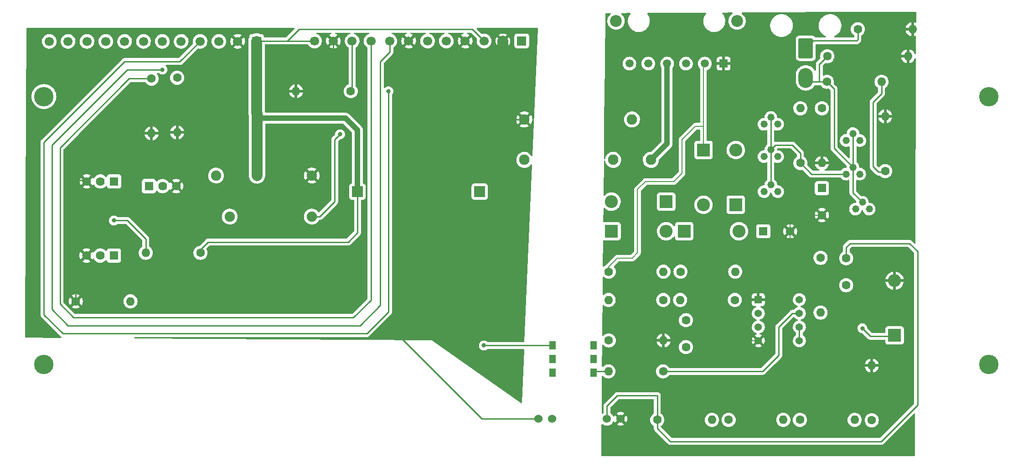
<source format=gbr>
%TF.GenerationSoftware,KiCad,Pcbnew,(6.0.2)*%
%TF.CreationDate,2022-07-14T16:29:58+09:00*%
%TF.ProjectId,TSAL&DIS,5453414c-2644-4495-932e-6b696361645f,rev?*%
%TF.SameCoordinates,Original*%
%TF.FileFunction,Copper,L2,Bot*%
%TF.FilePolarity,Positive*%
%FSLAX46Y46*%
G04 Gerber Fmt 4.6, Leading zero omitted, Abs format (unit mm)*
G04 Created by KiCad (PCBNEW (6.0.2)) date 2022-07-14 16:29:58*
%MOMM*%
%LPD*%
G01*
G04 APERTURE LIST*
G04 Aperture macros list*
%AMRoundRect*
0 Rectangle with rounded corners*
0 $1 Rounding radius*
0 $2 $3 $4 $5 $6 $7 $8 $9 X,Y pos of 4 corners*
0 Add a 4 corners polygon primitive as box body*
4,1,4,$2,$3,$4,$5,$6,$7,$8,$9,$2,$3,0*
0 Add four circle primitives for the rounded corners*
1,1,$1+$1,$2,$3*
1,1,$1+$1,$4,$5*
1,1,$1+$1,$6,$7*
1,1,$1+$1,$8,$9*
0 Add four rect primitives between the rounded corners*
20,1,$1+$1,$2,$3,$4,$5,0*
20,1,$1+$1,$4,$5,$6,$7,0*
20,1,$1+$1,$6,$7,$8,$9,0*
20,1,$1+$1,$8,$9,$2,$3,0*%
G04 Aperture macros list end*
%TA.AperFunction,ComponentPad*%
%ADD10C,1.320800*%
%TD*%
%TA.AperFunction,ComponentPad*%
%ADD11R,1.520000X1.520000*%
%TD*%
%TA.AperFunction,ComponentPad*%
%ADD12C,1.520000*%
%TD*%
%TA.AperFunction,ComponentPad*%
%ADD13C,2.200000*%
%TD*%
%TA.AperFunction,ComponentPad*%
%ADD14R,1.700000X1.700000*%
%TD*%
%TA.AperFunction,ComponentPad*%
%ADD15C,1.700000*%
%TD*%
%TA.AperFunction,ComponentPad*%
%ADD16C,1.600000*%
%TD*%
%TA.AperFunction,ComponentPad*%
%ADD17O,1.600000X1.600000*%
%TD*%
%TA.AperFunction,ComponentPad*%
%ADD18R,1.625600X1.625600*%
%TD*%
%TA.AperFunction,ComponentPad*%
%ADD19C,1.625600*%
%TD*%
%TA.AperFunction,ComponentPad*%
%ADD20R,2.000000X2.000000*%
%TD*%
%TA.AperFunction,ComponentPad*%
%ADD21C,1.524000*%
%TD*%
%TA.AperFunction,ComponentPad*%
%ADD22R,2.400000X2.400000*%
%TD*%
%TA.AperFunction,ComponentPad*%
%ADD23O,2.400000X2.400000*%
%TD*%
%TA.AperFunction,ComponentPad*%
%ADD24C,1.905000*%
%TD*%
%TA.AperFunction,ComponentPad*%
%ADD25R,1.600000X1.600000*%
%TD*%
%TA.AperFunction,ComponentPad*%
%ADD26C,1.950000*%
%TD*%
%TA.AperFunction,ComponentPad*%
%ADD27R,1.371600X1.371600*%
%TD*%
%TA.AperFunction,ComponentPad*%
%ADD28C,1.371600*%
%TD*%
%TA.AperFunction,ComponentPad*%
%ADD29RoundRect,0.250001X-1.099999X-1.599999X1.099999X-1.599999X1.099999X1.599999X-1.099999X1.599999X0*%
%TD*%
%TA.AperFunction,ComponentPad*%
%ADD30O,2.700000X3.700000*%
%TD*%
%TA.AperFunction,ComponentPad*%
%ADD31R,1.295400X1.498600*%
%TD*%
%TA.AperFunction,ViaPad*%
%ADD32C,3.600000*%
%TD*%
%TA.AperFunction,ViaPad*%
%ADD33C,0.800000*%
%TD*%
%TA.AperFunction,ViaPad*%
%ADD34C,2.000000*%
%TD*%
%TA.AperFunction,Conductor*%
%ADD35C,0.250000*%
%TD*%
%TA.AperFunction,Conductor*%
%ADD36C,2.000000*%
%TD*%
%TA.AperFunction,Conductor*%
%ADD37C,1.000000*%
%TD*%
%TA.AperFunction,Conductor*%
%ADD38C,0.200000*%
%TD*%
G04 APERTURE END LIST*
D10*
%TO.P,U8,1,IN*%
%TO.N,Net-(C4-Pad1)*%
X275980000Y-131393000D03*
%TO.P,U8,2,OUT*%
%TO.N,Net-(C5-Pad1)*%
X277250000Y-130123000D03*
%TO.P,U8,3,ADJ*%
%TO.N,Net-(R16-Pad1)*%
X278520000Y-131393000D03*
%TD*%
D11*
%TO.P,J4,1,Pin_1*%
%TO.N,HV-*%
X253249983Y-110883500D03*
D12*
%TO.P,J4,2,Pin_2*%
%TO.N,HV+*%
X249749982Y-110883500D03*
%TO.P,J4,3,Pin_3*%
%TO.N,RELAY_PRECHARGE*%
X246249982Y-110883500D03*
%TO.P,J4,4,Pin_4*%
%TO.N,R_PRECHARGE*%
X242749981Y-110883500D03*
%TO.P,J4,5,Pin_5*%
%TO.N,unconnected-(J4-Pad5)*%
X239249981Y-110883500D03*
%TO.P,J4,6,Pin_6*%
%TO.N,unconnected-(J4-Pad6)*%
X235749980Y-110883500D03*
D13*
%TO.P,J4,7*%
%TO.N,N/C*%
X255749978Y-102973508D03*
%TO.P,J4,8*%
X233250023Y-102973508D03*
%TD*%
D14*
%TO.P,J2,1,Pin_1*%
%TO.N,LV+*%
X166500000Y-106750000D03*
D15*
%TO.P,J2,2,Pin_2*%
%TO.N,GND_BMS*%
X162999999Y-106750000D03*
%TO.P,J2,3,Pin_3*%
%TO.N,PRECHARGE*%
X159499999Y-106750000D03*
%TO.P,J2,4,Pin_4*%
%TO.N,IMD_FAULT*%
X155999998Y-106750000D03*
%TO.P,J2,5,Pin_5*%
%TO.N,unconnected-(J2-Pad5)*%
X152499998Y-106750000D03*
%TO.P,J2,6,Pin_6*%
%TO.N,GND_SENSE1*%
X148999997Y-106750000D03*
%TO.P,J2,7,Pin_7*%
%TO.N,GND_SENSE2*%
X145499996Y-106750000D03*
%TO.P,J2,8,Pin_8*%
%TO.N,unconnected-(J2-Pad8)*%
X141999996Y-106750000D03*
%TO.P,J2,9,Pin_9*%
%TO.N,HV_ACTIVE_LIGHT*%
X138499995Y-106750000D03*
%TO.P,J2,10,Pin_10*%
%TO.N,LV_ACTIVE_LIGHT*%
X134999994Y-106750000D03*
%TO.P,J2,11,Pin_11*%
%TO.N,unconnected-(J2-Pad11)*%
X131499994Y-106750000D03*
%TO.P,J2,12,Pin_12*%
%TO.N,unconnected-(J2-Pad12)*%
X127999993Y-106750000D03*
%TD*%
D16*
%TO.P,R7,1*%
%TO.N,Net-(R6-Pad2)*%
X254170000Y-177000000D03*
D17*
%TO.P,R7,2*%
%TO.N,Net-(R7-Pad2)*%
X264330000Y-177000000D03*
%TD*%
D10*
%TO.P,U5,1,IN*%
%TO.N,Net-(C3-Pad1)*%
X260730000Y-128143000D03*
%TO.P,U5,2,OUT*%
%TO.N,Net-(C4-Pad1)*%
X262000000Y-126873000D03*
%TO.P,U5,3,ADJ*%
%TO.N,Net-(R14-Pad1)*%
X263270000Y-128143000D03*
%TD*%
D16*
%TO.P,R5,1*%
%TO.N,Net-(C1-Pad2)*%
X231920000Y-162250000D03*
D17*
%TO.P,R5,2*%
%TO.N,HV-*%
X242080000Y-162250000D03*
%TD*%
D18*
%TO.P,Q1,1,G*%
%TO.N,Net-(Q1-Pad1)*%
X140040000Y-132750000D03*
D19*
%TO.P,Q1,2,D*%
%TO.N,LV_ACTIVE_LIGHT*%
X137500000Y-132750000D03*
%TO.P,Q1,3,S*%
%TO.N,GND_BMS*%
X134960000Y-132750000D03*
%TD*%
D20*
%TO.P,F1,1*%
%TO.N,LV+*%
X185245000Y-134655000D03*
%TO.P,F1,2*%
%TO.N,LV_BMS*%
X207945000Y-134655000D03*
%TD*%
D21*
%TO.P,PS1,1,-VIN*%
%TO.N,GND_BMS*%
X218864000Y-176816000D03*
%TO.P,PS1,2,+VIN*%
%TO.N,LV+*%
X221404000Y-176816000D03*
%TO.P,PS1,6,+VOUT*%
%TO.N,Net-(C2-Pad1)*%
X231564000Y-176816000D03*
%TO.P,PS1,7,-VOUT*%
%TO.N,HV-*%
X234104000Y-176816000D03*
%TD*%
D16*
%TO.P,R19,1*%
%TO.N,IMD_FAULT*%
X184000000Y-116000000D03*
D17*
%TO.P,R19,2*%
%TO.N,GND_BMS*%
X173840000Y-116000000D03*
%TD*%
D16*
%TO.P,R11,1*%
%TO.N,Net-(R10-Pad2)*%
X242000000Y-168000000D03*
D17*
%TO.P,R11,2*%
%TO.N,Net-(R11-Pad2)*%
X231840000Y-168000000D03*
%TD*%
D16*
%TO.P,R4,1*%
%TO.N,Net-(R3-Pad2)*%
X242040000Y-154750000D03*
D17*
%TO.P,R4,2*%
%TO.N,Net-(C1-Pad2)*%
X231880000Y-154750000D03*
%TD*%
D22*
%TO.P,D1,1,K*%
%TO.N,Net-(C1-Pad2)*%
X285000000Y-161330000D03*
D23*
%TO.P,D1,2,A*%
%TO.N,HV-*%
X285000000Y-151170000D03*
%TD*%
D16*
%TO.P,R20,1*%
%TO.N,GND_SENSE2*%
X147000000Y-113670000D03*
D17*
%TO.P,R20,2*%
%TO.N,GND_BMS*%
X147000000Y-123830000D03*
%TD*%
D24*
%TO.P,U3,1,1*%
%TO.N,GND_BMS*%
X176750000Y-131650000D03*
%TO.P,U3,2,2*%
%TO.N,LV+*%
X166590000Y-131650000D03*
%TO.P,U3,3,3*%
%TO.N,FAN+*%
X158970000Y-131650000D03*
%TO.P,U3,4,4*%
%TO.N,unconnected-(U3-Pad4)*%
X161510000Y-139270000D03*
%TO.P,U3,5,5*%
%TO.N,FAN_ENABLE*%
X176750000Y-139270000D03*
%TD*%
D22*
%TO.P,D4,1,K*%
%TO.N,Net-(D3-Pad2)*%
X232420000Y-142000000D03*
D23*
%TO.P,D4,2,A*%
%TO.N,Net-(D4-Pad2)*%
X242580000Y-142000000D03*
%TD*%
D16*
%TO.P,R21,1*%
%TO.N,GND_SENSE1*%
X151750000Y-113500000D03*
D17*
%TO.P,R21,2*%
%TO.N,GND_BMS*%
X151750000Y-123660000D03*
%TD*%
D16*
%TO.P,C5,1*%
%TO.N,Net-(C5-Pad1)*%
X272500000Y-109500000D03*
D17*
%TO.P,C5,2*%
%TO.N,HV-*%
X287500000Y-109500000D03*
%TD*%
D10*
%TO.P,U9,1,IN*%
%TO.N,Net-(C4-Pad1)*%
X276000000Y-125143000D03*
%TO.P,U9,2,OUT*%
%TO.N,Net-(C5-Pad1)*%
X277270000Y-123873000D03*
%TO.P,U9,3,ADJ*%
%TO.N,Net-(R16-Pad1)*%
X278540000Y-125143000D03*
%TD*%
D16*
%TO.P,R18,1*%
%TO.N,Net-(J1-Pad1)*%
X278170000Y-104500000D03*
D17*
%TO.P,R18,2*%
%TO.N,HV-*%
X288330000Y-104500000D03*
%TD*%
D16*
%TO.P,C1,1*%
%TO.N,Net-(C1-Pad1)*%
X246250000Y-163500000D03*
%TO.P,C1,2*%
%TO.N,Net-(C1-Pad2)*%
X246250000Y-158500000D03*
%TD*%
%TO.P,R14,1*%
%TO.N,Net-(R14-Pad1)*%
X271500000Y-119170000D03*
D17*
%TO.P,R14,2*%
%TO.N,HV-*%
X271500000Y-129330000D03*
%TD*%
D25*
%TO.P,C4,1*%
%TO.N,Net-(C4-Pad1)*%
X271500000Y-134000000D03*
D16*
%TO.P,C4,2*%
%TO.N,HV-*%
X271500000Y-139000000D03*
%TD*%
D18*
%TO.P,Q2,1,G*%
%TO.N,Net-(Q2-Pad1)*%
X140000000Y-146500000D03*
D19*
%TO.P,Q2,2,D*%
%TO.N,Net-(Q1-Pad1)*%
X137460000Y-146500000D03*
%TO.P,Q2,3,S*%
%TO.N,GND_BMS*%
X134920000Y-146500000D03*
%TD*%
D16*
%TO.P,R17,1*%
%TO.N,Net-(C5-Pad1)*%
X272420000Y-114250000D03*
D17*
%TO.P,R17,2*%
%TO.N,Net-(R16-Pad1)*%
X282580000Y-114250000D03*
%TD*%
D16*
%TO.P,R1,1*%
%TO.N,HV+*%
X231920000Y-149500000D03*
D17*
%TO.P,R1,2*%
%TO.N,Net-(R1-Pad2)*%
X242080000Y-149500000D03*
%TD*%
D14*
%TO.P,J3,1,Pin_1*%
%TO.N,LV_BMS*%
X215750013Y-106678501D03*
D15*
%TO.P,J3,2,Pin_2*%
%TO.N,GND_BMS*%
X212250012Y-106678501D03*
%TO.P,J3,3,Pin_3*%
%TO.N,LV+*%
X208750012Y-106678501D03*
%TO.P,J3,4,Pin_4*%
%TO.N,GND_BMS*%
X205250011Y-106678501D03*
%TO.P,J3,5,Pin_5*%
%TO.N,FAN+*%
X201750011Y-106678501D03*
%TO.P,J3,6,Pin_6*%
%TO.N,FAN_ENABLE*%
X198250010Y-106678501D03*
%TO.P,J3,7,Pin_7*%
%TO.N,GND_BMS*%
X194750009Y-106678501D03*
%TO.P,J3,8,Pin_8*%
%TO.N,GND_SENSE1*%
X191250009Y-106678501D03*
%TO.P,J3,9,Pin_9*%
%TO.N,GND_SENSE2*%
X187750008Y-106678501D03*
%TO.P,J3,10,Pin_10*%
%TO.N,IMD_FAULT*%
X184250007Y-106678501D03*
%TO.P,J3,11,Pin_11*%
%TO.N,GND_BMS*%
X180750007Y-106678501D03*
%TO.P,J3,12,Pin_12*%
%TO.N,LV+*%
X177250006Y-106678501D03*
%TD*%
D16*
%TO.P,R8,1*%
%TO.N,Net-(R7-Pad2)*%
X267420000Y-177000000D03*
D17*
%TO.P,R8,2*%
%TO.N,Net-(C1-Pad1)*%
X277580000Y-177000000D03*
%TD*%
D10*
%TO.P,U4,1,IN*%
%TO.N,Net-(C3-Pad1)*%
X260730000Y-134643000D03*
%TO.P,U4,2,OUT*%
%TO.N,Net-(C4-Pad1)*%
X262000000Y-133373000D03*
%TO.P,U4,3,ADJ*%
%TO.N,Net-(R14-Pad1)*%
X263270000Y-134643000D03*
%TD*%
D26*
%TO.P,PRECHARGE1,1,COIL_1*%
%TO.N,PRECHARGE*%
X216225000Y-128750000D03*
%TO.P,PRECHARGE1,2,NC*%
%TO.N,unconnected-(PRECHARGE1-Pad2)*%
X232725000Y-128750000D03*
%TO.P,PRECHARGE1,3,NO*%
%TO.N,R_PRECHARGE*%
X239725000Y-128750000D03*
%TO.P,PRECHARGE1,4,COM*%
%TO.N,RELAY_PRECHARGE*%
X236225000Y-121250000D03*
%TO.P,PRECHARGE1,5,COIL_2*%
%TO.N,GND_BMS*%
X216225000Y-121250000D03*
%TD*%
D25*
%TO.P,C3,1*%
%TO.N,Net-(C3-Pad1)*%
X260597349Y-142000000D03*
D16*
%TO.P,C3,2*%
%TO.N,HV-*%
X265597349Y-142000000D03*
%TD*%
D27*
%TO.P,U1,1,GND*%
%TO.N,HV-*%
X259690000Y-154690000D03*
D28*
%TO.P,U1,2,+*%
%TO.N,Net-(C1-Pad2)*%
X259690000Y-157230000D03*
%TO.P,U1,3,-*%
%TO.N,Net-(C1-Pad1)*%
X259690000Y-159770000D03*
%TO.P,U1,4,V-*%
%TO.N,HV-*%
X259690000Y-162310000D03*
%TO.P,U1,5,BAL*%
%TO.N,Net-(C2-Pad2)*%
X267310000Y-162310000D03*
%TO.P,U1,6,STRB*%
X267310000Y-159770000D03*
%TO.P,U1,7*%
%TO.N,Net-(R10-Pad2)*%
X267310000Y-157230000D03*
%TO.P,U1,8,V+*%
%TO.N,Net-(C2-Pad1)*%
X267310000Y-154690000D03*
%TD*%
D16*
%TO.P,R15,1*%
%TO.N,Net-(C4-Pad1)*%
X267500000Y-129330000D03*
D17*
%TO.P,R15,2*%
%TO.N,Net-(R14-Pad1)*%
X267500000Y-119170000D03*
%TD*%
D16*
%TO.P,C2,1*%
%TO.N,Net-(C2-Pad1)*%
X276000000Y-147000000D03*
%TO.P,C2,2*%
%TO.N,Net-(C2-Pad2)*%
X276000000Y-152000000D03*
%TD*%
%TO.P,R16,1*%
%TO.N,Net-(R16-Pad1)*%
X283250000Y-130830000D03*
D17*
%TO.P,R16,2*%
%TO.N,HV-*%
X283250000Y-120670000D03*
%TD*%
D10*
%TO.P,U7,1,IN*%
%TO.N,Net-(C4-Pad1)*%
X277730000Y-137893000D03*
%TO.P,U7,2,OUT*%
%TO.N,Net-(C5-Pad1)*%
X279000000Y-136623000D03*
%TO.P,U7,3,ADJ*%
%TO.N,Net-(R16-Pad1)*%
X280270000Y-137893000D03*
%TD*%
D22*
%TO.P,D5,1,K*%
%TO.N,Net-(D4-Pad2)*%
X245920000Y-142000000D03*
D23*
%TO.P,D5,2,A*%
%TO.N,Net-(D5-Pad2)*%
X256080000Y-142000000D03*
%TD*%
D29*
%TO.P,J1,1,Pin_1*%
%TO.N,Net-(J1-Pad1)*%
X268500000Y-108025000D03*
D30*
%TO.P,J1,2,Pin_2*%
%TO.N,Net-(C5-Pad1)*%
X268500000Y-113525000D03*
%TD*%
D16*
%TO.P,R10,1*%
%TO.N,Net-(C2-Pad1)*%
X271250000Y-146920000D03*
D17*
%TO.P,R10,2*%
%TO.N,Net-(R10-Pad2)*%
X271250000Y-157080000D03*
%TD*%
D18*
%TO.P,Q3,1,G*%
%TO.N,Net-(Q2-Pad1)*%
X146500000Y-133622300D03*
D19*
%TO.P,Q3,2,D*%
%TO.N,HV_ACTIVE_LIGHT*%
X149040000Y-133622300D03*
%TO.P,Q3,3,S*%
%TO.N,GND_BMS*%
X151580000Y-133622300D03*
%TD*%
D10*
%TO.P,U6,1,IN*%
%TO.N,Net-(C3-Pad1)*%
X260730000Y-122143000D03*
%TO.P,U6,2,OUT*%
%TO.N,Net-(C4-Pad1)*%
X262000000Y-120873000D03*
%TO.P,U6,3,ADJ*%
%TO.N,Net-(R14-Pad1)*%
X263270000Y-122143000D03*
%TD*%
D16*
%TO.P,R2,1*%
%TO.N,Net-(R1-Pad2)*%
X245250000Y-149500000D03*
D17*
%TO.P,R2,2*%
%TO.N,Net-(R2-Pad2)*%
X255410000Y-149500000D03*
%TD*%
D22*
%TO.P,D2,1,K*%
%TO.N,HV+*%
X249500000Y-126920000D03*
D23*
%TO.P,D2,2,A*%
%TO.N,Net-(D2-Pad2)*%
X249500000Y-137080000D03*
%TD*%
D16*
%TO.P,R3,1*%
%TO.N,Net-(R2-Pad2)*%
X255330000Y-154750000D03*
D17*
%TO.P,R3,2*%
%TO.N,Net-(R3-Pad2)*%
X245170000Y-154750000D03*
%TD*%
D16*
%TO.P,R13,1*%
%TO.N,LV+*%
X156080000Y-146000000D03*
D17*
%TO.P,R13,2*%
%TO.N,Net-(Q1-Pad1)*%
X145920000Y-146000000D03*
%TD*%
D16*
%TO.P,R12,1*%
%TO.N,GND_BMS*%
X132920000Y-155000000D03*
D17*
%TO.P,R12,2*%
%TO.N,Net-(Q2-Pad1)*%
X143080000Y-155000000D03*
%TD*%
D31*
%TO.P,U2,1*%
%TO.N,Net-(R11-Pad2)*%
X229060000Y-168290000D03*
%TO.P,U2,2*%
%TO.N,HV-*%
X229060000Y-165750000D03*
%TO.P,U2,3,NC*%
%TO.N,unconnected-(U2-Pad3)*%
X229060000Y-163210000D03*
%TO.P,U2,4*%
%TO.N,Net-(Q2-Pad1)*%
X221440000Y-163210000D03*
%TO.P,U2,5*%
%TO.N,LV+*%
X221440000Y-165750000D03*
%TO.P,U2,6*%
%TO.N,unconnected-(U2-Pad6)*%
X221440000Y-168290000D03*
%TD*%
D22*
%TO.P,D3,1,K*%
%TO.N,Net-(D2-Pad2)*%
X242580000Y-136500000D03*
D23*
%TO.P,D3,2,A*%
%TO.N,Net-(D3-Pad2)*%
X232420000Y-136500000D03*
%TD*%
D16*
%TO.P,R9,1*%
%TO.N,Net-(C1-Pad1)*%
X280750000Y-177080000D03*
D17*
%TO.P,R9,2*%
%TO.N,HV-*%
X280750000Y-166920000D03*
%TD*%
D16*
%TO.P,R6,1*%
%TO.N,Net-(C2-Pad1)*%
X240920000Y-177000000D03*
D17*
%TO.P,R6,2*%
%TO.N,Net-(R6-Pad2)*%
X251080000Y-177000000D03*
%TD*%
D22*
%TO.P,D6,1,K*%
%TO.N,Net-(D5-Pad2)*%
X255500000Y-137080000D03*
D23*
%TO.P,D6,2,A*%
%TO.N,Net-(C3-Pad1)*%
X255500000Y-126920000D03*
%TD*%
D32*
%TO.N,*%
X127000000Y-117000000D03*
X127000000Y-166750000D03*
X302500000Y-166750000D03*
X302500000Y-117000000D03*
D33*
%TO.N,Net-(C1-Pad2)*%
X279000000Y-160000000D03*
D34*
%TO.N,GND_BMS*%
X192000000Y-112500000D03*
D33*
X162000000Y-118000000D03*
X193500000Y-131500000D03*
X149500000Y-126500000D03*
%TO.N,IMD_FAULT*%
X191000000Y-116000000D03*
%TO.N,Net-(Q1-Pad1)*%
X140000000Y-140000000D03*
%TO.N,Net-(Q2-Pad1)*%
X208710000Y-163210000D03*
%TO.N,GND_SENSE1*%
X149000000Y-112000000D03*
%TO.N,FAN_ENABLE*%
X182000000Y-124000000D03*
%TD*%
D35*
%TO.N,Net-(C1-Pad2)*%
X279000000Y-160000000D02*
X280500000Y-161500000D01*
X280500000Y-161500000D02*
X285000000Y-161500000D01*
%TO.N,Net-(C2-Pad2)*%
X267310000Y-159770000D02*
X267310000Y-162310000D01*
%TO.N,GND_BMS*%
X206500000Y-107928490D02*
X206500000Y-112500000D01*
X140500000Y-126500000D02*
X149500000Y-126500000D01*
X193500000Y-131500000D02*
X193500000Y-112500000D01*
X193500000Y-162000000D02*
X193500000Y-131500000D01*
D36*
X207000000Y-112500000D02*
X209000000Y-110500000D01*
D35*
X131500000Y-130000000D02*
X135000000Y-126500000D01*
D36*
X193500000Y-112500000D02*
X206500000Y-112500000D01*
D35*
X135000000Y-126500000D02*
X140500000Y-126500000D01*
X205250011Y-106678501D02*
X206500000Y-107928490D01*
X216225000Y-121250000D02*
X214750000Y-121250000D01*
X208316000Y-176816000D02*
X193500000Y-162000000D01*
X131500000Y-132750000D02*
X131500000Y-130000000D01*
X132920000Y-152420000D02*
X131500000Y-151000000D01*
X132920000Y-155000000D02*
X132920000Y-152420000D01*
D36*
X206500000Y-112500000D02*
X207000000Y-112500000D01*
D35*
X180750007Y-106678501D02*
X180750007Y-109749993D01*
X173670000Y-114830000D02*
X173670000Y-116000000D01*
X131500000Y-151000000D02*
X131500000Y-132750000D01*
X214750000Y-121250000D02*
X206500000Y-113000000D01*
X131750000Y-132500000D02*
X131500000Y-132750000D01*
X218864000Y-176816000D02*
X208316000Y-176816000D01*
D36*
X212250012Y-110249988D02*
X212250012Y-106678501D01*
D35*
X174500000Y-114000000D02*
X173670000Y-114830000D01*
X176500000Y-114000000D02*
X174500000Y-114000000D01*
X180750007Y-109749993D02*
X176500000Y-114000000D01*
D36*
X209000000Y-110500000D02*
X212000000Y-110500000D01*
D35*
X162000000Y-118000000D02*
X162000000Y-122000000D01*
X206500000Y-113000000D02*
X206500000Y-112500000D01*
D36*
X212000000Y-110500000D02*
X212250012Y-110249988D01*
X192000000Y-112500000D02*
X193500000Y-112500000D01*
D35*
X162000000Y-122000000D02*
X160340000Y-123660000D01*
X160340000Y-123660000D02*
X151750000Y-123660000D01*
X134920000Y-132500000D02*
X131750000Y-132500000D01*
%TO.N,Net-(C4-Pad1)*%
X275980000Y-131393000D02*
X269563000Y-131393000D01*
X262873000Y-126000000D02*
X266000000Y-126000000D01*
X262000000Y-126873000D02*
X262000000Y-132873000D01*
X262000000Y-121000000D02*
X262000000Y-126873000D01*
X262000000Y-126873000D02*
X262873000Y-126000000D01*
X266000000Y-126000000D02*
X267500000Y-127500000D01*
X267500000Y-127500000D02*
X267500000Y-129500000D01*
X269563000Y-131393000D02*
X267500000Y-129330000D01*
%TO.N,Net-(C5-Pad1)*%
X277250000Y-134873000D02*
X279000000Y-136623000D01*
X272500000Y-109500000D02*
X271000000Y-111000000D01*
X272420000Y-114250000D02*
X271000000Y-114250000D01*
X277270000Y-123873000D02*
X277270000Y-130103000D01*
X273750000Y-126623000D02*
X273750000Y-115580000D01*
X271000000Y-114250000D02*
X269225000Y-114250000D01*
X269225000Y-114250000D02*
X268500000Y-113525000D01*
X277250000Y-130123000D02*
X273750000Y-126623000D01*
X271000000Y-111000000D02*
X271000000Y-114250000D01*
X277270000Y-130103000D02*
X277250000Y-130123000D01*
X277250000Y-130123000D02*
X277250000Y-134873000D01*
X273750000Y-115580000D02*
X272420000Y-114250000D01*
%TO.N,IMD_FAULT*%
X184250007Y-115579993D02*
X184250007Y-106678501D01*
X130500000Y-161000000D02*
X187000000Y-161000000D01*
X152249998Y-110500000D02*
X152000000Y-110500000D01*
X187000000Y-161000000D02*
X191000000Y-157000000D01*
X191000000Y-157000000D02*
X191000000Y-116000000D01*
X142000000Y-110500000D02*
X127000000Y-125500000D01*
X152000000Y-110500000D02*
X142000000Y-110500000D01*
X127000000Y-125500000D02*
X127000000Y-157500000D01*
X127000000Y-157500000D02*
X130500000Y-161000000D01*
X183830000Y-116000000D02*
X184250007Y-115579993D01*
X155999998Y-106750000D02*
X152249998Y-110500000D01*
%TO.N,Net-(J1-Pad1)*%
X277952500Y-106637500D02*
X269887500Y-106637500D01*
X278170000Y-106420000D02*
X278170000Y-104500000D01*
X278170000Y-106420000D02*
X277952500Y-106637500D01*
X268500000Y-108025000D02*
X269887500Y-106637500D01*
D37*
%TO.N,R_PRECHARGE*%
X242749981Y-110883500D02*
X242749981Y-125725019D01*
X242749981Y-125725019D02*
X239725000Y-128750000D01*
D35*
%TO.N,Net-(Q1-Pad1)*%
X142500000Y-140000000D02*
X140000000Y-140000000D01*
X145920000Y-143420000D02*
X142500000Y-140000000D01*
X145920000Y-146000000D02*
X145920000Y-143420000D01*
%TO.N,Net-(Q2-Pad1)*%
X221440000Y-163210000D02*
X216630000Y-163210000D01*
X216630000Y-163210000D02*
X208710000Y-163210000D01*
%TO.N,Net-(R10-Pad2)*%
X260500000Y-168000000D02*
X242000000Y-168000000D01*
X267310000Y-157230000D02*
X266020000Y-157230000D01*
X263500000Y-165000000D02*
X260500000Y-168000000D01*
X263500000Y-159750000D02*
X263500000Y-165000000D01*
X266020000Y-157230000D02*
X263500000Y-159750000D01*
%TO.N,Net-(R11-Pad2)*%
X229350000Y-168000000D02*
X229060000Y-168290000D01*
X231840000Y-168000000D02*
X229350000Y-168000000D01*
%TO.N,Net-(R16-Pad1)*%
X281000000Y-118000000D02*
X281000000Y-130000000D01*
X281000000Y-130000000D02*
X282000000Y-131000000D01*
X282580000Y-114250000D02*
X282580000Y-116420000D01*
X283080000Y-131000000D02*
X283250000Y-130830000D01*
X282580000Y-116420000D02*
X281000000Y-118000000D01*
X282000000Y-131000000D02*
X283080000Y-131000000D01*
%TO.N,GND_SENSE1*%
X189500000Y-110500000D02*
X189500000Y-155750000D01*
X131500000Y-159500000D02*
X128500000Y-156500000D01*
X128500000Y-156500000D02*
X128500000Y-126000000D01*
X191250009Y-106678501D02*
X191250009Y-108749991D01*
X142500000Y-112000000D02*
X149000000Y-112000000D01*
X128500000Y-126000000D02*
X142500000Y-112000000D01*
X185750000Y-159500000D02*
X131500000Y-159500000D01*
X191250009Y-108749991D02*
X189500000Y-110500000D01*
X189500000Y-155750000D02*
X185750000Y-159500000D01*
%TO.N,GND_SENSE2*%
X184500000Y-158000000D02*
X187750008Y-154749992D01*
X132500000Y-158000000D02*
X184500000Y-158000000D01*
X130000000Y-126500000D02*
X130000000Y-155500000D01*
X130000000Y-155500000D02*
X132500000Y-158000000D01*
X142830000Y-113670000D02*
X130000000Y-126500000D01*
X187750008Y-154749992D02*
X187750008Y-106678501D01*
X147000000Y-113670000D02*
X142830000Y-113670000D01*
D38*
%TO.N,HV-*%
X253249983Y-110883500D02*
X257883500Y-110883500D01*
X257250000Y-161000000D02*
X258560000Y-162310000D01*
X267250000Y-139000000D02*
X265597349Y-140652651D01*
X257250000Y-155750000D02*
X257250000Y-161000000D01*
X265250000Y-118250000D02*
X265250000Y-122500000D01*
X259690000Y-151810000D02*
X259690000Y-154690000D01*
X258310000Y-154690000D02*
X257250000Y-155750000D01*
X265597349Y-142000000D02*
X265597349Y-145902651D01*
X259690000Y-154690000D02*
X258310000Y-154690000D01*
X265597349Y-140652651D02*
X265597349Y-142000000D01*
X265597349Y-145902651D02*
X259690000Y-151810000D01*
X271500000Y-139000000D02*
X267250000Y-139000000D01*
X271500000Y-125000000D02*
X271500000Y-129330000D01*
X264000000Y-117000000D02*
X265250000Y-118250000D01*
X265250000Y-122500000D02*
X266500000Y-123750000D01*
X270250000Y-123750000D02*
X271500000Y-125000000D01*
X266500000Y-123750000D02*
X270250000Y-123750000D01*
X257883500Y-110883500D02*
X259250000Y-112250000D01*
X264000000Y-117000000D02*
X259000000Y-112000000D01*
X258560000Y-162310000D02*
X259690000Y-162310000D01*
D35*
%TO.N,LV+*%
X157500000Y-144000000D02*
X183500000Y-144000000D01*
X172178501Y-106678501D02*
X174357002Y-104500000D01*
X183500000Y-144000000D02*
X185245000Y-142255000D01*
X172178501Y-106678501D02*
X166571499Y-106678501D01*
X156080000Y-145420000D02*
X157500000Y-144000000D01*
X206571511Y-104500000D02*
X206000000Y-104500000D01*
D37*
X167500000Y-121000000D02*
X166500000Y-120000000D01*
X183000000Y-121000000D02*
X167500000Y-121000000D01*
D35*
X174357002Y-104500000D02*
X200500000Y-104500000D01*
D36*
X166500000Y-106750000D02*
X166500000Y-120000000D01*
D35*
X177250006Y-106678501D02*
X172178501Y-106678501D01*
X208750012Y-106678501D02*
X206571511Y-104500000D01*
D37*
X185245000Y-134655000D02*
X185245000Y-123245000D01*
X185245000Y-123245000D02*
X183000000Y-121000000D01*
D35*
X156080000Y-146000000D02*
X156080000Y-145420000D01*
X166571499Y-106678501D02*
X166500000Y-106750000D01*
X185245000Y-142255000D02*
X185245000Y-134655000D01*
X200500000Y-104500000D02*
X206000000Y-104500000D01*
D36*
X166590000Y-120090000D02*
X166590000Y-131650000D01*
D37*
X166500000Y-120000000D02*
X166590000Y-120090000D01*
D35*
%TO.N,Net-(C2-Pad1)*%
X276750000Y-144250000D02*
X287750000Y-144250000D01*
X231564000Y-176816000D02*
X231564000Y-174436000D01*
X240920000Y-178580000D02*
X240920000Y-172500000D01*
X282500000Y-181000000D02*
X244250000Y-181000000D01*
X231564000Y-174436000D02*
X233500000Y-172500000D01*
X276000000Y-147000000D02*
X276000000Y-145000000D01*
X243340000Y-181000000D02*
X244250000Y-181000000D01*
X289250000Y-174250000D02*
X282500000Y-181000000D01*
X240920000Y-172500000D02*
X233500000Y-172500000D01*
X276000000Y-145000000D02*
X276750000Y-144250000D01*
X287750000Y-144250000D02*
X289250000Y-145750000D01*
X289250000Y-145750000D02*
X289250000Y-174250000D01*
X240920000Y-178580000D02*
X243340000Y-181000000D01*
D38*
%TO.N,HV+*%
X231920000Y-148580000D02*
X233500000Y-147000000D01*
X244000000Y-132750000D02*
X245500000Y-131250000D01*
X249500000Y-111133482D02*
X249749982Y-110883500D01*
X237250000Y-134250000D02*
X238750000Y-132750000D01*
X233500000Y-147000000D02*
X236250000Y-147000000D01*
X237250000Y-146000000D02*
X237250000Y-134250000D01*
X236250000Y-147000000D02*
X237250000Y-146000000D01*
X248000000Y-122500000D02*
X249500000Y-122500000D01*
X238750000Y-132750000D02*
X244000000Y-132750000D01*
X245500000Y-131250000D02*
X245500000Y-125000000D01*
X249500000Y-122500000D02*
X249500000Y-111133482D01*
X249500000Y-126920000D02*
X249500000Y-122500000D01*
X245500000Y-125000000D02*
X248000000Y-122500000D01*
X231920000Y-149500000D02*
X231920000Y-148580000D01*
D35*
%TO.N,FAN_ENABLE*%
X181000000Y-125000000D02*
X181000000Y-136500000D01*
X178230000Y-139270000D02*
X176750000Y-139270000D01*
X182000000Y-124000000D02*
X181000000Y-125000000D01*
X181000000Y-136500000D02*
X178230000Y-139270000D01*
%TD*%
%TA.AperFunction,Conductor*%
%TO.N,HV-*%
G36*
X240228621Y-173153502D02*
G01*
X240275114Y-173207158D01*
X240286500Y-173259500D01*
X240286500Y-175780606D01*
X240266498Y-175848727D01*
X240232771Y-175883819D01*
X240080211Y-175990643D01*
X240080208Y-175990645D01*
X240075700Y-175993802D01*
X239913802Y-176155700D01*
X239910645Y-176160208D01*
X239910643Y-176160211D01*
X239894295Y-176183559D01*
X239782477Y-176343251D01*
X239780154Y-176348233D01*
X239780151Y-176348238D01*
X239734000Y-176447210D01*
X239685716Y-176550757D01*
X239626457Y-176771913D01*
X239606502Y-177000000D01*
X239626457Y-177228087D01*
X239685716Y-177449243D01*
X239688039Y-177454224D01*
X239688039Y-177454225D01*
X239780151Y-177651762D01*
X239780154Y-177651767D01*
X239782477Y-177656749D01*
X239913802Y-177844300D01*
X240075700Y-178006198D01*
X240080208Y-178009355D01*
X240080211Y-178009357D01*
X240232771Y-178116181D01*
X240277099Y-178171638D01*
X240286500Y-178219394D01*
X240286500Y-178501233D01*
X240285973Y-178512416D01*
X240284298Y-178519909D01*
X240284547Y-178527835D01*
X240284547Y-178527836D01*
X240286438Y-178587986D01*
X240286500Y-178591945D01*
X240286500Y-178619856D01*
X240286997Y-178623790D01*
X240286997Y-178623791D01*
X240287005Y-178623856D01*
X240287938Y-178635693D01*
X240289327Y-178679889D01*
X240294978Y-178699339D01*
X240298987Y-178718700D01*
X240301526Y-178738797D01*
X240304445Y-178746168D01*
X240304445Y-178746170D01*
X240317804Y-178779912D01*
X240321649Y-178791142D01*
X240333982Y-178833593D01*
X240338015Y-178840412D01*
X240338017Y-178840417D01*
X240344293Y-178851028D01*
X240352988Y-178868776D01*
X240360448Y-178887617D01*
X240365110Y-178894033D01*
X240365110Y-178894034D01*
X240386436Y-178923387D01*
X240392952Y-178933307D01*
X240415458Y-178971362D01*
X240429779Y-178985683D01*
X240442619Y-179000716D01*
X240454528Y-179017107D01*
X240460634Y-179022158D01*
X240488605Y-179045298D01*
X240497384Y-179053288D01*
X242836348Y-181392253D01*
X242843888Y-181400539D01*
X242848000Y-181407018D01*
X242853777Y-181412443D01*
X242897651Y-181453643D01*
X242900493Y-181456398D01*
X242920230Y-181476135D01*
X242923427Y-181478615D01*
X242932447Y-181486318D01*
X242964679Y-181516586D01*
X242971625Y-181520405D01*
X242971628Y-181520407D01*
X242982434Y-181526348D01*
X242998953Y-181537199D01*
X243014959Y-181549614D01*
X243022228Y-181552759D01*
X243022232Y-181552762D01*
X243055537Y-181567174D01*
X243066187Y-181572391D01*
X243104940Y-181593695D01*
X243112615Y-181595666D01*
X243112616Y-181595666D01*
X243124562Y-181598733D01*
X243143267Y-181605137D01*
X243161855Y-181613181D01*
X243169678Y-181614420D01*
X243169688Y-181614423D01*
X243205524Y-181620099D01*
X243217144Y-181622505D01*
X243248959Y-181630673D01*
X243259970Y-181633500D01*
X243280224Y-181633500D01*
X243299934Y-181635051D01*
X243319943Y-181638220D01*
X243327835Y-181637474D01*
X243346580Y-181635702D01*
X243363962Y-181634059D01*
X243375819Y-181633500D01*
X282421233Y-181633500D01*
X282432416Y-181634027D01*
X282439909Y-181635702D01*
X282447835Y-181635453D01*
X282447836Y-181635453D01*
X282507986Y-181633562D01*
X282511945Y-181633500D01*
X282539856Y-181633500D01*
X282543791Y-181633003D01*
X282543856Y-181632995D01*
X282555693Y-181632062D01*
X282587951Y-181631048D01*
X282591970Y-181630922D01*
X282599889Y-181630673D01*
X282619343Y-181625021D01*
X282638700Y-181621013D01*
X282650930Y-181619468D01*
X282650931Y-181619468D01*
X282658797Y-181618474D01*
X282666168Y-181615555D01*
X282666170Y-181615555D01*
X282699912Y-181602196D01*
X282711142Y-181598351D01*
X282745983Y-181588229D01*
X282745984Y-181588229D01*
X282753593Y-181586018D01*
X282760412Y-181581985D01*
X282760417Y-181581983D01*
X282771028Y-181575707D01*
X282788776Y-181567012D01*
X282807617Y-181559552D01*
X282843387Y-181533564D01*
X282853307Y-181527048D01*
X282884535Y-181508580D01*
X282884538Y-181508578D01*
X282891362Y-181504542D01*
X282905683Y-181490221D01*
X282920717Y-181477380D01*
X282930694Y-181470131D01*
X282937107Y-181465472D01*
X282965298Y-181431395D01*
X282973288Y-181422616D01*
X288554409Y-175841495D01*
X288616721Y-175807469D01*
X288687536Y-175812534D01*
X288744372Y-175855081D01*
X288769183Y-175921601D01*
X288769503Y-175930979D01*
X288750000Y-182249935D01*
X288750000Y-183624000D01*
X288729998Y-183692121D01*
X288676342Y-183738614D01*
X288624000Y-183750000D01*
X230627154Y-183750000D01*
X230559033Y-183729998D01*
X230512540Y-183676342D01*
X230501159Y-183622851D01*
X230519282Y-181635453D01*
X230543523Y-178976973D01*
X230553342Y-177900215D01*
X230573965Y-177832280D01*
X230628042Y-177786278D01*
X230698405Y-177776815D01*
X230751609Y-177798151D01*
X230926323Y-177920488D01*
X230931305Y-177922811D01*
X230931310Y-177922814D01*
X231110129Y-178006198D01*
X231127804Y-178014440D01*
X231133112Y-178015862D01*
X231133114Y-178015863D01*
X231198949Y-178033503D01*
X231342537Y-178071978D01*
X231564000Y-178091353D01*
X231785463Y-178071978D01*
X231929051Y-178033503D01*
X231994886Y-178015863D01*
X231994888Y-178015862D01*
X232000196Y-178014440D01*
X232017871Y-178006198D01*
X232196690Y-177922814D01*
X232196695Y-177922811D01*
X232201677Y-177920488D01*
X232266959Y-177874777D01*
X233409777Y-177874777D01*
X233419074Y-177886793D01*
X233462069Y-177916898D01*
X233471555Y-177922376D01*
X233662993Y-178011645D01*
X233673285Y-178015391D01*
X233877309Y-178070059D01*
X233888104Y-178071962D01*
X234098525Y-178090372D01*
X234109475Y-178090372D01*
X234319896Y-178071962D01*
X234330691Y-178070059D01*
X234534715Y-178015391D01*
X234545007Y-178011645D01*
X234736445Y-177922376D01*
X234745931Y-177916898D01*
X234789764Y-177886207D01*
X234798139Y-177875729D01*
X234791071Y-177862281D01*
X234116812Y-177188022D01*
X234102868Y-177180408D01*
X234101035Y-177180539D01*
X234094420Y-177184790D01*
X233416207Y-177863003D01*
X233409777Y-177874777D01*
X232266959Y-177874777D01*
X232376392Y-177798151D01*
X232379270Y-177796136D01*
X232379273Y-177796134D01*
X232383781Y-177792977D01*
X232540977Y-177635781D01*
X232628894Y-177510223D01*
X232665331Y-177458185D01*
X232665332Y-177458183D01*
X232668488Y-177453676D01*
X232670811Y-177448694D01*
X232670814Y-177448689D01*
X232720081Y-177343035D01*
X232766999Y-177289750D01*
X232835276Y-177270289D01*
X232903236Y-177290831D01*
X232948471Y-177343035D01*
X232997623Y-177448441D01*
X233003103Y-177457932D01*
X233033794Y-177501765D01*
X233044271Y-177510140D01*
X233057718Y-177503072D01*
X233731978Y-176828812D01*
X233738356Y-176817132D01*
X234468408Y-176817132D01*
X234468539Y-176818965D01*
X234472790Y-176825580D01*
X235151003Y-177503793D01*
X235162777Y-177510223D01*
X235174793Y-177500926D01*
X235204897Y-177457932D01*
X235210377Y-177448441D01*
X235299645Y-177257007D01*
X235303391Y-177246715D01*
X235358059Y-177042691D01*
X235359962Y-177031896D01*
X235378372Y-176821475D01*
X235378372Y-176810525D01*
X235359962Y-176600104D01*
X235358059Y-176589309D01*
X235303391Y-176385285D01*
X235299645Y-176374993D01*
X235210377Y-176183559D01*
X235204897Y-176174068D01*
X235174206Y-176130235D01*
X235163729Y-176121860D01*
X235150282Y-176128928D01*
X234476022Y-176803188D01*
X234468408Y-176817132D01*
X233738356Y-176817132D01*
X233739592Y-176814868D01*
X233739461Y-176813035D01*
X233735210Y-176806420D01*
X233056997Y-176128207D01*
X233045223Y-176121777D01*
X233033207Y-176131074D01*
X233003103Y-176174068D01*
X232997623Y-176183559D01*
X232948471Y-176288965D01*
X232901553Y-176342250D01*
X232833276Y-176361711D01*
X232765316Y-176341169D01*
X232720081Y-176288965D01*
X232670814Y-176183311D01*
X232670811Y-176183306D01*
X232668488Y-176178324D01*
X232649918Y-176151803D01*
X232544136Y-176000730D01*
X232544134Y-176000727D01*
X232540977Y-175996219D01*
X232383781Y-175839023D01*
X232379273Y-175835866D01*
X232379270Y-175835864D01*
X232290255Y-175773535D01*
X232265599Y-175756271D01*
X233409860Y-175756271D01*
X233416928Y-175769718D01*
X234091188Y-176443978D01*
X234105132Y-176451592D01*
X234106965Y-176451461D01*
X234113580Y-176447210D01*
X234791793Y-175768997D01*
X234798223Y-175757223D01*
X234788926Y-175745207D01*
X234745931Y-175715102D01*
X234736445Y-175709624D01*
X234545007Y-175620355D01*
X234534715Y-175616609D01*
X234330691Y-175561941D01*
X234319896Y-175560038D01*
X234109475Y-175541628D01*
X234098525Y-175541628D01*
X233888104Y-175560038D01*
X233877309Y-175561941D01*
X233673285Y-175616609D01*
X233662993Y-175620355D01*
X233471559Y-175709623D01*
X233462068Y-175715103D01*
X233418235Y-175745794D01*
X233409860Y-175756271D01*
X232265599Y-175756271D01*
X232251229Y-175746209D01*
X232206901Y-175690752D01*
X232197500Y-175642996D01*
X232197500Y-174750594D01*
X232217502Y-174682473D01*
X232234405Y-174661499D01*
X233725499Y-173170405D01*
X233787811Y-173136379D01*
X233814594Y-173133500D01*
X240160500Y-173133500D01*
X240228621Y-173153502D01*
G37*
%TD.AperFunction*%
%TA.AperFunction,Conductor*%
G36*
X288941258Y-101270263D02*
G01*
X288987989Y-101323712D01*
X288999608Y-101376952D01*
X288994077Y-103169055D01*
X288973865Y-103237114D01*
X288920066Y-103283441D01*
X288849761Y-103293328D01*
X288814827Y-103282860D01*
X288784058Y-103268512D01*
X288773761Y-103264764D01*
X288601497Y-103218606D01*
X288587401Y-103218942D01*
X288584000Y-103226884D01*
X288584000Y-105767967D01*
X288587973Y-105781498D01*
X288596522Y-105782727D01*
X288773761Y-105735236D01*
X288784053Y-105731490D01*
X288806598Y-105720977D01*
X288876790Y-105710316D01*
X288941603Y-105739296D01*
X288980459Y-105798716D01*
X288985847Y-105835561D01*
X288985545Y-105933307D01*
X288977630Y-108498084D01*
X288976069Y-109003734D01*
X288955857Y-109071793D01*
X288902058Y-109118120D01*
X288831753Y-109128007D01*
X288767264Y-109098314D01*
X288734523Y-109050598D01*
X288733813Y-109050929D01*
X288731824Y-109046664D01*
X288731667Y-109046435D01*
X288731488Y-109045943D01*
X288639414Y-108848489D01*
X288633931Y-108838993D01*
X288508972Y-108660533D01*
X288501916Y-108652125D01*
X288347875Y-108498084D01*
X288339467Y-108491028D01*
X288161007Y-108366069D01*
X288151511Y-108360586D01*
X287954053Y-108268510D01*
X287943761Y-108264764D01*
X287771497Y-108218606D01*
X287757401Y-108218942D01*
X287754000Y-108226884D01*
X287754000Y-110767967D01*
X287757973Y-110781498D01*
X287766522Y-110782727D01*
X287943761Y-110735236D01*
X287954053Y-110731490D01*
X288151511Y-110639414D01*
X288161007Y-110633931D01*
X288339467Y-110508972D01*
X288347875Y-110501916D01*
X288501916Y-110347875D01*
X288508972Y-110339467D01*
X288633931Y-110161007D01*
X288639414Y-110151511D01*
X288732785Y-109951275D01*
X288779702Y-109897990D01*
X288847980Y-109878529D01*
X288915939Y-109899071D01*
X288962005Y-109953094D01*
X288972979Y-110004912D01*
X288868589Y-143827373D01*
X288867538Y-144167833D01*
X288847326Y-144235892D01*
X288793527Y-144282219D01*
X288723222Y-144292106D01*
X288658733Y-144262413D01*
X288652444Y-144256539D01*
X288253652Y-143857747D01*
X288246112Y-143849461D01*
X288242000Y-143842982D01*
X288192348Y-143796356D01*
X288189507Y-143793602D01*
X288169770Y-143773865D01*
X288166573Y-143771385D01*
X288157551Y-143763680D01*
X288144116Y-143751064D01*
X288125321Y-143733414D01*
X288118375Y-143729595D01*
X288118372Y-143729593D01*
X288107566Y-143723652D01*
X288091047Y-143712801D01*
X288090097Y-143712064D01*
X288075041Y-143700386D01*
X288067772Y-143697241D01*
X288067768Y-143697238D01*
X288034463Y-143682826D01*
X288023813Y-143677609D01*
X287985060Y-143656305D01*
X287975176Y-143653767D01*
X287970654Y-143652606D01*
X287965437Y-143651267D01*
X287946734Y-143644863D01*
X287935420Y-143639967D01*
X287935419Y-143639967D01*
X287928145Y-143636819D01*
X287920322Y-143635580D01*
X287920312Y-143635577D01*
X287884476Y-143629901D01*
X287872856Y-143627495D01*
X287837711Y-143618472D01*
X287837710Y-143618472D01*
X287830030Y-143616500D01*
X287809776Y-143616500D01*
X287790065Y-143614949D01*
X287777886Y-143613020D01*
X287770057Y-143611780D01*
X287740786Y-143614547D01*
X287726039Y-143615941D01*
X287714181Y-143616500D01*
X276828767Y-143616500D01*
X276817584Y-143615973D01*
X276810091Y-143614298D01*
X276802165Y-143614547D01*
X276802164Y-143614547D01*
X276742014Y-143616438D01*
X276738055Y-143616500D01*
X276710144Y-143616500D01*
X276706210Y-143616997D01*
X276706209Y-143616997D01*
X276706144Y-143617005D01*
X276694307Y-143617938D01*
X276662490Y-143618938D01*
X276658029Y-143619078D01*
X276650110Y-143619327D01*
X276632454Y-143624456D01*
X276630658Y-143624978D01*
X276611306Y-143628986D01*
X276604235Y-143629880D01*
X276591203Y-143631526D01*
X276583834Y-143634443D01*
X276583832Y-143634444D01*
X276550097Y-143647800D01*
X276538869Y-143651645D01*
X276496407Y-143663982D01*
X276489585Y-143668016D01*
X276489579Y-143668019D01*
X276478968Y-143674294D01*
X276461218Y-143682990D01*
X276449756Y-143687528D01*
X276449751Y-143687531D01*
X276442383Y-143690448D01*
X276427299Y-143701407D01*
X276406625Y-143716427D01*
X276396707Y-143722943D01*
X276385463Y-143729593D01*
X276358637Y-143745458D01*
X276344313Y-143759782D01*
X276329281Y-143772621D01*
X276312893Y-143784528D01*
X276284712Y-143818593D01*
X276276722Y-143827373D01*
X275607747Y-144496348D01*
X275599461Y-144503888D01*
X275592982Y-144508000D01*
X275587557Y-144513777D01*
X275546357Y-144557651D01*
X275543602Y-144560493D01*
X275523865Y-144580230D01*
X275521385Y-144583427D01*
X275513682Y-144592447D01*
X275483414Y-144624679D01*
X275479595Y-144631625D01*
X275479593Y-144631628D01*
X275473652Y-144642434D01*
X275462801Y-144658953D01*
X275450386Y-144674959D01*
X275447241Y-144682228D01*
X275447238Y-144682232D01*
X275432826Y-144715537D01*
X275427609Y-144726187D01*
X275406305Y-144764940D01*
X275404334Y-144772615D01*
X275404334Y-144772616D01*
X275401267Y-144784562D01*
X275394863Y-144803266D01*
X275386819Y-144821855D01*
X275385580Y-144829678D01*
X275385577Y-144829688D01*
X275379901Y-144865524D01*
X275377495Y-144877144D01*
X275375124Y-144886379D01*
X275366500Y-144919970D01*
X275366500Y-144940224D01*
X275364949Y-144959934D01*
X275361780Y-144979943D01*
X275362526Y-144987835D01*
X275365941Y-145023961D01*
X275366500Y-145035819D01*
X275366500Y-145780606D01*
X275346498Y-145848727D01*
X275312771Y-145883819D01*
X275160211Y-145990643D01*
X275160208Y-145990645D01*
X275155700Y-145993802D01*
X274993802Y-146155700D01*
X274990645Y-146160208D01*
X274990643Y-146160211D01*
X274935902Y-146238389D01*
X274862477Y-146343251D01*
X274860154Y-146348233D01*
X274860151Y-146348238D01*
X274808748Y-146458474D01*
X274765716Y-146550757D01*
X274706457Y-146771913D01*
X274686502Y-147000000D01*
X274706457Y-147228087D01*
X274765716Y-147449243D01*
X274768039Y-147454224D01*
X274768039Y-147454225D01*
X274860151Y-147651762D01*
X274860154Y-147651767D01*
X274862477Y-147656749D01*
X274993802Y-147844300D01*
X275155700Y-148006198D01*
X275160208Y-148009355D01*
X275160211Y-148009357D01*
X275224491Y-148054366D01*
X275343251Y-148137523D01*
X275348233Y-148139846D01*
X275348238Y-148139849D01*
X275545775Y-148231961D01*
X275550757Y-148234284D01*
X275556065Y-148235706D01*
X275556067Y-148235707D01*
X275766598Y-148292119D01*
X275766600Y-148292119D01*
X275771913Y-148293543D01*
X276000000Y-148313498D01*
X276228087Y-148293543D01*
X276233400Y-148292119D01*
X276233402Y-148292119D01*
X276443933Y-148235707D01*
X276443935Y-148235706D01*
X276449243Y-148234284D01*
X276454225Y-148231961D01*
X276651762Y-148139849D01*
X276651767Y-148139846D01*
X276656749Y-148137523D01*
X276775509Y-148054366D01*
X276839789Y-148009357D01*
X276839792Y-148009355D01*
X276844300Y-148006198D01*
X277006198Y-147844300D01*
X277137523Y-147656749D01*
X277139846Y-147651767D01*
X277139849Y-147651762D01*
X277231961Y-147454225D01*
X277231961Y-147454224D01*
X277234284Y-147449243D01*
X277293543Y-147228087D01*
X277313498Y-147000000D01*
X277293543Y-146771913D01*
X277234284Y-146550757D01*
X277191252Y-146458474D01*
X277139849Y-146348238D01*
X277139846Y-146348233D01*
X277137523Y-146343251D01*
X277064098Y-146238389D01*
X277009357Y-146160211D01*
X277009355Y-146160208D01*
X277006198Y-146155700D01*
X276844300Y-145993802D01*
X276839792Y-145990645D01*
X276839789Y-145990643D01*
X276687229Y-145883819D01*
X276642901Y-145828362D01*
X276633500Y-145780606D01*
X276633500Y-145314594D01*
X276653502Y-145246473D01*
X276670405Y-145225499D01*
X276975499Y-144920405D01*
X277037811Y-144886379D01*
X277064594Y-144883500D01*
X287435406Y-144883500D01*
X287503527Y-144903502D01*
X287524501Y-144920405D01*
X288579595Y-145975499D01*
X288613621Y-146037811D01*
X288616500Y-146064594D01*
X288616500Y-173935406D01*
X288596498Y-174003527D01*
X288579595Y-174024501D01*
X282274500Y-180329595D01*
X282212188Y-180363621D01*
X282185405Y-180366500D01*
X243654594Y-180366500D01*
X243586473Y-180346498D01*
X243565499Y-180329595D01*
X241590405Y-178354500D01*
X241556379Y-178292188D01*
X241553500Y-178265405D01*
X241553500Y-178219394D01*
X241573502Y-178151273D01*
X241607229Y-178116181D01*
X241759789Y-178009357D01*
X241759792Y-178009355D01*
X241764300Y-178006198D01*
X241926198Y-177844300D01*
X242057523Y-177656749D01*
X242059846Y-177651767D01*
X242059849Y-177651762D01*
X242151961Y-177454225D01*
X242151961Y-177454224D01*
X242154284Y-177449243D01*
X242213543Y-177228087D01*
X242233498Y-177000000D01*
X249766502Y-177000000D01*
X249786457Y-177228087D01*
X249845716Y-177449243D01*
X249848039Y-177454224D01*
X249848039Y-177454225D01*
X249940151Y-177651762D01*
X249940154Y-177651767D01*
X249942477Y-177656749D01*
X250073802Y-177844300D01*
X250235700Y-178006198D01*
X250240208Y-178009355D01*
X250240211Y-178009357D01*
X250249503Y-178015863D01*
X250423251Y-178137523D01*
X250428233Y-178139846D01*
X250428238Y-178139849D01*
X250625775Y-178231961D01*
X250630757Y-178234284D01*
X250636065Y-178235706D01*
X250636067Y-178235707D01*
X250846598Y-178292119D01*
X250846600Y-178292119D01*
X250851913Y-178293543D01*
X251080000Y-178313498D01*
X251308087Y-178293543D01*
X251313400Y-178292119D01*
X251313402Y-178292119D01*
X251523933Y-178235707D01*
X251523935Y-178235706D01*
X251529243Y-178234284D01*
X251534225Y-178231961D01*
X251731762Y-178139849D01*
X251731767Y-178139846D01*
X251736749Y-178137523D01*
X251910497Y-178015863D01*
X251919789Y-178009357D01*
X251919792Y-178009355D01*
X251924300Y-178006198D01*
X252086198Y-177844300D01*
X252217523Y-177656749D01*
X252219846Y-177651767D01*
X252219849Y-177651762D01*
X252311961Y-177454225D01*
X252311961Y-177454224D01*
X252314284Y-177449243D01*
X252373543Y-177228087D01*
X252393498Y-177000000D01*
X252856502Y-177000000D01*
X252876457Y-177228087D01*
X252935716Y-177449243D01*
X252938039Y-177454224D01*
X252938039Y-177454225D01*
X253030151Y-177651762D01*
X253030154Y-177651767D01*
X253032477Y-177656749D01*
X253163802Y-177844300D01*
X253325700Y-178006198D01*
X253330208Y-178009355D01*
X253330211Y-178009357D01*
X253339503Y-178015863D01*
X253513251Y-178137523D01*
X253518233Y-178139846D01*
X253518238Y-178139849D01*
X253715775Y-178231961D01*
X253720757Y-178234284D01*
X253726065Y-178235706D01*
X253726067Y-178235707D01*
X253936598Y-178292119D01*
X253936600Y-178292119D01*
X253941913Y-178293543D01*
X254170000Y-178313498D01*
X254398087Y-178293543D01*
X254403400Y-178292119D01*
X254403402Y-178292119D01*
X254613933Y-178235707D01*
X254613935Y-178235706D01*
X254619243Y-178234284D01*
X254624225Y-178231961D01*
X254821762Y-178139849D01*
X254821767Y-178139846D01*
X254826749Y-178137523D01*
X255000497Y-178015863D01*
X255009789Y-178009357D01*
X255009792Y-178009355D01*
X255014300Y-178006198D01*
X255176198Y-177844300D01*
X255307523Y-177656749D01*
X255309846Y-177651767D01*
X255309849Y-177651762D01*
X255401961Y-177454225D01*
X255401961Y-177454224D01*
X255404284Y-177449243D01*
X255463543Y-177228087D01*
X255483498Y-177000000D01*
X263016502Y-177000000D01*
X263036457Y-177228087D01*
X263095716Y-177449243D01*
X263098039Y-177454224D01*
X263098039Y-177454225D01*
X263190151Y-177651762D01*
X263190154Y-177651767D01*
X263192477Y-177656749D01*
X263323802Y-177844300D01*
X263485700Y-178006198D01*
X263490208Y-178009355D01*
X263490211Y-178009357D01*
X263499503Y-178015863D01*
X263673251Y-178137523D01*
X263678233Y-178139846D01*
X263678238Y-178139849D01*
X263875775Y-178231961D01*
X263880757Y-178234284D01*
X263886065Y-178235706D01*
X263886067Y-178235707D01*
X264096598Y-178292119D01*
X264096600Y-178292119D01*
X264101913Y-178293543D01*
X264330000Y-178313498D01*
X264558087Y-178293543D01*
X264563400Y-178292119D01*
X264563402Y-178292119D01*
X264773933Y-178235707D01*
X264773935Y-178235706D01*
X264779243Y-178234284D01*
X264784225Y-178231961D01*
X264981762Y-178139849D01*
X264981767Y-178139846D01*
X264986749Y-178137523D01*
X265160497Y-178015863D01*
X265169789Y-178009357D01*
X265169792Y-178009355D01*
X265174300Y-178006198D01*
X265336198Y-177844300D01*
X265467523Y-177656749D01*
X265469846Y-177651767D01*
X265469849Y-177651762D01*
X265561961Y-177454225D01*
X265561961Y-177454224D01*
X265564284Y-177449243D01*
X265623543Y-177228087D01*
X265643498Y-177000000D01*
X266106502Y-177000000D01*
X266126457Y-177228087D01*
X266185716Y-177449243D01*
X266188039Y-177454224D01*
X266188039Y-177454225D01*
X266280151Y-177651762D01*
X266280154Y-177651767D01*
X266282477Y-177656749D01*
X266413802Y-177844300D01*
X266575700Y-178006198D01*
X266580208Y-178009355D01*
X266580211Y-178009357D01*
X266589503Y-178015863D01*
X266763251Y-178137523D01*
X266768233Y-178139846D01*
X266768238Y-178139849D01*
X266965775Y-178231961D01*
X266970757Y-178234284D01*
X266976065Y-178235706D01*
X266976067Y-178235707D01*
X267186598Y-178292119D01*
X267186600Y-178292119D01*
X267191913Y-178293543D01*
X267420000Y-178313498D01*
X267648087Y-178293543D01*
X267653400Y-178292119D01*
X267653402Y-178292119D01*
X267863933Y-178235707D01*
X267863935Y-178235706D01*
X267869243Y-178234284D01*
X267874225Y-178231961D01*
X268071762Y-178139849D01*
X268071767Y-178139846D01*
X268076749Y-178137523D01*
X268250497Y-178015863D01*
X268259789Y-178009357D01*
X268259792Y-178009355D01*
X268264300Y-178006198D01*
X268426198Y-177844300D01*
X268557523Y-177656749D01*
X268559846Y-177651767D01*
X268559849Y-177651762D01*
X268651961Y-177454225D01*
X268651961Y-177454224D01*
X268654284Y-177449243D01*
X268713543Y-177228087D01*
X268733498Y-177000000D01*
X276266502Y-177000000D01*
X276286457Y-177228087D01*
X276345716Y-177449243D01*
X276348039Y-177454224D01*
X276348039Y-177454225D01*
X276440151Y-177651762D01*
X276440154Y-177651767D01*
X276442477Y-177656749D01*
X276573802Y-177844300D01*
X276735700Y-178006198D01*
X276740208Y-178009355D01*
X276740211Y-178009357D01*
X276749503Y-178015863D01*
X276923251Y-178137523D01*
X276928233Y-178139846D01*
X276928238Y-178139849D01*
X277125775Y-178231961D01*
X277130757Y-178234284D01*
X277136065Y-178235706D01*
X277136067Y-178235707D01*
X277346598Y-178292119D01*
X277346600Y-178292119D01*
X277351913Y-178293543D01*
X277580000Y-178313498D01*
X277808087Y-178293543D01*
X277813400Y-178292119D01*
X277813402Y-178292119D01*
X278023933Y-178235707D01*
X278023935Y-178235706D01*
X278029243Y-178234284D01*
X278034225Y-178231961D01*
X278231762Y-178139849D01*
X278231767Y-178139846D01*
X278236749Y-178137523D01*
X278410497Y-178015863D01*
X278419789Y-178009357D01*
X278419792Y-178009355D01*
X278424300Y-178006198D01*
X278586198Y-177844300D01*
X278717523Y-177656749D01*
X278719846Y-177651767D01*
X278719849Y-177651762D01*
X278811961Y-177454225D01*
X278811961Y-177454224D01*
X278814284Y-177449243D01*
X278873543Y-177228087D01*
X278886499Y-177080000D01*
X279436502Y-177080000D01*
X279456457Y-177308087D01*
X279457881Y-177313400D01*
X279457881Y-177313402D01*
X279510620Y-177510223D01*
X279515716Y-177529243D01*
X279518039Y-177534224D01*
X279518039Y-177534225D01*
X279610151Y-177731762D01*
X279610154Y-177731767D01*
X279612477Y-177736749D01*
X279655471Y-177798151D01*
X279709126Y-177874777D01*
X279743802Y-177924300D01*
X279905700Y-178086198D01*
X279910208Y-178089355D01*
X279910211Y-178089357D01*
X279911661Y-178090372D01*
X280093251Y-178217523D01*
X280098233Y-178219846D01*
X280098238Y-178219849D01*
X280295775Y-178311961D01*
X280300757Y-178314284D01*
X280306065Y-178315706D01*
X280306067Y-178315707D01*
X280516598Y-178372119D01*
X280516600Y-178372119D01*
X280521913Y-178373543D01*
X280750000Y-178393498D01*
X280978087Y-178373543D01*
X280983400Y-178372119D01*
X280983402Y-178372119D01*
X281193933Y-178315707D01*
X281193935Y-178315706D01*
X281199243Y-178314284D01*
X281204225Y-178311961D01*
X281401762Y-178219849D01*
X281401767Y-178219846D01*
X281406749Y-178217523D01*
X281588339Y-178090372D01*
X281589789Y-178089357D01*
X281589792Y-178089355D01*
X281594300Y-178086198D01*
X281756198Y-177924300D01*
X281790875Y-177874777D01*
X281844529Y-177798151D01*
X281887523Y-177736749D01*
X281889846Y-177731767D01*
X281889849Y-177731762D01*
X281981961Y-177534225D01*
X281981961Y-177534224D01*
X281984284Y-177529243D01*
X281989381Y-177510223D01*
X282042119Y-177313402D01*
X282042119Y-177313400D01*
X282043543Y-177308087D01*
X282063498Y-177080000D01*
X282043543Y-176851913D01*
X282034715Y-176818965D01*
X281985707Y-176636067D01*
X281985706Y-176636065D01*
X281984284Y-176630757D01*
X281981961Y-176625775D01*
X281889849Y-176428238D01*
X281889846Y-176428233D01*
X281887523Y-176423251D01*
X281756198Y-176235700D01*
X281594300Y-176073802D01*
X281589792Y-176070645D01*
X281589789Y-176070643D01*
X281475537Y-175990643D01*
X281406749Y-175942477D01*
X281401767Y-175940154D01*
X281401762Y-175940151D01*
X281204225Y-175848039D01*
X281204224Y-175848039D01*
X281199243Y-175845716D01*
X281193935Y-175844294D01*
X281193933Y-175844293D01*
X280983402Y-175787881D01*
X280983400Y-175787881D01*
X280978087Y-175786457D01*
X280750000Y-175766502D01*
X280521913Y-175786457D01*
X280516600Y-175787881D01*
X280516598Y-175787881D01*
X280306067Y-175844293D01*
X280306065Y-175844294D01*
X280300757Y-175845716D01*
X280295776Y-175848039D01*
X280295775Y-175848039D01*
X280098238Y-175940151D01*
X280098233Y-175940154D01*
X280093251Y-175942477D01*
X280024463Y-175990643D01*
X279910211Y-176070643D01*
X279910208Y-176070645D01*
X279905700Y-176073802D01*
X279743802Y-176235700D01*
X279612477Y-176423251D01*
X279610154Y-176428233D01*
X279610151Y-176428238D01*
X279518039Y-176625775D01*
X279515716Y-176630757D01*
X279514294Y-176636065D01*
X279514293Y-176636067D01*
X279465285Y-176818965D01*
X279456457Y-176851913D01*
X279436502Y-177080000D01*
X278886499Y-177080000D01*
X278893498Y-177000000D01*
X278873543Y-176771913D01*
X278814284Y-176550757D01*
X278766000Y-176447210D01*
X278719849Y-176348238D01*
X278719846Y-176348233D01*
X278717523Y-176343251D01*
X278605705Y-176183559D01*
X278589357Y-176160211D01*
X278589355Y-176160208D01*
X278586198Y-176155700D01*
X278424300Y-175993802D01*
X278419792Y-175990645D01*
X278419789Y-175990643D01*
X278334580Y-175930979D01*
X278236749Y-175862477D01*
X278231767Y-175860154D01*
X278231762Y-175860151D01*
X278034225Y-175768039D01*
X278034224Y-175768039D01*
X278029243Y-175765716D01*
X278023935Y-175764294D01*
X278023933Y-175764293D01*
X277813402Y-175707881D01*
X277813400Y-175707881D01*
X277808087Y-175706457D01*
X277580000Y-175686502D01*
X277351913Y-175706457D01*
X277346600Y-175707881D01*
X277346598Y-175707881D01*
X277136067Y-175764293D01*
X277136065Y-175764294D01*
X277130757Y-175765716D01*
X277125776Y-175768039D01*
X277125775Y-175768039D01*
X276928238Y-175860151D01*
X276928233Y-175860154D01*
X276923251Y-175862477D01*
X276825420Y-175930979D01*
X276740211Y-175990643D01*
X276740208Y-175990645D01*
X276735700Y-175993802D01*
X276573802Y-176155700D01*
X276570645Y-176160208D01*
X276570643Y-176160211D01*
X276554295Y-176183559D01*
X276442477Y-176343251D01*
X276440154Y-176348233D01*
X276440151Y-176348238D01*
X276394000Y-176447210D01*
X276345716Y-176550757D01*
X276286457Y-176771913D01*
X276266502Y-177000000D01*
X268733498Y-177000000D01*
X268713543Y-176771913D01*
X268654284Y-176550757D01*
X268606000Y-176447210D01*
X268559849Y-176348238D01*
X268559846Y-176348233D01*
X268557523Y-176343251D01*
X268445705Y-176183559D01*
X268429357Y-176160211D01*
X268429355Y-176160208D01*
X268426198Y-176155700D01*
X268264300Y-175993802D01*
X268259792Y-175990645D01*
X268259789Y-175990643D01*
X268174580Y-175930979D01*
X268076749Y-175862477D01*
X268071767Y-175860154D01*
X268071762Y-175860151D01*
X267874225Y-175768039D01*
X267874224Y-175768039D01*
X267869243Y-175765716D01*
X267863935Y-175764294D01*
X267863933Y-175764293D01*
X267653402Y-175707881D01*
X267653400Y-175707881D01*
X267648087Y-175706457D01*
X267420000Y-175686502D01*
X267191913Y-175706457D01*
X267186600Y-175707881D01*
X267186598Y-175707881D01*
X266976067Y-175764293D01*
X266976065Y-175764294D01*
X266970757Y-175765716D01*
X266965776Y-175768039D01*
X266965775Y-175768039D01*
X266768238Y-175860151D01*
X266768233Y-175860154D01*
X266763251Y-175862477D01*
X266665420Y-175930979D01*
X266580211Y-175990643D01*
X266580208Y-175990645D01*
X266575700Y-175993802D01*
X266413802Y-176155700D01*
X266410645Y-176160208D01*
X266410643Y-176160211D01*
X266394295Y-176183559D01*
X266282477Y-176343251D01*
X266280154Y-176348233D01*
X266280151Y-176348238D01*
X266234000Y-176447210D01*
X266185716Y-176550757D01*
X266126457Y-176771913D01*
X266106502Y-177000000D01*
X265643498Y-177000000D01*
X265623543Y-176771913D01*
X265564284Y-176550757D01*
X265516000Y-176447210D01*
X265469849Y-176348238D01*
X265469846Y-176348233D01*
X265467523Y-176343251D01*
X265355705Y-176183559D01*
X265339357Y-176160211D01*
X265339355Y-176160208D01*
X265336198Y-176155700D01*
X265174300Y-175993802D01*
X265169792Y-175990645D01*
X265169789Y-175990643D01*
X265084580Y-175930979D01*
X264986749Y-175862477D01*
X264981767Y-175860154D01*
X264981762Y-175860151D01*
X264784225Y-175768039D01*
X264784224Y-175768039D01*
X264779243Y-175765716D01*
X264773935Y-175764294D01*
X264773933Y-175764293D01*
X264563402Y-175707881D01*
X264563400Y-175707881D01*
X264558087Y-175706457D01*
X264330000Y-175686502D01*
X264101913Y-175706457D01*
X264096600Y-175707881D01*
X264096598Y-175707881D01*
X263886067Y-175764293D01*
X263886065Y-175764294D01*
X263880757Y-175765716D01*
X263875776Y-175768039D01*
X263875775Y-175768039D01*
X263678238Y-175860151D01*
X263678233Y-175860154D01*
X263673251Y-175862477D01*
X263575420Y-175930979D01*
X263490211Y-175990643D01*
X263490208Y-175990645D01*
X263485700Y-175993802D01*
X263323802Y-176155700D01*
X263320645Y-176160208D01*
X263320643Y-176160211D01*
X263304295Y-176183559D01*
X263192477Y-176343251D01*
X263190154Y-176348233D01*
X263190151Y-176348238D01*
X263144000Y-176447210D01*
X263095716Y-176550757D01*
X263036457Y-176771913D01*
X263016502Y-177000000D01*
X255483498Y-177000000D01*
X255463543Y-176771913D01*
X255404284Y-176550757D01*
X255356000Y-176447210D01*
X255309849Y-176348238D01*
X255309846Y-176348233D01*
X255307523Y-176343251D01*
X255195705Y-176183559D01*
X255179357Y-176160211D01*
X255179355Y-176160208D01*
X255176198Y-176155700D01*
X255014300Y-175993802D01*
X255009792Y-175990645D01*
X255009789Y-175990643D01*
X254924580Y-175930979D01*
X254826749Y-175862477D01*
X254821767Y-175860154D01*
X254821762Y-175860151D01*
X254624225Y-175768039D01*
X254624224Y-175768039D01*
X254619243Y-175765716D01*
X254613935Y-175764294D01*
X254613933Y-175764293D01*
X254403402Y-175707881D01*
X254403400Y-175707881D01*
X254398087Y-175706457D01*
X254170000Y-175686502D01*
X253941913Y-175706457D01*
X253936600Y-175707881D01*
X253936598Y-175707881D01*
X253726067Y-175764293D01*
X253726065Y-175764294D01*
X253720757Y-175765716D01*
X253715776Y-175768039D01*
X253715775Y-175768039D01*
X253518238Y-175860151D01*
X253518233Y-175860154D01*
X253513251Y-175862477D01*
X253415420Y-175930979D01*
X253330211Y-175990643D01*
X253330208Y-175990645D01*
X253325700Y-175993802D01*
X253163802Y-176155700D01*
X253160645Y-176160208D01*
X253160643Y-176160211D01*
X253144295Y-176183559D01*
X253032477Y-176343251D01*
X253030154Y-176348233D01*
X253030151Y-176348238D01*
X252984000Y-176447210D01*
X252935716Y-176550757D01*
X252876457Y-176771913D01*
X252856502Y-177000000D01*
X252393498Y-177000000D01*
X252373543Y-176771913D01*
X252314284Y-176550757D01*
X252266000Y-176447210D01*
X252219849Y-176348238D01*
X252219846Y-176348233D01*
X252217523Y-176343251D01*
X252105705Y-176183559D01*
X252089357Y-176160211D01*
X252089355Y-176160208D01*
X252086198Y-176155700D01*
X251924300Y-175993802D01*
X251919792Y-175990645D01*
X251919789Y-175990643D01*
X251834580Y-175930979D01*
X251736749Y-175862477D01*
X251731767Y-175860154D01*
X251731762Y-175860151D01*
X251534225Y-175768039D01*
X251534224Y-175768039D01*
X251529243Y-175765716D01*
X251523935Y-175764294D01*
X251523933Y-175764293D01*
X251313402Y-175707881D01*
X251313400Y-175707881D01*
X251308087Y-175706457D01*
X251080000Y-175686502D01*
X250851913Y-175706457D01*
X250846600Y-175707881D01*
X250846598Y-175707881D01*
X250636067Y-175764293D01*
X250636065Y-175764294D01*
X250630757Y-175765716D01*
X250625776Y-175768039D01*
X250625775Y-175768039D01*
X250428238Y-175860151D01*
X250428233Y-175860154D01*
X250423251Y-175862477D01*
X250325420Y-175930979D01*
X250240211Y-175990643D01*
X250240208Y-175990645D01*
X250235700Y-175993802D01*
X250073802Y-176155700D01*
X250070645Y-176160208D01*
X250070643Y-176160211D01*
X250054295Y-176183559D01*
X249942477Y-176343251D01*
X249940154Y-176348233D01*
X249940151Y-176348238D01*
X249894000Y-176447210D01*
X249845716Y-176550757D01*
X249786457Y-176771913D01*
X249766502Y-177000000D01*
X242233498Y-177000000D01*
X242213543Y-176771913D01*
X242154284Y-176550757D01*
X242106000Y-176447210D01*
X242059849Y-176348238D01*
X242059846Y-176348233D01*
X242057523Y-176343251D01*
X241945705Y-176183559D01*
X241929357Y-176160211D01*
X241929355Y-176160208D01*
X241926198Y-176155700D01*
X241764300Y-175993802D01*
X241759792Y-175990645D01*
X241759789Y-175990643D01*
X241607229Y-175883819D01*
X241562901Y-175828362D01*
X241553500Y-175780606D01*
X241553500Y-172571793D01*
X241555732Y-172548184D01*
X241555790Y-172547881D01*
X241555790Y-172547877D01*
X241557275Y-172540094D01*
X241553749Y-172484049D01*
X241553500Y-172476138D01*
X241553500Y-172460144D01*
X241551494Y-172444270D01*
X241550751Y-172436402D01*
X241547723Y-172388263D01*
X241547723Y-172388262D01*
X241547225Y-172380350D01*
X241544679Y-172372513D01*
X241539506Y-172349369D01*
X241539468Y-172349065D01*
X241539467Y-172349060D01*
X241538474Y-172341203D01*
X241535558Y-172333838D01*
X241535557Y-172333834D01*
X241517801Y-172288989D01*
X241515129Y-172281570D01*
X241497764Y-172228125D01*
X241493514Y-172221428D01*
X241493350Y-172221169D01*
X241482585Y-172200042D01*
X241482471Y-172199754D01*
X241482468Y-172199749D01*
X241479552Y-172192383D01*
X241474896Y-172185975D01*
X241474893Y-172185969D01*
X241446542Y-172146948D01*
X241442092Y-172140401D01*
X241412000Y-172092982D01*
X241405993Y-172087341D01*
X241390312Y-172069554D01*
X241390134Y-172069309D01*
X241390132Y-172069307D01*
X241385472Y-172062893D01*
X241358570Y-172040637D01*
X241342204Y-172027097D01*
X241336270Y-172021866D01*
X241301102Y-171988842D01*
X241301099Y-171988840D01*
X241295321Y-171983414D01*
X241288097Y-171979442D01*
X241268494Y-171966119D01*
X241268254Y-171965920D01*
X241268247Y-171965916D01*
X241262144Y-171960867D01*
X241211324Y-171936953D01*
X241204292Y-171933371D01*
X241155060Y-171906305D01*
X241147385Y-171904335D01*
X241147379Y-171904332D01*
X241147081Y-171904256D01*
X241124772Y-171896224D01*
X241124497Y-171896094D01*
X241124489Y-171896091D01*
X241117318Y-171892717D01*
X241062151Y-171882194D01*
X241054442Y-171880471D01*
X241019659Y-171871540D01*
X241007707Y-171868471D01*
X241007706Y-171868471D01*
X241000030Y-171866500D01*
X240991793Y-171866500D01*
X240968184Y-171864268D01*
X240967881Y-171864210D01*
X240967877Y-171864210D01*
X240960094Y-171862725D01*
X240904049Y-171866251D01*
X240896138Y-171866500D01*
X233578763Y-171866500D01*
X233567579Y-171865973D01*
X233560091Y-171864299D01*
X233552168Y-171864548D01*
X233492033Y-171866438D01*
X233488075Y-171866500D01*
X233460144Y-171866500D01*
X233456229Y-171866995D01*
X233456225Y-171866995D01*
X233456167Y-171867003D01*
X233456138Y-171867006D01*
X233444296Y-171867939D01*
X233400110Y-171869327D01*
X233382744Y-171874372D01*
X233380658Y-171874978D01*
X233361306Y-171878986D01*
X233349068Y-171880532D01*
X233349066Y-171880533D01*
X233341203Y-171881526D01*
X233300086Y-171897806D01*
X233288885Y-171901641D01*
X233246406Y-171913982D01*
X233239587Y-171918015D01*
X233239582Y-171918017D01*
X233228971Y-171924293D01*
X233211221Y-171932990D01*
X233192383Y-171940448D01*
X233185967Y-171945109D01*
X233185966Y-171945110D01*
X233156625Y-171966428D01*
X233146701Y-171972947D01*
X233115460Y-171991422D01*
X233115455Y-171991426D01*
X233108637Y-171995458D01*
X233094313Y-172009782D01*
X233079281Y-172022621D01*
X233062893Y-172034528D01*
X233034712Y-172068593D01*
X233026722Y-172077373D01*
X231171747Y-173932348D01*
X231163461Y-173939888D01*
X231156982Y-173944000D01*
X231151557Y-173949777D01*
X231110357Y-173993651D01*
X231107602Y-173996493D01*
X231087865Y-174016230D01*
X231085385Y-174019427D01*
X231077682Y-174028447D01*
X231047414Y-174060679D01*
X231043595Y-174067625D01*
X231043593Y-174067628D01*
X231037652Y-174078434D01*
X231026801Y-174094953D01*
X231014386Y-174110959D01*
X231011241Y-174118228D01*
X231011238Y-174118232D01*
X230996826Y-174151537D01*
X230991609Y-174162187D01*
X230970305Y-174200940D01*
X230968334Y-174208615D01*
X230968334Y-174208616D01*
X230965267Y-174220562D01*
X230958863Y-174239266D01*
X230950819Y-174257855D01*
X230949580Y-174265678D01*
X230949577Y-174265688D01*
X230943901Y-174301524D01*
X230941495Y-174313144D01*
X230930500Y-174355970D01*
X230930500Y-174376224D01*
X230928949Y-174395934D01*
X230925780Y-174415943D01*
X230926526Y-174423835D01*
X230929941Y-174459961D01*
X230930500Y-174471819D01*
X230930500Y-175642996D01*
X230910498Y-175711117D01*
X230876771Y-175746209D01*
X230771527Y-175819902D01*
X230704255Y-175842589D01*
X230635395Y-175825304D01*
X230586810Y-175773535D01*
X230573263Y-175715539D01*
X230634968Y-168948502D01*
X230655591Y-168880567D01*
X230709668Y-168834565D01*
X230780031Y-168825102D01*
X230844340Y-168855183D01*
X230850058Y-168860556D01*
X230995700Y-169006198D01*
X231000208Y-169009355D01*
X231000211Y-169009357D01*
X231078389Y-169064098D01*
X231183251Y-169137523D01*
X231188233Y-169139846D01*
X231188238Y-169139849D01*
X231385775Y-169231961D01*
X231390757Y-169234284D01*
X231396065Y-169235706D01*
X231396067Y-169235707D01*
X231606598Y-169292119D01*
X231606600Y-169292119D01*
X231611913Y-169293543D01*
X231840000Y-169313498D01*
X232068087Y-169293543D01*
X232073400Y-169292119D01*
X232073402Y-169292119D01*
X232283933Y-169235707D01*
X232283935Y-169235706D01*
X232289243Y-169234284D01*
X232294225Y-169231961D01*
X232491762Y-169139849D01*
X232491767Y-169139846D01*
X232496749Y-169137523D01*
X232601611Y-169064098D01*
X232679789Y-169009357D01*
X232679792Y-169009355D01*
X232684300Y-169006198D01*
X232846198Y-168844300D01*
X232977523Y-168656749D01*
X232979846Y-168651767D01*
X232979849Y-168651762D01*
X233071961Y-168454225D01*
X233071961Y-168454224D01*
X233074284Y-168449243D01*
X233079067Y-168431395D01*
X233132119Y-168233402D01*
X233132119Y-168233400D01*
X233133543Y-168228087D01*
X233153498Y-168000000D01*
X240686502Y-168000000D01*
X240706457Y-168228087D01*
X240707881Y-168233400D01*
X240707881Y-168233402D01*
X240760934Y-168431395D01*
X240765716Y-168449243D01*
X240768039Y-168454224D01*
X240768039Y-168454225D01*
X240860151Y-168651762D01*
X240860154Y-168651767D01*
X240862477Y-168656749D01*
X240993802Y-168844300D01*
X241155700Y-169006198D01*
X241160208Y-169009355D01*
X241160211Y-169009357D01*
X241238389Y-169064098D01*
X241343251Y-169137523D01*
X241348233Y-169139846D01*
X241348238Y-169139849D01*
X241545775Y-169231961D01*
X241550757Y-169234284D01*
X241556065Y-169235706D01*
X241556067Y-169235707D01*
X241766598Y-169292119D01*
X241766600Y-169292119D01*
X241771913Y-169293543D01*
X242000000Y-169313498D01*
X242228087Y-169293543D01*
X242233400Y-169292119D01*
X242233402Y-169292119D01*
X242443933Y-169235707D01*
X242443935Y-169235706D01*
X242449243Y-169234284D01*
X242454225Y-169231961D01*
X242651762Y-169139849D01*
X242651767Y-169139846D01*
X242656749Y-169137523D01*
X242761611Y-169064098D01*
X242839789Y-169009357D01*
X242839792Y-169009355D01*
X242844300Y-169006198D01*
X243006198Y-168844300D01*
X243116181Y-168687229D01*
X243171638Y-168642901D01*
X243219394Y-168633500D01*
X260421233Y-168633500D01*
X260432416Y-168634027D01*
X260439909Y-168635702D01*
X260447835Y-168635453D01*
X260447836Y-168635453D01*
X260507986Y-168633562D01*
X260511945Y-168633500D01*
X260539856Y-168633500D01*
X260543791Y-168633003D01*
X260543856Y-168632995D01*
X260555693Y-168632062D01*
X260587951Y-168631048D01*
X260591970Y-168630922D01*
X260599889Y-168630673D01*
X260619343Y-168625021D01*
X260638700Y-168621013D01*
X260650930Y-168619468D01*
X260650931Y-168619468D01*
X260658797Y-168618474D01*
X260666168Y-168615555D01*
X260666170Y-168615555D01*
X260699912Y-168602196D01*
X260711142Y-168598351D01*
X260745983Y-168588229D01*
X260745984Y-168588229D01*
X260753593Y-168586018D01*
X260760412Y-168581985D01*
X260760417Y-168581983D01*
X260771028Y-168575707D01*
X260788776Y-168567012D01*
X260807617Y-168559552D01*
X260843387Y-168533564D01*
X260853307Y-168527048D01*
X260884535Y-168508580D01*
X260884538Y-168508578D01*
X260891362Y-168504542D01*
X260905683Y-168490221D01*
X260920717Y-168477380D01*
X260930694Y-168470131D01*
X260937107Y-168465472D01*
X260965298Y-168431395D01*
X260973288Y-168422616D01*
X262209382Y-167186522D01*
X279467273Y-167186522D01*
X279514764Y-167363761D01*
X279518510Y-167374053D01*
X279610586Y-167571511D01*
X279616069Y-167581007D01*
X279741028Y-167759467D01*
X279748084Y-167767875D01*
X279902125Y-167921916D01*
X279910533Y-167928972D01*
X280088993Y-168053931D01*
X280098489Y-168059414D01*
X280295947Y-168151490D01*
X280306239Y-168155236D01*
X280478503Y-168201394D01*
X280492599Y-168201058D01*
X280496000Y-168193116D01*
X280496000Y-168187967D01*
X281004000Y-168187967D01*
X281007973Y-168201498D01*
X281016522Y-168202727D01*
X281193761Y-168155236D01*
X281204053Y-168151490D01*
X281401511Y-168059414D01*
X281411007Y-168053931D01*
X281589467Y-167928972D01*
X281597875Y-167921916D01*
X281751916Y-167767875D01*
X281758972Y-167759467D01*
X281883931Y-167581007D01*
X281889414Y-167571511D01*
X281981490Y-167374053D01*
X281985236Y-167363761D01*
X282031394Y-167191497D01*
X282031058Y-167177401D01*
X282023116Y-167174000D01*
X281022115Y-167174000D01*
X281006876Y-167178475D01*
X281005671Y-167179865D01*
X281004000Y-167187548D01*
X281004000Y-168187967D01*
X280496000Y-168187967D01*
X280496000Y-167192115D01*
X280491525Y-167176876D01*
X280490135Y-167175671D01*
X280482452Y-167174000D01*
X279482033Y-167174000D01*
X279468502Y-167177973D01*
X279467273Y-167186522D01*
X262209382Y-167186522D01*
X262747401Y-166648503D01*
X279468606Y-166648503D01*
X279468942Y-166662599D01*
X279476884Y-166666000D01*
X280477885Y-166666000D01*
X280493124Y-166661525D01*
X280494329Y-166660135D01*
X280496000Y-166652452D01*
X280496000Y-166647885D01*
X281004000Y-166647885D01*
X281008475Y-166663124D01*
X281009865Y-166664329D01*
X281017548Y-166666000D01*
X282017967Y-166666000D01*
X282031498Y-166662027D01*
X282032727Y-166653478D01*
X281985236Y-166476239D01*
X281981490Y-166465947D01*
X281889414Y-166268489D01*
X281883931Y-166258993D01*
X281758972Y-166080533D01*
X281751916Y-166072125D01*
X281597875Y-165918084D01*
X281589467Y-165911028D01*
X281411007Y-165786069D01*
X281401511Y-165780586D01*
X281204053Y-165688510D01*
X281193761Y-165684764D01*
X281021497Y-165638606D01*
X281007401Y-165638942D01*
X281004000Y-165646884D01*
X281004000Y-166647885D01*
X280496000Y-166647885D01*
X280496000Y-165652033D01*
X280492027Y-165638502D01*
X280483478Y-165637273D01*
X280306239Y-165684764D01*
X280295947Y-165688510D01*
X280098489Y-165780586D01*
X280088993Y-165786069D01*
X279910533Y-165911028D01*
X279902125Y-165918084D01*
X279748084Y-166072125D01*
X279741028Y-166080533D01*
X279616069Y-166258993D01*
X279610586Y-166268489D01*
X279518510Y-166465947D01*
X279514764Y-166476239D01*
X279468606Y-166648503D01*
X262747401Y-166648503D01*
X263892247Y-165503657D01*
X263900537Y-165496113D01*
X263907018Y-165492000D01*
X263953659Y-165442332D01*
X263956413Y-165439491D01*
X263976135Y-165419769D01*
X263978619Y-165416567D01*
X263986317Y-165407555D01*
X264011161Y-165381098D01*
X264016586Y-165375321D01*
X264026347Y-165357566D01*
X264037198Y-165341047D01*
X264049614Y-165325041D01*
X264067174Y-165284463D01*
X264072391Y-165273813D01*
X264093695Y-165235060D01*
X264098733Y-165215437D01*
X264105137Y-165196734D01*
X264110033Y-165185420D01*
X264110033Y-165185419D01*
X264113181Y-165178145D01*
X264114420Y-165170322D01*
X264114423Y-165170312D01*
X264120099Y-165134476D01*
X264122505Y-165122856D01*
X264131528Y-165087711D01*
X264131528Y-165087710D01*
X264133500Y-165080030D01*
X264133500Y-165059776D01*
X264135051Y-165040065D01*
X264136980Y-165027886D01*
X264138220Y-165020057D01*
X264134059Y-164976038D01*
X264133500Y-164964181D01*
X264133500Y-160064594D01*
X264153502Y-159996473D01*
X264170405Y-159975499D01*
X266184165Y-157961739D01*
X266246477Y-157927713D01*
X266317292Y-157932778D01*
X266376155Y-157978112D01*
X266394617Y-158004234D01*
X266394625Y-158004243D01*
X266397957Y-158008958D01*
X266555183Y-158162121D01*
X266559979Y-158165326D01*
X266559982Y-158165328D01*
X266633373Y-158214366D01*
X266737688Y-158284067D01*
X266742991Y-158286345D01*
X266742994Y-158286347D01*
X266834640Y-158325721D01*
X266939360Y-158370712D01*
X266966274Y-158376802D01*
X267028300Y-158411346D01*
X267061804Y-158473940D01*
X267056148Y-158544711D01*
X267013129Y-158601190D01*
X266982078Y-158617906D01*
X266793638Y-158687425D01*
X266788677Y-158690377D01*
X266788676Y-158690377D01*
X266609969Y-158796696D01*
X266609966Y-158796698D01*
X266605001Y-158799652D01*
X266439974Y-158944377D01*
X266304085Y-159116751D01*
X266301394Y-159121867D01*
X266301392Y-159121869D01*
X266232615Y-159252593D01*
X266201884Y-159311003D01*
X266136794Y-159520627D01*
X266110995Y-159738603D01*
X266125351Y-159957630D01*
X266179381Y-160170373D01*
X266271275Y-160369708D01*
X266274606Y-160374421D01*
X266274607Y-160374423D01*
X266392935Y-160541852D01*
X266397957Y-160548958D01*
X266555183Y-160702121D01*
X266559983Y-160705328D01*
X266620502Y-160745766D01*
X266666030Y-160800243D01*
X266676500Y-160850531D01*
X266676500Y-161225465D01*
X266656498Y-161293586D01*
X266614923Y-161333749D01*
X266605001Y-161339652D01*
X266439974Y-161484377D01*
X266304085Y-161656751D01*
X266301394Y-161661867D01*
X266301392Y-161661869D01*
X266230941Y-161795775D01*
X266201884Y-161851003D01*
X266136794Y-162060627D01*
X266110995Y-162278603D01*
X266125351Y-162497630D01*
X266179381Y-162710373D01*
X266271275Y-162909708D01*
X266274606Y-162914421D01*
X266274607Y-162914423D01*
X266374712Y-163056067D01*
X266397957Y-163088958D01*
X266555183Y-163242121D01*
X266559979Y-163245326D01*
X266559982Y-163245328D01*
X266679127Y-163324938D01*
X266737688Y-163364067D01*
X266742991Y-163366345D01*
X266742994Y-163366347D01*
X266834640Y-163405721D01*
X266939360Y-163450712D01*
X267053847Y-163476618D01*
X267145610Y-163497382D01*
X267153445Y-163499155D01*
X267159216Y-163499382D01*
X267159218Y-163499382D01*
X267232634Y-163502266D01*
X267372773Y-163507772D01*
X267464442Y-163494481D01*
X267584284Y-163477105D01*
X267584289Y-163477104D01*
X267589998Y-163476276D01*
X267595462Y-163474421D01*
X267595467Y-163474420D01*
X267792378Y-163407577D01*
X267797846Y-163405721D01*
X267989357Y-163298470D01*
X268158115Y-163158115D01*
X268247404Y-163050757D01*
X268294779Y-162993795D01*
X268298470Y-162989357D01*
X268405721Y-162797846D01*
X268437501Y-162704225D01*
X268474420Y-162595467D01*
X268474421Y-162595462D01*
X268476276Y-162589998D01*
X268477104Y-162584289D01*
X268477105Y-162584284D01*
X268507239Y-162376447D01*
X268507772Y-162372773D01*
X268509416Y-162310000D01*
X268490004Y-162098732D01*
X268489861Y-162097178D01*
X268489860Y-162097175D01*
X268489332Y-162091424D01*
X268468225Y-162016586D01*
X268431319Y-161885727D01*
X268431318Y-161885725D01*
X268429751Y-161880168D01*
X268418183Y-161856709D01*
X268335225Y-161688488D01*
X268332670Y-161683307D01*
X268328058Y-161677130D01*
X268204793Y-161512058D01*
X268204792Y-161512057D01*
X268201340Y-161507434D01*
X268040158Y-161358439D01*
X268035280Y-161355361D01*
X268035277Y-161355359D01*
X268025324Y-161349079D01*
X268002264Y-161334530D01*
X267955327Y-161281266D01*
X267943500Y-161227969D01*
X267943500Y-160855637D01*
X267963502Y-160787516D01*
X267990418Y-160759745D01*
X267989357Y-160758470D01*
X268004632Y-160745766D01*
X268158115Y-160618115D01*
X268298470Y-160449357D01*
X268405721Y-160257846D01*
X268437315Y-160164773D01*
X268474420Y-160055467D01*
X268474421Y-160055462D01*
X268476276Y-160049998D01*
X268477104Y-160044289D01*
X268477105Y-160044284D01*
X268483526Y-160000000D01*
X278086496Y-160000000D01*
X278106458Y-160189928D01*
X278165473Y-160371556D01*
X278260960Y-160536944D01*
X278265378Y-160541851D01*
X278265379Y-160541852D01*
X278337370Y-160621806D01*
X278388747Y-160678866D01*
X278543248Y-160791118D01*
X278549276Y-160793802D01*
X278549278Y-160793803D01*
X278704476Y-160862901D01*
X278717712Y-160868794D01*
X278811112Y-160888647D01*
X278898056Y-160907128D01*
X278898061Y-160907128D01*
X278904513Y-160908500D01*
X278960406Y-160908500D01*
X279028527Y-160928502D01*
X279049501Y-160945405D01*
X279996343Y-161892247D01*
X280003887Y-161900537D01*
X280008000Y-161907018D01*
X280013777Y-161912443D01*
X280057667Y-161953658D01*
X280060509Y-161956413D01*
X280080230Y-161976134D01*
X280083425Y-161978612D01*
X280092447Y-161986318D01*
X280124679Y-162016586D01*
X280131628Y-162020406D01*
X280142432Y-162026346D01*
X280158956Y-162037199D01*
X280174959Y-162049613D01*
X280215543Y-162067176D01*
X280226173Y-162072383D01*
X280264940Y-162093695D01*
X280272617Y-162095666D01*
X280272622Y-162095668D01*
X280284558Y-162098732D01*
X280303266Y-162105137D01*
X280321855Y-162113181D01*
X280329680Y-162114420D01*
X280329682Y-162114421D01*
X280365519Y-162120097D01*
X280377140Y-162122504D01*
X280412289Y-162131528D01*
X280419970Y-162133500D01*
X280440231Y-162133500D01*
X280459940Y-162135051D01*
X280479943Y-162138219D01*
X280487835Y-162137473D01*
X280493062Y-162136979D01*
X280523954Y-162134059D01*
X280535811Y-162133500D01*
X283165500Y-162133500D01*
X283233621Y-162153502D01*
X283280114Y-162207158D01*
X283291500Y-162259500D01*
X283291500Y-162578134D01*
X283298255Y-162640316D01*
X283349385Y-162776705D01*
X283436739Y-162893261D01*
X283553295Y-162980615D01*
X283689684Y-163031745D01*
X283751866Y-163038500D01*
X286248134Y-163038500D01*
X286310316Y-163031745D01*
X286446705Y-162980615D01*
X286563261Y-162893261D01*
X286650615Y-162776705D01*
X286701745Y-162640316D01*
X286708500Y-162578134D01*
X286708500Y-160081866D01*
X286701745Y-160019684D01*
X286650615Y-159883295D01*
X286563261Y-159766739D01*
X286446705Y-159679385D01*
X286310316Y-159628255D01*
X286248134Y-159621500D01*
X283751866Y-159621500D01*
X283689684Y-159628255D01*
X283553295Y-159679385D01*
X283436739Y-159766739D01*
X283349385Y-159883295D01*
X283298255Y-160019684D01*
X283291500Y-160081866D01*
X283291500Y-160740500D01*
X283271498Y-160808621D01*
X283217842Y-160855114D01*
X283165500Y-160866500D01*
X280814595Y-160866500D01*
X280746474Y-160846498D01*
X280725500Y-160829595D01*
X279947122Y-160051217D01*
X279913096Y-159988905D01*
X279910907Y-159975292D01*
X279909640Y-159963232D01*
X279893542Y-159810072D01*
X279834527Y-159628444D01*
X279739040Y-159463056D01*
X279704738Y-159424959D01*
X279615675Y-159326045D01*
X279615674Y-159326044D01*
X279611253Y-159321134D01*
X279456752Y-159208882D01*
X279450724Y-159206198D01*
X279450722Y-159206197D01*
X279288319Y-159133891D01*
X279288318Y-159133891D01*
X279282288Y-159131206D01*
X279188887Y-159111353D01*
X279101944Y-159092872D01*
X279101939Y-159092872D01*
X279095487Y-159091500D01*
X278904513Y-159091500D01*
X278898061Y-159092872D01*
X278898056Y-159092872D01*
X278811113Y-159111353D01*
X278717712Y-159131206D01*
X278711682Y-159133891D01*
X278711681Y-159133891D01*
X278549278Y-159206197D01*
X278549276Y-159206198D01*
X278543248Y-159208882D01*
X278388747Y-159321134D01*
X278384326Y-159326044D01*
X278384325Y-159326045D01*
X278295263Y-159424959D01*
X278260960Y-159463056D01*
X278165473Y-159628444D01*
X278106458Y-159810072D01*
X278086496Y-160000000D01*
X268483526Y-160000000D01*
X268500447Y-159883295D01*
X268507772Y-159832773D01*
X268509416Y-159770000D01*
X268491929Y-159579688D01*
X268489861Y-159557178D01*
X268489860Y-159557175D01*
X268489332Y-159551424D01*
X268465109Y-159465537D01*
X268431319Y-159345727D01*
X268431318Y-159345725D01*
X268429751Y-159340168D01*
X268424851Y-159330230D01*
X268335225Y-159148488D01*
X268332670Y-159143307D01*
X268201340Y-158967434D01*
X268040158Y-158818439D01*
X267854523Y-158701313D01*
X267650653Y-158619976D01*
X267645586Y-158618968D01*
X267586118Y-158580551D01*
X267556777Y-158515901D01*
X267567048Y-158445651D01*
X267613667Y-158392105D01*
X267641036Y-158378951D01*
X267792378Y-158327577D01*
X267797846Y-158325721D01*
X267989357Y-158218470D01*
X268158115Y-158078115D01*
X268298470Y-157909357D01*
X268405721Y-157717846D01*
X268422613Y-157668083D01*
X268474420Y-157515467D01*
X268474421Y-157515462D01*
X268476276Y-157509998D01*
X268477104Y-157504289D01*
X268477105Y-157504284D01*
X268504781Y-157313402D01*
X268507772Y-157292773D01*
X268509416Y-157230000D01*
X268495633Y-157080000D01*
X269936502Y-157080000D01*
X269956457Y-157308087D01*
X269957881Y-157313400D01*
X269957881Y-157313402D01*
X270006220Y-157493802D01*
X270015716Y-157529243D01*
X270018039Y-157534224D01*
X270018039Y-157534225D01*
X270110151Y-157731762D01*
X270110154Y-157731767D01*
X270112477Y-157736749D01*
X270177568Y-157829708D01*
X270233339Y-157909357D01*
X270243802Y-157924300D01*
X270405700Y-158086198D01*
X270410208Y-158089355D01*
X270410211Y-158089357D01*
X270488389Y-158144098D01*
X270593251Y-158217523D01*
X270598233Y-158219846D01*
X270598238Y-158219849D01*
X270795775Y-158311961D01*
X270800757Y-158314284D01*
X270806065Y-158315706D01*
X270806067Y-158315707D01*
X271016598Y-158372119D01*
X271016600Y-158372119D01*
X271021913Y-158373543D01*
X271250000Y-158393498D01*
X271478087Y-158373543D01*
X271483400Y-158372119D01*
X271483402Y-158372119D01*
X271693933Y-158315707D01*
X271693935Y-158315706D01*
X271699243Y-158314284D01*
X271704225Y-158311961D01*
X271901762Y-158219849D01*
X271901767Y-158219846D01*
X271906749Y-158217523D01*
X272011611Y-158144098D01*
X272089789Y-158089357D01*
X272089792Y-158089355D01*
X272094300Y-158086198D01*
X272256198Y-157924300D01*
X272266662Y-157909357D01*
X272322432Y-157829708D01*
X272387523Y-157736749D01*
X272389846Y-157731767D01*
X272389849Y-157731762D01*
X272481961Y-157534225D01*
X272481961Y-157534224D01*
X272484284Y-157529243D01*
X272493781Y-157493802D01*
X272542119Y-157313402D01*
X272542119Y-157313400D01*
X272543543Y-157308087D01*
X272563498Y-157080000D01*
X272543543Y-156851913D01*
X272542119Y-156846598D01*
X272485707Y-156636067D01*
X272485706Y-156636065D01*
X272484284Y-156630757D01*
X272476677Y-156614444D01*
X272389849Y-156428238D01*
X272389846Y-156428233D01*
X272387523Y-156423251D01*
X272314098Y-156318389D01*
X272259357Y-156240211D01*
X272259355Y-156240208D01*
X272256198Y-156235700D01*
X272094300Y-156073802D01*
X272089792Y-156070645D01*
X272089789Y-156070643D01*
X271995628Y-156004711D01*
X271906749Y-155942477D01*
X271901767Y-155940154D01*
X271901762Y-155940151D01*
X271704225Y-155848039D01*
X271704224Y-155848039D01*
X271699243Y-155845716D01*
X271693935Y-155844294D01*
X271693933Y-155844293D01*
X271483402Y-155787881D01*
X271483400Y-155787881D01*
X271478087Y-155786457D01*
X271250000Y-155766502D01*
X271021913Y-155786457D01*
X271016600Y-155787881D01*
X271016598Y-155787881D01*
X270806067Y-155844293D01*
X270806065Y-155844294D01*
X270800757Y-155845716D01*
X270795776Y-155848039D01*
X270795775Y-155848039D01*
X270598238Y-155940151D01*
X270598233Y-155940154D01*
X270593251Y-155942477D01*
X270504372Y-156004711D01*
X270410211Y-156070643D01*
X270410208Y-156070645D01*
X270405700Y-156073802D01*
X270243802Y-156235700D01*
X270240645Y-156240208D01*
X270240643Y-156240211D01*
X270185902Y-156318389D01*
X270112477Y-156423251D01*
X270110154Y-156428233D01*
X270110151Y-156428238D01*
X270023323Y-156614444D01*
X270015716Y-156630757D01*
X270014294Y-156636065D01*
X270014293Y-156636067D01*
X269957881Y-156846598D01*
X269956457Y-156851913D01*
X269936502Y-157080000D01*
X268495633Y-157080000D01*
X268489332Y-157011424D01*
X268429751Y-156800168D01*
X268415369Y-156771003D01*
X268335225Y-156608488D01*
X268332670Y-156603307D01*
X268201340Y-156427434D01*
X268040158Y-156278439D01*
X267854523Y-156161313D01*
X267650653Y-156079976D01*
X267645586Y-156078968D01*
X267586118Y-156040551D01*
X267556777Y-155975901D01*
X267567048Y-155905651D01*
X267613667Y-155852105D01*
X267641036Y-155838951D01*
X267702052Y-155818239D01*
X267797846Y-155785721D01*
X267989357Y-155678470D01*
X268005967Y-155664656D01*
X268153677Y-155541806D01*
X268158115Y-155538115D01*
X268298470Y-155369357D01*
X268405721Y-155177846D01*
X268471726Y-154983402D01*
X268474420Y-154975467D01*
X268474421Y-154975462D01*
X268476276Y-154969998D01*
X268477104Y-154964289D01*
X268477105Y-154964284D01*
X268507239Y-154756447D01*
X268507772Y-154752773D01*
X268509416Y-154690000D01*
X268489332Y-154471424D01*
X268442696Y-154306067D01*
X268431319Y-154265727D01*
X268431318Y-154265725D01*
X268429751Y-154260168D01*
X268415369Y-154231003D01*
X268335225Y-154068488D01*
X268332670Y-154063307D01*
X268212104Y-153901848D01*
X268204793Y-153892058D01*
X268204792Y-153892057D01*
X268201340Y-153887434D01*
X268081673Y-153776815D01*
X268044398Y-153742358D01*
X268044395Y-153742356D01*
X268040158Y-153738439D01*
X267854523Y-153621313D01*
X267650653Y-153539976D01*
X267644985Y-153538849D01*
X267644983Y-153538848D01*
X267441041Y-153498282D01*
X267441037Y-153498282D01*
X267435373Y-153497155D01*
X267429598Y-153497079D01*
X267429594Y-153497079D01*
X267318963Y-153495631D01*
X267215895Y-153494281D01*
X267210198Y-153495260D01*
X267210197Y-153495260D01*
X267091151Y-153515716D01*
X266999568Y-153531453D01*
X266793638Y-153607425D01*
X266788677Y-153610377D01*
X266788676Y-153610377D01*
X266609969Y-153716696D01*
X266609966Y-153716698D01*
X266605001Y-153719652D01*
X266439974Y-153864377D01*
X266304085Y-154036751D01*
X266301394Y-154041867D01*
X266301392Y-154041869D01*
X266274359Y-154093251D01*
X266201884Y-154231003D01*
X266136794Y-154440627D01*
X266110995Y-154658603D01*
X266125351Y-154877630D01*
X266179381Y-155090373D01*
X266271275Y-155289708D01*
X266274606Y-155294421D01*
X266274607Y-155294423D01*
X266368509Y-155427290D01*
X266397957Y-155468958D01*
X266555183Y-155622121D01*
X266559979Y-155625326D01*
X266559982Y-155625328D01*
X266618841Y-155664656D01*
X266737688Y-155744067D01*
X266742991Y-155746345D01*
X266742994Y-155746347D01*
X266838960Y-155787577D01*
X266939360Y-155830712D01*
X266966274Y-155836802D01*
X267028300Y-155871346D01*
X267061804Y-155933940D01*
X267056148Y-156004711D01*
X267013129Y-156061190D01*
X266982078Y-156077906D01*
X266793638Y-156147425D01*
X266788677Y-156150377D01*
X266788676Y-156150377D01*
X266609969Y-156256696D01*
X266609966Y-156256698D01*
X266605001Y-156259652D01*
X266439974Y-156404377D01*
X266436399Y-156408912D01*
X266436398Y-156408913D01*
X266326352Y-156548506D01*
X266268471Y-156589619D01*
X266227402Y-156596500D01*
X266098767Y-156596500D01*
X266087584Y-156595973D01*
X266080091Y-156594298D01*
X266072165Y-156594547D01*
X266072164Y-156594547D01*
X266012014Y-156596438D01*
X266008055Y-156596500D01*
X265980144Y-156596500D01*
X265976210Y-156596997D01*
X265976209Y-156596997D01*
X265976144Y-156597005D01*
X265964307Y-156597938D01*
X265932490Y-156598938D01*
X265928029Y-156599078D01*
X265920110Y-156599327D01*
X265906410Y-156603307D01*
X265900658Y-156604978D01*
X265881306Y-156608986D01*
X265874235Y-156609880D01*
X265861203Y-156611526D01*
X265853834Y-156614443D01*
X265853832Y-156614444D01*
X265820097Y-156627800D01*
X265808869Y-156631645D01*
X265766407Y-156643982D01*
X265759585Y-156648016D01*
X265759579Y-156648019D01*
X265748968Y-156654294D01*
X265731218Y-156662990D01*
X265719756Y-156667528D01*
X265719751Y-156667531D01*
X265712383Y-156670448D01*
X265705968Y-156675109D01*
X265676625Y-156696427D01*
X265666707Y-156702943D01*
X265648019Y-156713995D01*
X265628637Y-156725458D01*
X265614313Y-156739782D01*
X265599281Y-156752621D01*
X265582893Y-156764528D01*
X265572972Y-156776521D01*
X265554712Y-156798593D01*
X265546722Y-156807373D01*
X263107747Y-159246348D01*
X263099461Y-159253888D01*
X263092982Y-159258000D01*
X263087557Y-159263777D01*
X263046357Y-159307651D01*
X263043602Y-159310493D01*
X263023865Y-159330230D01*
X263021385Y-159333427D01*
X263013682Y-159342447D01*
X262983414Y-159374679D01*
X262979595Y-159381625D01*
X262979593Y-159381628D01*
X262973652Y-159392434D01*
X262962801Y-159408953D01*
X262950386Y-159424959D01*
X262947241Y-159432228D01*
X262947238Y-159432232D01*
X262932826Y-159465537D01*
X262927609Y-159476187D01*
X262906305Y-159514940D01*
X262904334Y-159522615D01*
X262904334Y-159522616D01*
X262901267Y-159534562D01*
X262894863Y-159553266D01*
X262886819Y-159571855D01*
X262885580Y-159579678D01*
X262885577Y-159579688D01*
X262879901Y-159615524D01*
X262877495Y-159627144D01*
X262874233Y-159639849D01*
X262866500Y-159669970D01*
X262866500Y-159690224D01*
X262864949Y-159709934D01*
X262861780Y-159729943D01*
X262862526Y-159737835D01*
X262865941Y-159773961D01*
X262866500Y-159785819D01*
X262866500Y-164685406D01*
X262846498Y-164753527D01*
X262829595Y-164774501D01*
X260274500Y-167329595D01*
X260212188Y-167363621D01*
X260185405Y-167366500D01*
X243219394Y-167366500D01*
X243151273Y-167346498D01*
X243116181Y-167312771D01*
X243009357Y-167160211D01*
X243009355Y-167160208D01*
X243006198Y-167155700D01*
X242844300Y-166993802D01*
X242839792Y-166990645D01*
X242839789Y-166990643D01*
X242761611Y-166935902D01*
X242656749Y-166862477D01*
X242651767Y-166860154D01*
X242651762Y-166860151D01*
X242454225Y-166768039D01*
X242454224Y-166768039D01*
X242449243Y-166765716D01*
X242443935Y-166764294D01*
X242443933Y-166764293D01*
X242233402Y-166707881D01*
X242233400Y-166707881D01*
X242228087Y-166706457D01*
X242000000Y-166686502D01*
X241771913Y-166706457D01*
X241766600Y-166707881D01*
X241766598Y-166707881D01*
X241556067Y-166764293D01*
X241556065Y-166764294D01*
X241550757Y-166765716D01*
X241545776Y-166768039D01*
X241545775Y-166768039D01*
X241348238Y-166860151D01*
X241348233Y-166860154D01*
X241343251Y-166862477D01*
X241238389Y-166935902D01*
X241160211Y-166990643D01*
X241160208Y-166990645D01*
X241155700Y-166993802D01*
X240993802Y-167155700D01*
X240990645Y-167160208D01*
X240990643Y-167160211D01*
X240968304Y-167192115D01*
X240862477Y-167343251D01*
X240860154Y-167348233D01*
X240860151Y-167348238D01*
X240773284Y-167534528D01*
X240765716Y-167550757D01*
X240706457Y-167771913D01*
X240686502Y-168000000D01*
X233153498Y-168000000D01*
X233133543Y-167771913D01*
X233074284Y-167550757D01*
X233066716Y-167534528D01*
X232979849Y-167348238D01*
X232979846Y-167348233D01*
X232977523Y-167343251D01*
X232871696Y-167192115D01*
X232849357Y-167160211D01*
X232849355Y-167160208D01*
X232846198Y-167155700D01*
X232684300Y-166993802D01*
X232679792Y-166990645D01*
X232679789Y-166990643D01*
X232601611Y-166935902D01*
X232496749Y-166862477D01*
X232491767Y-166860154D01*
X232491762Y-166860151D01*
X232294225Y-166768039D01*
X232294224Y-166768039D01*
X232289243Y-166765716D01*
X232283935Y-166764294D01*
X232283933Y-166764293D01*
X232073402Y-166707881D01*
X232073400Y-166707881D01*
X232068087Y-166706457D01*
X231840000Y-166686502D01*
X231611913Y-166706457D01*
X231606600Y-166707881D01*
X231606598Y-166707881D01*
X231396067Y-166764293D01*
X231396065Y-166764294D01*
X231390757Y-166765716D01*
X231385776Y-166768039D01*
X231385775Y-166768039D01*
X231188238Y-166860151D01*
X231188233Y-166860154D01*
X231183251Y-166862477D01*
X231078389Y-166935902D01*
X231000211Y-166990643D01*
X231000208Y-166990645D01*
X230995700Y-166993802D01*
X230867537Y-167121965D01*
X230805225Y-167155991D01*
X230734410Y-167150926D01*
X230677574Y-167108379D01*
X230652763Y-167041859D01*
X230652447Y-167031721D01*
X230687668Y-163169086D01*
X230708291Y-163101151D01*
X230762368Y-163055149D01*
X230832731Y-163045686D01*
X230897040Y-163075767D01*
X230910179Y-163089238D01*
X230910653Y-163089803D01*
X230913802Y-163094300D01*
X231075700Y-163256198D01*
X231080208Y-163259355D01*
X231080211Y-163259357D01*
X231148521Y-163307188D01*
X231263251Y-163387523D01*
X231268233Y-163389846D01*
X231268238Y-163389849D01*
X231454317Y-163476618D01*
X231470757Y-163484284D01*
X231476065Y-163485706D01*
X231476067Y-163485707D01*
X231686598Y-163542119D01*
X231686600Y-163542119D01*
X231691913Y-163543543D01*
X231920000Y-163563498D01*
X232148087Y-163543543D01*
X232153400Y-163542119D01*
X232153402Y-163542119D01*
X232363933Y-163485707D01*
X232363935Y-163485706D01*
X232369243Y-163484284D01*
X232385683Y-163476618D01*
X232571762Y-163389849D01*
X232571767Y-163389846D01*
X232576749Y-163387523D01*
X232691479Y-163307188D01*
X232759789Y-163259357D01*
X232759792Y-163259355D01*
X232764300Y-163256198D01*
X232926198Y-163094300D01*
X232929743Y-163089238D01*
X232984098Y-163011611D01*
X233057523Y-162906749D01*
X233059846Y-162901767D01*
X233059849Y-162901762D01*
X233151961Y-162704225D01*
X233151961Y-162704224D01*
X233154284Y-162699243D01*
X233158899Y-162682022D01*
X233203245Y-162516522D01*
X240797273Y-162516522D01*
X240844764Y-162693761D01*
X240848510Y-162704053D01*
X240940586Y-162901511D01*
X240946069Y-162911007D01*
X241071028Y-163089467D01*
X241078084Y-163097875D01*
X241232125Y-163251916D01*
X241240533Y-163258972D01*
X241418993Y-163383931D01*
X241428489Y-163389414D01*
X241625947Y-163481490D01*
X241636239Y-163485236D01*
X241808503Y-163531394D01*
X241822599Y-163531058D01*
X241826000Y-163523116D01*
X241826000Y-163517967D01*
X242334000Y-163517967D01*
X242337973Y-163531498D01*
X242346522Y-163532727D01*
X242468661Y-163500000D01*
X244936502Y-163500000D01*
X244956457Y-163728087D01*
X245015716Y-163949243D01*
X245018039Y-163954224D01*
X245018039Y-163954225D01*
X245110151Y-164151762D01*
X245110154Y-164151767D01*
X245112477Y-164156749D01*
X245243802Y-164344300D01*
X245405700Y-164506198D01*
X245410208Y-164509355D01*
X245410211Y-164509357D01*
X245488389Y-164564098D01*
X245593251Y-164637523D01*
X245598233Y-164639846D01*
X245598238Y-164639849D01*
X245795775Y-164731961D01*
X245800757Y-164734284D01*
X245806065Y-164735706D01*
X245806067Y-164735707D01*
X246016598Y-164792119D01*
X246016600Y-164792119D01*
X246021913Y-164793543D01*
X246250000Y-164813498D01*
X246478087Y-164793543D01*
X246483400Y-164792119D01*
X246483402Y-164792119D01*
X246693933Y-164735707D01*
X246693935Y-164735706D01*
X246699243Y-164734284D01*
X246704225Y-164731961D01*
X246901762Y-164639849D01*
X246901767Y-164639846D01*
X246906749Y-164637523D01*
X247011611Y-164564098D01*
X247089789Y-164509357D01*
X247089792Y-164509355D01*
X247094300Y-164506198D01*
X247256198Y-164344300D01*
X247387523Y-164156749D01*
X247389846Y-164151767D01*
X247389849Y-164151762D01*
X247481961Y-163954225D01*
X247481961Y-163954224D01*
X247484284Y-163949243D01*
X247543543Y-163728087D01*
X247563498Y-163500000D01*
X247547151Y-163313156D01*
X259051204Y-163313156D01*
X259061086Y-163325645D01*
X259113124Y-163360416D01*
X259123234Y-163365906D01*
X259314208Y-163447955D01*
X259325151Y-163451510D01*
X259527873Y-163497382D01*
X259539283Y-163498884D01*
X259746978Y-163507044D01*
X259758460Y-163506442D01*
X259964159Y-163476618D01*
X259975355Y-163473930D01*
X260172174Y-163407118D01*
X260182681Y-163402440D01*
X260321069Y-163324938D01*
X260330934Y-163314860D01*
X260327978Y-163307188D01*
X259702812Y-162682022D01*
X259688868Y-162674408D01*
X259687035Y-162674539D01*
X259680420Y-162678790D01*
X259057400Y-163301810D01*
X259051204Y-163313156D01*
X247547151Y-163313156D01*
X247543543Y-163271913D01*
X247540179Y-163259357D01*
X247485707Y-163056067D01*
X247485706Y-163056065D01*
X247484284Y-163050757D01*
X247478569Y-163038500D01*
X247389849Y-162848238D01*
X247389846Y-162848233D01*
X247387523Y-162843251D01*
X247294481Y-162710373D01*
X247259357Y-162660211D01*
X247259355Y-162660208D01*
X247256198Y-162655700D01*
X247094300Y-162493802D01*
X247089792Y-162490645D01*
X247089789Y-162490643D01*
X246926700Y-162376447D01*
X246906749Y-162362477D01*
X246901767Y-162360154D01*
X246901762Y-162360151D01*
X246739273Y-162284382D01*
X258491875Y-162284382D01*
X258505469Y-162491783D01*
X258507270Y-162503153D01*
X258558432Y-162704606D01*
X258562273Y-162715453D01*
X258649293Y-162904215D01*
X258655042Y-162914172D01*
X258674225Y-162941315D01*
X258684814Y-162949703D01*
X258698115Y-162942675D01*
X259317978Y-162322812D01*
X259324356Y-162311132D01*
X260054408Y-162311132D01*
X260054539Y-162312965D01*
X260058790Y-162319580D01*
X260683274Y-162944064D01*
X260695654Y-162950824D01*
X260702234Y-162945898D01*
X260782440Y-162802681D01*
X260787118Y-162792174D01*
X260853930Y-162595355D01*
X260856618Y-162584159D01*
X260886738Y-162376420D01*
X260887368Y-162369037D01*
X260888817Y-162313704D01*
X260888574Y-162306305D01*
X260869367Y-162097272D01*
X260867269Y-162085951D01*
X260810852Y-161885913D01*
X260806727Y-161875166D01*
X260714796Y-161688748D01*
X260708786Y-161678941D01*
X260707434Y-161677130D01*
X260696176Y-161668681D01*
X260683757Y-161675453D01*
X260062022Y-162297188D01*
X260054408Y-162311132D01*
X259324356Y-162311132D01*
X259325592Y-162308868D01*
X259325461Y-162307035D01*
X259321210Y-162300420D01*
X258695011Y-161674221D01*
X258682631Y-161667461D01*
X258676665Y-161671927D01*
X258585037Y-161846085D01*
X258580636Y-161856709D01*
X258518998Y-162055215D01*
X258516606Y-162066469D01*
X258492176Y-162272881D01*
X258491875Y-162284382D01*
X246739273Y-162284382D01*
X246704225Y-162268039D01*
X246704224Y-162268039D01*
X246699243Y-162265716D01*
X246693935Y-162264294D01*
X246693933Y-162264293D01*
X246483402Y-162207881D01*
X246483400Y-162207881D01*
X246478087Y-162206457D01*
X246250000Y-162186502D01*
X246021913Y-162206457D01*
X246016600Y-162207881D01*
X246016598Y-162207881D01*
X245806067Y-162264293D01*
X245806065Y-162264294D01*
X245800757Y-162265716D01*
X245795776Y-162268039D01*
X245795775Y-162268039D01*
X245598238Y-162360151D01*
X245598233Y-162360154D01*
X245593251Y-162362477D01*
X245573300Y-162376447D01*
X245410211Y-162490643D01*
X245410208Y-162490645D01*
X245405700Y-162493802D01*
X245243802Y-162655700D01*
X245240645Y-162660208D01*
X245240643Y-162660211D01*
X245205519Y-162710373D01*
X245112477Y-162843251D01*
X245110154Y-162848233D01*
X245110151Y-162848238D01*
X245021431Y-163038500D01*
X245015716Y-163050757D01*
X245014294Y-163056065D01*
X245014293Y-163056067D01*
X244959821Y-163259357D01*
X244956457Y-163271913D01*
X244936502Y-163500000D01*
X242468661Y-163500000D01*
X242523761Y-163485236D01*
X242534053Y-163481490D01*
X242731511Y-163389414D01*
X242741007Y-163383931D01*
X242919467Y-163258972D01*
X242927875Y-163251916D01*
X243081916Y-163097875D01*
X243088972Y-163089467D01*
X243213931Y-162911007D01*
X243219414Y-162901511D01*
X243311490Y-162704053D01*
X243315236Y-162693761D01*
X243361394Y-162521497D01*
X243361058Y-162507401D01*
X243353116Y-162504000D01*
X242352115Y-162504000D01*
X242336876Y-162508475D01*
X242335671Y-162509865D01*
X242334000Y-162517548D01*
X242334000Y-163517967D01*
X241826000Y-163517967D01*
X241826000Y-162522115D01*
X241821525Y-162506876D01*
X241820135Y-162505671D01*
X241812452Y-162504000D01*
X240812033Y-162504000D01*
X240798502Y-162507973D01*
X240797273Y-162516522D01*
X233203245Y-162516522D01*
X233212119Y-162483402D01*
X233212119Y-162483400D01*
X233213543Y-162478087D01*
X233233498Y-162250000D01*
X233213543Y-162021913D01*
X233203244Y-161983478D01*
X233201911Y-161978503D01*
X240798606Y-161978503D01*
X240798942Y-161992599D01*
X240806884Y-161996000D01*
X241807885Y-161996000D01*
X241823124Y-161991525D01*
X241824329Y-161990135D01*
X241826000Y-161982452D01*
X241826000Y-161977885D01*
X242334000Y-161977885D01*
X242338475Y-161993124D01*
X242339865Y-161994329D01*
X242347548Y-161996000D01*
X243347967Y-161996000D01*
X243361498Y-161992027D01*
X243362727Y-161983478D01*
X243315236Y-161806239D01*
X243311490Y-161795947D01*
X243219414Y-161598489D01*
X243213931Y-161588993D01*
X243088972Y-161410533D01*
X243081916Y-161402125D01*
X242927875Y-161248084D01*
X242919467Y-161241028D01*
X242741007Y-161116069D01*
X242731511Y-161110586D01*
X242534053Y-161018510D01*
X242523761Y-161014764D01*
X242351497Y-160968606D01*
X242337401Y-160968942D01*
X242334000Y-160976884D01*
X242334000Y-161977885D01*
X241826000Y-161977885D01*
X241826000Y-160982033D01*
X241822027Y-160968502D01*
X241813478Y-160967273D01*
X241636239Y-161014764D01*
X241625947Y-161018510D01*
X241428489Y-161110586D01*
X241418993Y-161116069D01*
X241240533Y-161241028D01*
X241232125Y-161248084D01*
X241078084Y-161402125D01*
X241071028Y-161410533D01*
X240946069Y-161588993D01*
X240940586Y-161598489D01*
X240848510Y-161795947D01*
X240844764Y-161806239D01*
X240798606Y-161978503D01*
X233201911Y-161978503D01*
X233155707Y-161806067D01*
X233155706Y-161806065D01*
X233154284Y-161800757D01*
X233102054Y-161688748D01*
X233059849Y-161598238D01*
X233059846Y-161598233D01*
X233057523Y-161593251D01*
X232926198Y-161405700D01*
X232764300Y-161243802D01*
X232759792Y-161240645D01*
X232759789Y-161240643D01*
X232648329Y-161162598D01*
X232576749Y-161112477D01*
X232571767Y-161110154D01*
X232571762Y-161110151D01*
X232374225Y-161018039D01*
X232374224Y-161018039D01*
X232369243Y-161015716D01*
X232363935Y-161014294D01*
X232363933Y-161014293D01*
X232153402Y-160957881D01*
X232153400Y-160957881D01*
X232148087Y-160956457D01*
X231920000Y-160936502D01*
X231691913Y-160956457D01*
X231686600Y-160957881D01*
X231686598Y-160957881D01*
X231476067Y-161014293D01*
X231476065Y-161014294D01*
X231470757Y-161015716D01*
X231465776Y-161018039D01*
X231465775Y-161018039D01*
X231268238Y-161110151D01*
X231268233Y-161110154D01*
X231263251Y-161112477D01*
X231191671Y-161162598D01*
X231080211Y-161240643D01*
X231080208Y-161240645D01*
X231075700Y-161243802D01*
X230919714Y-161399788D01*
X230857402Y-161433814D01*
X230786587Y-161428749D01*
X230729751Y-161386202D01*
X230704940Y-161319682D01*
X230704624Y-161309544D01*
X230704731Y-161297866D01*
X230720706Y-159545864D01*
X230730243Y-158500000D01*
X244936502Y-158500000D01*
X244956457Y-158728087D01*
X245015716Y-158949243D01*
X245018039Y-158954224D01*
X245018039Y-158954225D01*
X245110151Y-159151762D01*
X245110154Y-159151767D01*
X245112477Y-159156749D01*
X245115634Y-159161257D01*
X245239475Y-159338120D01*
X245243802Y-159344300D01*
X245405700Y-159506198D01*
X245410208Y-159509355D01*
X245410211Y-159509357D01*
X245429147Y-159522616D01*
X245593251Y-159637523D01*
X245598233Y-159639846D01*
X245598238Y-159639849D01*
X245795775Y-159731961D01*
X245800757Y-159734284D01*
X245806065Y-159735706D01*
X245806067Y-159735707D01*
X246016598Y-159792119D01*
X246016600Y-159792119D01*
X246021913Y-159793543D01*
X246250000Y-159813498D01*
X246478087Y-159793543D01*
X246483400Y-159792119D01*
X246483402Y-159792119D01*
X246683125Y-159738603D01*
X258490995Y-159738603D01*
X258505351Y-159957630D01*
X258559381Y-160170373D01*
X258651275Y-160369708D01*
X258654606Y-160374421D01*
X258654607Y-160374423D01*
X258772935Y-160541852D01*
X258777957Y-160548958D01*
X258935183Y-160702121D01*
X258939979Y-160705326D01*
X258939982Y-160705328D01*
X259068376Y-160791118D01*
X259117688Y-160824067D01*
X259122991Y-160826345D01*
X259122994Y-160826347D01*
X259218960Y-160867577D01*
X259319360Y-160910712D01*
X259347167Y-160917004D01*
X259409193Y-160951547D01*
X259442698Y-161014140D01*
X259437044Y-161084911D01*
X259394025Y-161141390D01*
X259362970Y-161158109D01*
X259179270Y-161225880D01*
X259168892Y-161230830D01*
X259059785Y-161295742D01*
X259050187Y-161306075D01*
X259053673Y-161314463D01*
X259677188Y-161937978D01*
X259691132Y-161945592D01*
X259692965Y-161945461D01*
X259699580Y-161941210D01*
X260322489Y-161318301D01*
X260329249Y-161305921D01*
X260323219Y-161297866D01*
X260239180Y-161244841D01*
X260228932Y-161239620D01*
X260035874Y-161162598D01*
X260024926Y-161159355D01*
X259965291Y-161120829D01*
X259935952Y-161056179D01*
X259946223Y-160985929D01*
X259992844Y-160932384D01*
X260020211Y-160919231D01*
X260172378Y-160867577D01*
X260177846Y-160865721D01*
X260369357Y-160758470D01*
X260538115Y-160618115D01*
X260678470Y-160449357D01*
X260785721Y-160257846D01*
X260817315Y-160164773D01*
X260854420Y-160055467D01*
X260854421Y-160055462D01*
X260856276Y-160049998D01*
X260857104Y-160044289D01*
X260857105Y-160044284D01*
X260880447Y-159883295D01*
X260887772Y-159832773D01*
X260889416Y-159770000D01*
X260871929Y-159579688D01*
X260869861Y-159557178D01*
X260869860Y-159557175D01*
X260869332Y-159551424D01*
X260845109Y-159465537D01*
X260811319Y-159345727D01*
X260811318Y-159345725D01*
X260809751Y-159340168D01*
X260804851Y-159330230D01*
X260715225Y-159148488D01*
X260712670Y-159143307D01*
X260581340Y-158967434D01*
X260420158Y-158818439D01*
X260234523Y-158701313D01*
X260030653Y-158619976D01*
X260025586Y-158618968D01*
X259966118Y-158580551D01*
X259936777Y-158515901D01*
X259947048Y-158445651D01*
X259993667Y-158392105D01*
X260021036Y-158378951D01*
X260172378Y-158327577D01*
X260177846Y-158325721D01*
X260369357Y-158218470D01*
X260538115Y-158078115D01*
X260678470Y-157909357D01*
X260785721Y-157717846D01*
X260802613Y-157668083D01*
X260854420Y-157515467D01*
X260854421Y-157515462D01*
X260856276Y-157509998D01*
X260857104Y-157504289D01*
X260857105Y-157504284D01*
X260884781Y-157313402D01*
X260887772Y-157292773D01*
X260889416Y-157230000D01*
X260869332Y-157011424D01*
X260809751Y-156800168D01*
X260795369Y-156771003D01*
X260715225Y-156608488D01*
X260712670Y-156603307D01*
X260581340Y-156427434D01*
X260420158Y-156278439D01*
X260234523Y-156161313D01*
X260229162Y-156159174D01*
X260148090Y-156126829D01*
X260092231Y-156083008D01*
X260068931Y-156015943D01*
X260085587Y-155946928D01*
X260136912Y-155897874D01*
X260194781Y-155883799D01*
X260420469Y-155883799D01*
X260427290Y-155883429D01*
X260478152Y-155877905D01*
X260493404Y-155874279D01*
X260613854Y-155829124D01*
X260629449Y-155820586D01*
X260731524Y-155744085D01*
X260744085Y-155731524D01*
X260820586Y-155629449D01*
X260829124Y-155613854D01*
X260874278Y-155493406D01*
X260877905Y-155478151D01*
X260883431Y-155427286D01*
X260883800Y-155420472D01*
X260883800Y-154962115D01*
X260879325Y-154946876D01*
X260877935Y-154945671D01*
X260870252Y-154944000D01*
X258514316Y-154944000D01*
X258499077Y-154948475D01*
X258497872Y-154949865D01*
X258496201Y-154957548D01*
X258496201Y-155420469D01*
X258496571Y-155427290D01*
X258502095Y-155478152D01*
X258505721Y-155493404D01*
X258550876Y-155613854D01*
X258559414Y-155629449D01*
X258635915Y-155731524D01*
X258648476Y-155744085D01*
X258750551Y-155820586D01*
X258766146Y-155829124D01*
X258886594Y-155874278D01*
X258901849Y-155877905D01*
X258952714Y-155883431D01*
X258959528Y-155883800D01*
X259182648Y-155883800D01*
X259250769Y-155903802D01*
X259297262Y-155957458D01*
X259307366Y-156027732D01*
X259277872Y-156092312D01*
X259226259Y-156128012D01*
X259173638Y-156147425D01*
X259168677Y-156150377D01*
X259168676Y-156150377D01*
X258989969Y-156256696D01*
X258989966Y-156256698D01*
X258985001Y-156259652D01*
X258819974Y-156404377D01*
X258684085Y-156576751D01*
X258681394Y-156581867D01*
X258681392Y-156581869D01*
X258584576Y-156765886D01*
X258581884Y-156771003D01*
X258516794Y-156980627D01*
X258490995Y-157198603D01*
X258505351Y-157417630D01*
X258559381Y-157630373D01*
X258651275Y-157829708D01*
X258654606Y-157834421D01*
X258654607Y-157834423D01*
X258744586Y-157961739D01*
X258777957Y-158008958D01*
X258935183Y-158162121D01*
X258939979Y-158165326D01*
X258939982Y-158165328D01*
X259013373Y-158214366D01*
X259117688Y-158284067D01*
X259122991Y-158286345D01*
X259122994Y-158286347D01*
X259214640Y-158325721D01*
X259319360Y-158370712D01*
X259346274Y-158376802D01*
X259408300Y-158411346D01*
X259441804Y-158473940D01*
X259436148Y-158544711D01*
X259393129Y-158601190D01*
X259362078Y-158617906D01*
X259173638Y-158687425D01*
X259168677Y-158690377D01*
X259168676Y-158690377D01*
X258989969Y-158796696D01*
X258989966Y-158796698D01*
X258985001Y-158799652D01*
X258819974Y-158944377D01*
X258684085Y-159116751D01*
X258681394Y-159121867D01*
X258681392Y-159121869D01*
X258612615Y-159252593D01*
X258581884Y-159311003D01*
X258516794Y-159520627D01*
X258490995Y-159738603D01*
X246683125Y-159738603D01*
X246693933Y-159735707D01*
X246693935Y-159735706D01*
X246699243Y-159734284D01*
X246704225Y-159731961D01*
X246901762Y-159639849D01*
X246901767Y-159639846D01*
X246906749Y-159637523D01*
X247070853Y-159522616D01*
X247089789Y-159509357D01*
X247089792Y-159509355D01*
X247094300Y-159506198D01*
X247256198Y-159344300D01*
X247260526Y-159338120D01*
X247384366Y-159161257D01*
X247387523Y-159156749D01*
X247389846Y-159151767D01*
X247389849Y-159151762D01*
X247481961Y-158954225D01*
X247481961Y-158954224D01*
X247484284Y-158949243D01*
X247543543Y-158728087D01*
X247563498Y-158500000D01*
X247543543Y-158271913D01*
X247529978Y-158221289D01*
X247485707Y-158056067D01*
X247485706Y-158056065D01*
X247484284Y-158050757D01*
X247462590Y-158004234D01*
X247389849Y-157848238D01*
X247389846Y-157848233D01*
X247387523Y-157843251D01*
X247299713Y-157717846D01*
X247259357Y-157660211D01*
X247259355Y-157660208D01*
X247256198Y-157655700D01*
X247094300Y-157493802D01*
X247089792Y-157490645D01*
X247089789Y-157490643D01*
X246977278Y-157411862D01*
X246906749Y-157362477D01*
X246901767Y-157360154D01*
X246901762Y-157360151D01*
X246704225Y-157268039D01*
X246704224Y-157268039D01*
X246699243Y-157265716D01*
X246693935Y-157264294D01*
X246693933Y-157264293D01*
X246483402Y-157207881D01*
X246483400Y-157207881D01*
X246478087Y-157206457D01*
X246250000Y-157186502D01*
X246021913Y-157206457D01*
X246016600Y-157207881D01*
X246016598Y-157207881D01*
X245806067Y-157264293D01*
X245806065Y-157264294D01*
X245800757Y-157265716D01*
X245795776Y-157268039D01*
X245795775Y-157268039D01*
X245598238Y-157360151D01*
X245598233Y-157360154D01*
X245593251Y-157362477D01*
X245522722Y-157411862D01*
X245410211Y-157490643D01*
X245410208Y-157490645D01*
X245405700Y-157493802D01*
X245243802Y-157655700D01*
X245240645Y-157660208D01*
X245240643Y-157660211D01*
X245200287Y-157717846D01*
X245112477Y-157843251D01*
X245110154Y-157848233D01*
X245110151Y-157848238D01*
X245037410Y-158004234D01*
X245015716Y-158050757D01*
X245014294Y-158056065D01*
X245014293Y-158056067D01*
X244970022Y-158221289D01*
X244956457Y-158271913D01*
X244936502Y-158500000D01*
X230730243Y-158500000D01*
X230755059Y-155778593D01*
X230775682Y-155710658D01*
X230829759Y-155664656D01*
X230900122Y-155655193D01*
X230964431Y-155685274D01*
X230970149Y-155690647D01*
X231035700Y-155756198D01*
X231040208Y-155759355D01*
X231040211Y-155759357D01*
X231080948Y-155787881D01*
X231223251Y-155887523D01*
X231228233Y-155889846D01*
X231228238Y-155889849D01*
X231347871Y-155945634D01*
X231430757Y-155984284D01*
X231436065Y-155985706D01*
X231436067Y-155985707D01*
X231646598Y-156042119D01*
X231646600Y-156042119D01*
X231651913Y-156043543D01*
X231880000Y-156063498D01*
X232108087Y-156043543D01*
X232113400Y-156042119D01*
X232113402Y-156042119D01*
X232323933Y-155985707D01*
X232323935Y-155985706D01*
X232329243Y-155984284D01*
X232412129Y-155945634D01*
X232531762Y-155889849D01*
X232531767Y-155889846D01*
X232536749Y-155887523D01*
X232679052Y-155787881D01*
X232719789Y-155759357D01*
X232719792Y-155759355D01*
X232724300Y-155756198D01*
X232886198Y-155594300D01*
X233017523Y-155406749D01*
X233019846Y-155401767D01*
X233019849Y-155401762D01*
X233111961Y-155204225D01*
X233111961Y-155204224D01*
X233114284Y-155199243D01*
X233120018Y-155177846D01*
X233172119Y-154983402D01*
X233172119Y-154983400D01*
X233173543Y-154978087D01*
X233193498Y-154750000D01*
X240726502Y-154750000D01*
X240746457Y-154978087D01*
X240747881Y-154983400D01*
X240747881Y-154983402D01*
X240799983Y-155177846D01*
X240805716Y-155199243D01*
X240808039Y-155204224D01*
X240808039Y-155204225D01*
X240900151Y-155401762D01*
X240900154Y-155401767D01*
X240902477Y-155406749D01*
X241033802Y-155594300D01*
X241195700Y-155756198D01*
X241200208Y-155759355D01*
X241200211Y-155759357D01*
X241240948Y-155787881D01*
X241383251Y-155887523D01*
X241388233Y-155889846D01*
X241388238Y-155889849D01*
X241507871Y-155945634D01*
X241590757Y-155984284D01*
X241596065Y-155985706D01*
X241596067Y-155985707D01*
X241806598Y-156042119D01*
X241806600Y-156042119D01*
X241811913Y-156043543D01*
X242040000Y-156063498D01*
X242268087Y-156043543D01*
X242273400Y-156042119D01*
X242273402Y-156042119D01*
X242483933Y-155985707D01*
X242483935Y-155985706D01*
X242489243Y-155984284D01*
X242572129Y-155945634D01*
X242691762Y-155889849D01*
X242691767Y-155889846D01*
X242696749Y-155887523D01*
X242839052Y-155787881D01*
X242879789Y-155759357D01*
X242879792Y-155759355D01*
X242884300Y-155756198D01*
X243046198Y-155594300D01*
X243177523Y-155406749D01*
X243179846Y-155401767D01*
X243179849Y-155401762D01*
X243271961Y-155204225D01*
X243271961Y-155204224D01*
X243274284Y-155199243D01*
X243280018Y-155177846D01*
X243332119Y-154983402D01*
X243332119Y-154983400D01*
X243333543Y-154978087D01*
X243353498Y-154750000D01*
X243856502Y-154750000D01*
X243876457Y-154978087D01*
X243877881Y-154983400D01*
X243877881Y-154983402D01*
X243929983Y-155177846D01*
X243935716Y-155199243D01*
X243938039Y-155204224D01*
X243938039Y-155204225D01*
X244030151Y-155401762D01*
X244030154Y-155401767D01*
X244032477Y-155406749D01*
X244163802Y-155594300D01*
X244325700Y-155756198D01*
X244330208Y-155759355D01*
X244330211Y-155759357D01*
X244370948Y-155787881D01*
X244513251Y-155887523D01*
X244518233Y-155889846D01*
X244518238Y-155889849D01*
X244637871Y-155945634D01*
X244720757Y-155984284D01*
X244726065Y-155985706D01*
X244726067Y-155985707D01*
X244936598Y-156042119D01*
X244936600Y-156042119D01*
X244941913Y-156043543D01*
X245170000Y-156063498D01*
X245398087Y-156043543D01*
X245403400Y-156042119D01*
X245403402Y-156042119D01*
X245613933Y-155985707D01*
X245613935Y-155985706D01*
X245619243Y-155984284D01*
X245702129Y-155945634D01*
X245821762Y-155889849D01*
X245821767Y-155889846D01*
X245826749Y-155887523D01*
X245969052Y-155787881D01*
X246009789Y-155759357D01*
X246009792Y-155759355D01*
X246014300Y-155756198D01*
X246176198Y-155594300D01*
X246307523Y-155406749D01*
X246309846Y-155401767D01*
X246309849Y-155401762D01*
X246401961Y-155204225D01*
X246401961Y-155204224D01*
X246404284Y-155199243D01*
X246410018Y-155177846D01*
X246462119Y-154983402D01*
X246462119Y-154983400D01*
X246463543Y-154978087D01*
X246483498Y-154750000D01*
X254016502Y-154750000D01*
X254036457Y-154978087D01*
X254037881Y-154983400D01*
X254037881Y-154983402D01*
X254089983Y-155177846D01*
X254095716Y-155199243D01*
X254098039Y-155204224D01*
X254098039Y-155204225D01*
X254190151Y-155401762D01*
X254190154Y-155401767D01*
X254192477Y-155406749D01*
X254323802Y-155594300D01*
X254485700Y-155756198D01*
X254490208Y-155759355D01*
X254490211Y-155759357D01*
X254530948Y-155787881D01*
X254673251Y-155887523D01*
X254678233Y-155889846D01*
X254678238Y-155889849D01*
X254797871Y-155945634D01*
X254880757Y-155984284D01*
X254886065Y-155985706D01*
X254886067Y-155985707D01*
X255096598Y-156042119D01*
X255096600Y-156042119D01*
X255101913Y-156043543D01*
X255330000Y-156063498D01*
X255558087Y-156043543D01*
X255563400Y-156042119D01*
X255563402Y-156042119D01*
X255773933Y-155985707D01*
X255773935Y-155985706D01*
X255779243Y-155984284D01*
X255862129Y-155945634D01*
X255981762Y-155889849D01*
X255981767Y-155889846D01*
X255986749Y-155887523D01*
X256129052Y-155787881D01*
X256169789Y-155759357D01*
X256169792Y-155759355D01*
X256174300Y-155756198D01*
X256336198Y-155594300D01*
X256467523Y-155406749D01*
X256469846Y-155401767D01*
X256469849Y-155401762D01*
X256561961Y-155204225D01*
X256561961Y-155204224D01*
X256564284Y-155199243D01*
X256570018Y-155177846D01*
X256622119Y-154983402D01*
X256622119Y-154983400D01*
X256623543Y-154978087D01*
X256643498Y-154750000D01*
X256623543Y-154521913D01*
X256611556Y-154477178D01*
X256595669Y-154417885D01*
X258496200Y-154417885D01*
X258500675Y-154433124D01*
X258502065Y-154434329D01*
X258509748Y-154436000D01*
X259417885Y-154436000D01*
X259433124Y-154431525D01*
X259434329Y-154430135D01*
X259436000Y-154422452D01*
X259436000Y-154417885D01*
X259944000Y-154417885D01*
X259948475Y-154433124D01*
X259949865Y-154434329D01*
X259957548Y-154436000D01*
X260865684Y-154436000D01*
X260880923Y-154431525D01*
X260882128Y-154430135D01*
X260883799Y-154422452D01*
X260883799Y-153959531D01*
X260883429Y-153952710D01*
X260877905Y-153901848D01*
X260874279Y-153886596D01*
X260829124Y-153766146D01*
X260820586Y-153750551D01*
X260744085Y-153648476D01*
X260731524Y-153635915D01*
X260629449Y-153559414D01*
X260613854Y-153550876D01*
X260493406Y-153505722D01*
X260478151Y-153502095D01*
X260427286Y-153496569D01*
X260420472Y-153496200D01*
X259962115Y-153496200D01*
X259946876Y-153500675D01*
X259945671Y-153502065D01*
X259944000Y-153509748D01*
X259944000Y-154417885D01*
X259436000Y-154417885D01*
X259436000Y-153514316D01*
X259431525Y-153499077D01*
X259430135Y-153497872D01*
X259422452Y-153496201D01*
X258959531Y-153496201D01*
X258952710Y-153496571D01*
X258901848Y-153502095D01*
X258886596Y-153505721D01*
X258766146Y-153550876D01*
X258750551Y-153559414D01*
X258648476Y-153635915D01*
X258635915Y-153648476D01*
X258559414Y-153750551D01*
X258550876Y-153766146D01*
X258505722Y-153886594D01*
X258502095Y-153901849D01*
X258496569Y-153952714D01*
X258496200Y-153959528D01*
X258496200Y-154417885D01*
X256595669Y-154417885D01*
X256565707Y-154306067D01*
X256565706Y-154306065D01*
X256564284Y-154300757D01*
X256561961Y-154295775D01*
X256469849Y-154098238D01*
X256469846Y-154098233D01*
X256467523Y-154093251D01*
X256336198Y-153905700D01*
X256174300Y-153743802D01*
X256169792Y-153740645D01*
X256169789Y-153740643D01*
X256091611Y-153685902D01*
X255986749Y-153612477D01*
X255981767Y-153610154D01*
X255981762Y-153610151D01*
X255784225Y-153518039D01*
X255784224Y-153518039D01*
X255779243Y-153515716D01*
X255773935Y-153514294D01*
X255773933Y-153514293D01*
X255563402Y-153457881D01*
X255563400Y-153457881D01*
X255558087Y-153456457D01*
X255330000Y-153436502D01*
X255101913Y-153456457D01*
X255096600Y-153457881D01*
X255096598Y-153457881D01*
X254886067Y-153514293D01*
X254886065Y-153514294D01*
X254880757Y-153515716D01*
X254875776Y-153518039D01*
X254875775Y-153518039D01*
X254678238Y-153610151D01*
X254678233Y-153610154D01*
X254673251Y-153612477D01*
X254568389Y-153685902D01*
X254490211Y-153740643D01*
X254490208Y-153740645D01*
X254485700Y-153743802D01*
X254323802Y-153905700D01*
X254192477Y-154093251D01*
X254190154Y-154098233D01*
X254190151Y-154098238D01*
X254098039Y-154295775D01*
X254095716Y-154300757D01*
X254094294Y-154306065D01*
X254094293Y-154306067D01*
X254048444Y-154477178D01*
X254036457Y-154521913D01*
X254016502Y-154750000D01*
X246483498Y-154750000D01*
X246463543Y-154521913D01*
X246451556Y-154477178D01*
X246405707Y-154306067D01*
X246405706Y-154306065D01*
X246404284Y-154300757D01*
X246401961Y-154295775D01*
X246309849Y-154098238D01*
X246309846Y-154098233D01*
X246307523Y-154093251D01*
X246176198Y-153905700D01*
X246014300Y-153743802D01*
X246009792Y-153740645D01*
X246009789Y-153740643D01*
X245931611Y-153685902D01*
X245826749Y-153612477D01*
X245821767Y-153610154D01*
X245821762Y-153610151D01*
X245624225Y-153518039D01*
X245624224Y-153518039D01*
X245619243Y-153515716D01*
X245613935Y-153514294D01*
X245613933Y-153514293D01*
X245403402Y-153457881D01*
X245403400Y-153457881D01*
X245398087Y-153456457D01*
X245170000Y-153436502D01*
X244941913Y-153456457D01*
X244936600Y-153457881D01*
X244936598Y-153457881D01*
X244726067Y-153514293D01*
X244726065Y-153514294D01*
X244720757Y-153515716D01*
X244715776Y-153518039D01*
X244715775Y-153518039D01*
X244518238Y-153610151D01*
X244518233Y-153610154D01*
X244513251Y-153612477D01*
X244408389Y-153685902D01*
X244330211Y-153740643D01*
X244330208Y-153740645D01*
X244325700Y-153743802D01*
X244163802Y-153905700D01*
X244032477Y-154093251D01*
X244030154Y-154098233D01*
X244030151Y-154098238D01*
X243938039Y-154295775D01*
X243935716Y-154300757D01*
X243934294Y-154306065D01*
X243934293Y-154306067D01*
X243888444Y-154477178D01*
X243876457Y-154521913D01*
X243856502Y-154750000D01*
X243353498Y-154750000D01*
X243333543Y-154521913D01*
X243321556Y-154477178D01*
X243275707Y-154306067D01*
X243275706Y-154306065D01*
X243274284Y-154300757D01*
X243271961Y-154295775D01*
X243179849Y-154098238D01*
X243179846Y-154098233D01*
X243177523Y-154093251D01*
X243046198Y-153905700D01*
X242884300Y-153743802D01*
X242879792Y-153740645D01*
X242879789Y-153740643D01*
X242801611Y-153685902D01*
X242696749Y-153612477D01*
X242691767Y-153610154D01*
X242691762Y-153610151D01*
X242494225Y-153518039D01*
X242494224Y-153518039D01*
X242489243Y-153515716D01*
X242483935Y-153514294D01*
X242483933Y-153514293D01*
X242273402Y-153457881D01*
X242273400Y-153457881D01*
X242268087Y-153456457D01*
X242040000Y-153436502D01*
X241811913Y-153456457D01*
X241806600Y-153457881D01*
X241806598Y-153457881D01*
X241596067Y-153514293D01*
X241596065Y-153514294D01*
X241590757Y-153515716D01*
X241585776Y-153518039D01*
X241585775Y-153518039D01*
X241388238Y-153610151D01*
X241388233Y-153610154D01*
X241383251Y-153612477D01*
X241278389Y-153685902D01*
X241200211Y-153740643D01*
X241200208Y-153740645D01*
X241195700Y-153743802D01*
X241033802Y-153905700D01*
X240902477Y-154093251D01*
X240900154Y-154098233D01*
X240900151Y-154098238D01*
X240808039Y-154295775D01*
X240805716Y-154300757D01*
X240804294Y-154306065D01*
X240804293Y-154306067D01*
X240758444Y-154477178D01*
X240746457Y-154521913D01*
X240726502Y-154750000D01*
X233193498Y-154750000D01*
X233173543Y-154521913D01*
X233161556Y-154477178D01*
X233115707Y-154306067D01*
X233115706Y-154306065D01*
X233114284Y-154300757D01*
X233111961Y-154295775D01*
X233019849Y-154098238D01*
X233019846Y-154098233D01*
X233017523Y-154093251D01*
X232886198Y-153905700D01*
X232724300Y-153743802D01*
X232719792Y-153740645D01*
X232719789Y-153740643D01*
X232641611Y-153685902D01*
X232536749Y-153612477D01*
X232531767Y-153610154D01*
X232531762Y-153610151D01*
X232334225Y-153518039D01*
X232334224Y-153518039D01*
X232329243Y-153515716D01*
X232323935Y-153514294D01*
X232323933Y-153514293D01*
X232113402Y-153457881D01*
X232113400Y-153457881D01*
X232108087Y-153456457D01*
X231880000Y-153436502D01*
X231651913Y-153456457D01*
X231646600Y-153457881D01*
X231646598Y-153457881D01*
X231436067Y-153514293D01*
X231436065Y-153514294D01*
X231430757Y-153515716D01*
X231425776Y-153518039D01*
X231425775Y-153518039D01*
X231228238Y-153610151D01*
X231228233Y-153610154D01*
X231223251Y-153612477D01*
X231118389Y-153685902D01*
X231040211Y-153740643D01*
X231040208Y-153740645D01*
X231035700Y-153743802D01*
X230989101Y-153790401D01*
X230926789Y-153824427D01*
X230855974Y-153819362D01*
X230799138Y-153776815D01*
X230774327Y-153710295D01*
X230774011Y-153700157D01*
X230789514Y-152000000D01*
X274686502Y-152000000D01*
X274706457Y-152228087D01*
X274707881Y-152233400D01*
X274707881Y-152233402D01*
X274751093Y-152394668D01*
X274765716Y-152449243D01*
X274768039Y-152454224D01*
X274768039Y-152454225D01*
X274860151Y-152651762D01*
X274860154Y-152651767D01*
X274862477Y-152656749D01*
X274993802Y-152844300D01*
X275155700Y-153006198D01*
X275160208Y-153009355D01*
X275160211Y-153009357D01*
X275238389Y-153064098D01*
X275343251Y-153137523D01*
X275348233Y-153139846D01*
X275348238Y-153139849D01*
X275545775Y-153231961D01*
X275550757Y-153234284D01*
X275556065Y-153235706D01*
X275556067Y-153235707D01*
X275766598Y-153292119D01*
X275766600Y-153292119D01*
X275771913Y-153293543D01*
X276000000Y-153313498D01*
X276228087Y-153293543D01*
X276233400Y-153292119D01*
X276233402Y-153292119D01*
X276443933Y-153235707D01*
X276443935Y-153235706D01*
X276449243Y-153234284D01*
X276454225Y-153231961D01*
X276651762Y-153139849D01*
X276651767Y-153139846D01*
X276656749Y-153137523D01*
X276761611Y-153064098D01*
X276839789Y-153009357D01*
X276839792Y-153009355D01*
X276844300Y-153006198D01*
X277006198Y-152844300D01*
X277137523Y-152656749D01*
X277139846Y-152651767D01*
X277139849Y-152651762D01*
X277231961Y-152454225D01*
X277231961Y-152454224D01*
X277234284Y-152449243D01*
X277248908Y-152394668D01*
X277292119Y-152233402D01*
X277292119Y-152233400D01*
X277293543Y-152228087D01*
X277313498Y-152000000D01*
X277293543Y-151771913D01*
X277234284Y-151550757D01*
X277184251Y-151443460D01*
X283312852Y-151443460D01*
X283348593Y-151623143D01*
X283351082Y-151632118D01*
X283433708Y-151862250D01*
X283437505Y-151870778D01*
X283553234Y-152086160D01*
X283558245Y-152094027D01*
X283704550Y-152289953D01*
X283710656Y-152296977D01*
X283884316Y-152469127D01*
X283891398Y-152475176D01*
X284088586Y-152619760D01*
X284096505Y-152624708D01*
X284312877Y-152738547D01*
X284321451Y-152742275D01*
X284552282Y-152822885D01*
X284561291Y-152825299D01*
X284728201Y-152856988D01*
X284741261Y-152855704D01*
X284745506Y-152842360D01*
X285254000Y-152842360D01*
X285258171Y-152856565D01*
X285270933Y-152858620D01*
X285307487Y-152854617D01*
X285316649Y-152852919D01*
X285553107Y-152790665D01*
X285561926Y-152787628D01*
X285786584Y-152691107D01*
X285794856Y-152686800D01*
X286002777Y-152558135D01*
X286010317Y-152552657D01*
X286196943Y-152394668D01*
X286203593Y-152388132D01*
X286364813Y-152204295D01*
X286370420Y-152196854D01*
X286502700Y-151991202D01*
X286507147Y-151983011D01*
X286607572Y-151760076D01*
X286610767Y-151751298D01*
X286677135Y-151515973D01*
X286678993Y-151506844D01*
X286687246Y-151441969D01*
X286684958Y-151427708D01*
X286671938Y-151424000D01*
X285272115Y-151424000D01*
X285256876Y-151428475D01*
X285255671Y-151429865D01*
X285254000Y-151437548D01*
X285254000Y-152842360D01*
X284745506Y-152842360D01*
X284746000Y-152840808D01*
X284746000Y-151442115D01*
X284741525Y-151426876D01*
X284740135Y-151425671D01*
X284732452Y-151424000D01*
X283327096Y-151424000D01*
X283314695Y-151427641D01*
X283312852Y-151443460D01*
X277184251Y-151443460D01*
X277177912Y-151429865D01*
X277139849Y-151348238D01*
X277139846Y-151348233D01*
X277137523Y-151343251D01*
X277006198Y-151155700D01*
X276844300Y-150993802D01*
X276839792Y-150990645D01*
X276839789Y-150990643D01*
X276761611Y-150935902D01*
X276707447Y-150897976D01*
X283310675Y-150897976D01*
X283313435Y-150912703D01*
X283325614Y-150916000D01*
X284727885Y-150916000D01*
X284743124Y-150911525D01*
X284744329Y-150910135D01*
X284746000Y-150902452D01*
X284746000Y-150897885D01*
X285254000Y-150897885D01*
X285258475Y-150913124D01*
X285259865Y-150914329D01*
X285267548Y-150916000D01*
X286675671Y-150916000D01*
X286689202Y-150912027D01*
X286690634Y-150902068D01*
X286638979Y-150673786D01*
X286636255Y-150664875D01*
X286547633Y-150436983D01*
X286543619Y-150428567D01*
X286422286Y-150216281D01*
X286417070Y-150208548D01*
X286265692Y-150016525D01*
X286259399Y-150009657D01*
X286081294Y-149842112D01*
X286074060Y-149836254D01*
X285873141Y-149696872D01*
X285865115Y-149692144D01*
X285645810Y-149583995D01*
X285637177Y-149580507D01*
X285404288Y-149505958D01*
X285395238Y-149503785D01*
X285271880Y-149483696D01*
X285258286Y-149485393D01*
X285254000Y-149499500D01*
X285254000Y-150897885D01*
X284746000Y-150897885D01*
X284746000Y-149498859D01*
X284741982Y-149485175D01*
X284728290Y-149483154D01*
X284648521Y-149494010D01*
X284639403Y-149495948D01*
X284404668Y-149564367D01*
X284395915Y-149567639D01*
X284173869Y-149670004D01*
X284165714Y-149674524D01*
X283961233Y-149808587D01*
X283953828Y-149814270D01*
X283771413Y-149977082D01*
X283764935Y-149983790D01*
X283608584Y-150171781D01*
X283603163Y-150179381D01*
X283476322Y-150388409D01*
X283472084Y-150396726D01*
X283377529Y-150622214D01*
X283374572Y-150631052D01*
X283314382Y-150868048D01*
X283312764Y-150877228D01*
X283310675Y-150897976D01*
X276707447Y-150897976D01*
X276656749Y-150862477D01*
X276651767Y-150860154D01*
X276651762Y-150860151D01*
X276454225Y-150768039D01*
X276454224Y-150768039D01*
X276449243Y-150765716D01*
X276443935Y-150764294D01*
X276443933Y-150764293D01*
X276233402Y-150707881D01*
X276233400Y-150707881D01*
X276228087Y-150706457D01*
X276000000Y-150686502D01*
X275771913Y-150706457D01*
X275766600Y-150707881D01*
X275766598Y-150707881D01*
X275556067Y-150764293D01*
X275556065Y-150764294D01*
X275550757Y-150765716D01*
X275545776Y-150768039D01*
X275545775Y-150768039D01*
X275348238Y-150860151D01*
X275348233Y-150860154D01*
X275343251Y-150862477D01*
X275238389Y-150935902D01*
X275160211Y-150990643D01*
X275160208Y-150990645D01*
X275155700Y-150993802D01*
X274993802Y-151155700D01*
X274862477Y-151343251D01*
X274860154Y-151348233D01*
X274860151Y-151348238D01*
X274822088Y-151429865D01*
X274765716Y-151550757D01*
X274706457Y-151771913D01*
X274686502Y-152000000D01*
X230789514Y-152000000D01*
X230802860Y-150536394D01*
X230823483Y-150468459D01*
X230877560Y-150422457D01*
X230947923Y-150412994D01*
X231012232Y-150443075D01*
X231017950Y-150448448D01*
X231075700Y-150506198D01*
X231080208Y-150509355D01*
X231080211Y-150509357D01*
X231118824Y-150536394D01*
X231263251Y-150637523D01*
X231268233Y-150639846D01*
X231268238Y-150639849D01*
X231410054Y-150705978D01*
X231470757Y-150734284D01*
X231476065Y-150735706D01*
X231476067Y-150735707D01*
X231686598Y-150792119D01*
X231686600Y-150792119D01*
X231691913Y-150793543D01*
X231920000Y-150813498D01*
X232148087Y-150793543D01*
X232153400Y-150792119D01*
X232153402Y-150792119D01*
X232363933Y-150735707D01*
X232363935Y-150735706D01*
X232369243Y-150734284D01*
X232429946Y-150705978D01*
X232571762Y-150639849D01*
X232571767Y-150639846D01*
X232576749Y-150637523D01*
X232721176Y-150536394D01*
X232759789Y-150509357D01*
X232759792Y-150509355D01*
X232764300Y-150506198D01*
X232926198Y-150344300D01*
X233057523Y-150156749D01*
X233059846Y-150151767D01*
X233059849Y-150151762D01*
X233151961Y-149954225D01*
X233151961Y-149954224D01*
X233154284Y-149949243D01*
X233213543Y-149728087D01*
X233233498Y-149500000D01*
X240766502Y-149500000D01*
X240786457Y-149728087D01*
X240845716Y-149949243D01*
X240848039Y-149954224D01*
X240848039Y-149954225D01*
X240940151Y-150151762D01*
X240940154Y-150151767D01*
X240942477Y-150156749D01*
X241073802Y-150344300D01*
X241235700Y-150506198D01*
X241240208Y-150509355D01*
X241240211Y-150509357D01*
X241278824Y-150536394D01*
X241423251Y-150637523D01*
X241428233Y-150639846D01*
X241428238Y-150639849D01*
X241570054Y-150705978D01*
X241630757Y-150734284D01*
X241636065Y-150735706D01*
X241636067Y-150735707D01*
X241846598Y-150792119D01*
X241846600Y-150792119D01*
X241851913Y-150793543D01*
X242080000Y-150813498D01*
X242308087Y-150793543D01*
X242313400Y-150792119D01*
X242313402Y-150792119D01*
X242523933Y-150735707D01*
X242523935Y-150735706D01*
X242529243Y-150734284D01*
X242589946Y-150705978D01*
X242731762Y-150639849D01*
X242731767Y-150639846D01*
X242736749Y-150637523D01*
X242881176Y-150536394D01*
X242919789Y-150509357D01*
X242919792Y-150509355D01*
X242924300Y-150506198D01*
X243086198Y-150344300D01*
X243217523Y-150156749D01*
X243219846Y-150151767D01*
X243219849Y-150151762D01*
X243311961Y-149954225D01*
X243311961Y-149954224D01*
X243314284Y-149949243D01*
X243373543Y-149728087D01*
X243393498Y-149500000D01*
X243936502Y-149500000D01*
X243956457Y-149728087D01*
X244015716Y-149949243D01*
X244018039Y-149954224D01*
X244018039Y-149954225D01*
X244110151Y-150151762D01*
X244110154Y-150151767D01*
X244112477Y-150156749D01*
X244243802Y-150344300D01*
X244405700Y-150506198D01*
X244410208Y-150509355D01*
X244410211Y-150509357D01*
X244448824Y-150536394D01*
X244593251Y-150637523D01*
X244598233Y-150639846D01*
X244598238Y-150639849D01*
X244740054Y-150705978D01*
X244800757Y-150734284D01*
X244806065Y-150735706D01*
X244806067Y-150735707D01*
X245016598Y-150792119D01*
X245016600Y-150792119D01*
X245021913Y-150793543D01*
X245250000Y-150813498D01*
X245478087Y-150793543D01*
X245483400Y-150792119D01*
X245483402Y-150792119D01*
X245693933Y-150735707D01*
X245693935Y-150735706D01*
X245699243Y-150734284D01*
X245759946Y-150705978D01*
X245901762Y-150639849D01*
X245901767Y-150639846D01*
X245906749Y-150637523D01*
X246051176Y-150536394D01*
X246089789Y-150509357D01*
X246089792Y-150509355D01*
X246094300Y-150506198D01*
X246256198Y-150344300D01*
X246387523Y-150156749D01*
X246389846Y-150151767D01*
X246389849Y-150151762D01*
X246481961Y-149954225D01*
X246481961Y-149954224D01*
X246484284Y-149949243D01*
X246543543Y-149728087D01*
X246563498Y-149500000D01*
X254096502Y-149500000D01*
X254116457Y-149728087D01*
X254175716Y-149949243D01*
X254178039Y-149954224D01*
X254178039Y-149954225D01*
X254270151Y-150151762D01*
X254270154Y-150151767D01*
X254272477Y-150156749D01*
X254403802Y-150344300D01*
X254565700Y-150506198D01*
X254570208Y-150509355D01*
X254570211Y-150509357D01*
X254608824Y-150536394D01*
X254753251Y-150637523D01*
X254758233Y-150639846D01*
X254758238Y-150639849D01*
X254900054Y-150705978D01*
X254960757Y-150734284D01*
X254966065Y-150735706D01*
X254966067Y-150735707D01*
X255176598Y-150792119D01*
X255176600Y-150792119D01*
X255181913Y-150793543D01*
X255410000Y-150813498D01*
X255638087Y-150793543D01*
X255643400Y-150792119D01*
X255643402Y-150792119D01*
X255853933Y-150735707D01*
X255853935Y-150735706D01*
X255859243Y-150734284D01*
X255919946Y-150705978D01*
X256061762Y-150639849D01*
X256061767Y-150639846D01*
X256066749Y-150637523D01*
X256211176Y-150536394D01*
X256249789Y-150509357D01*
X256249792Y-150509355D01*
X256254300Y-150506198D01*
X256416198Y-150344300D01*
X256547523Y-150156749D01*
X256549846Y-150151767D01*
X256549849Y-150151762D01*
X256641961Y-149954225D01*
X256641961Y-149954224D01*
X256644284Y-149949243D01*
X256703543Y-149728087D01*
X256723498Y-149500000D01*
X256703543Y-149271913D01*
X256644284Y-149050757D01*
X256641961Y-149045775D01*
X256549849Y-148848238D01*
X256549846Y-148848233D01*
X256547523Y-148843251D01*
X256416198Y-148655700D01*
X256254300Y-148493802D01*
X256249792Y-148490645D01*
X256249789Y-148490643D01*
X256171611Y-148435902D01*
X256066749Y-148362477D01*
X256061767Y-148360154D01*
X256061762Y-148360151D01*
X255864225Y-148268039D01*
X255864224Y-148268039D01*
X255859243Y-148265716D01*
X255853935Y-148264294D01*
X255853933Y-148264293D01*
X255643402Y-148207881D01*
X255643400Y-148207881D01*
X255638087Y-148206457D01*
X255410000Y-148186502D01*
X255181913Y-148206457D01*
X255176600Y-148207881D01*
X255176598Y-148207881D01*
X254966067Y-148264293D01*
X254966065Y-148264294D01*
X254960757Y-148265716D01*
X254955776Y-148268039D01*
X254955775Y-148268039D01*
X254758238Y-148360151D01*
X254758233Y-148360154D01*
X254753251Y-148362477D01*
X254648389Y-148435902D01*
X254570211Y-148490643D01*
X254570208Y-148490645D01*
X254565700Y-148493802D01*
X254403802Y-148655700D01*
X254272477Y-148843251D01*
X254270154Y-148848233D01*
X254270151Y-148848238D01*
X254178039Y-149045775D01*
X254175716Y-149050757D01*
X254116457Y-149271913D01*
X254096502Y-149500000D01*
X246563498Y-149500000D01*
X246543543Y-149271913D01*
X246484284Y-149050757D01*
X246481961Y-149045775D01*
X246389849Y-148848238D01*
X246389846Y-148848233D01*
X246387523Y-148843251D01*
X246256198Y-148655700D01*
X246094300Y-148493802D01*
X246089792Y-148490645D01*
X246089789Y-148490643D01*
X246011611Y-148435902D01*
X245906749Y-148362477D01*
X245901767Y-148360154D01*
X245901762Y-148360151D01*
X245704225Y-148268039D01*
X245704224Y-148268039D01*
X245699243Y-148265716D01*
X245693935Y-148264294D01*
X245693933Y-148264293D01*
X245483402Y-148207881D01*
X245483400Y-148207881D01*
X245478087Y-148206457D01*
X245250000Y-148186502D01*
X245021913Y-148206457D01*
X245016600Y-148207881D01*
X245016598Y-148207881D01*
X244806067Y-148264293D01*
X244806065Y-148264294D01*
X244800757Y-148265716D01*
X244795776Y-148268039D01*
X244795775Y-148268039D01*
X244598238Y-148360151D01*
X244598233Y-148360154D01*
X244593251Y-148362477D01*
X244488389Y-148435902D01*
X244410211Y-148490643D01*
X244410208Y-148490645D01*
X244405700Y-148493802D01*
X244243802Y-148655700D01*
X244112477Y-148843251D01*
X244110154Y-148848233D01*
X244110151Y-148848238D01*
X244018039Y-149045775D01*
X244015716Y-149050757D01*
X243956457Y-149271913D01*
X243936502Y-149500000D01*
X243393498Y-149500000D01*
X243373543Y-149271913D01*
X243314284Y-149050757D01*
X243311961Y-149045775D01*
X243219849Y-148848238D01*
X243219846Y-148848233D01*
X243217523Y-148843251D01*
X243086198Y-148655700D01*
X242924300Y-148493802D01*
X242919792Y-148490645D01*
X242919789Y-148490643D01*
X242841611Y-148435902D01*
X242736749Y-148362477D01*
X242731767Y-148360154D01*
X242731762Y-148360151D01*
X242534225Y-148268039D01*
X242534224Y-148268039D01*
X242529243Y-148265716D01*
X242523935Y-148264294D01*
X242523933Y-148264293D01*
X242313402Y-148207881D01*
X242313400Y-148207881D01*
X242308087Y-148206457D01*
X242080000Y-148186502D01*
X241851913Y-148206457D01*
X241846600Y-148207881D01*
X241846598Y-148207881D01*
X241636067Y-148264293D01*
X241636065Y-148264294D01*
X241630757Y-148265716D01*
X241625776Y-148268039D01*
X241625775Y-148268039D01*
X241428238Y-148360151D01*
X241428233Y-148360154D01*
X241423251Y-148362477D01*
X241318389Y-148435902D01*
X241240211Y-148490643D01*
X241240208Y-148490645D01*
X241235700Y-148493802D01*
X241073802Y-148655700D01*
X240942477Y-148843251D01*
X240940154Y-148848233D01*
X240940151Y-148848238D01*
X240848039Y-149045775D01*
X240845716Y-149050757D01*
X240786457Y-149271913D01*
X240766502Y-149500000D01*
X233233498Y-149500000D01*
X233213543Y-149271913D01*
X233154284Y-149050757D01*
X233151961Y-149045775D01*
X233059849Y-148848238D01*
X233059846Y-148848233D01*
X233057523Y-148843251D01*
X232926198Y-148655700D01*
X232904619Y-148634121D01*
X232870593Y-148571809D01*
X232875658Y-148500994D01*
X232904619Y-148455931D01*
X233715145Y-147645405D01*
X233777457Y-147611379D01*
X233804240Y-147608500D01*
X236201864Y-147608500D01*
X236218307Y-147609578D01*
X236250000Y-147613750D01*
X236258189Y-147612672D01*
X236289874Y-147608501D01*
X236289884Y-147608500D01*
X236289885Y-147608500D01*
X236390499Y-147595254D01*
X236400663Y-147593916D01*
X236408851Y-147592838D01*
X236556876Y-147531524D01*
X236652072Y-147458477D01*
X236652075Y-147458474D01*
X236683987Y-147433987D01*
X236703458Y-147408613D01*
X236714316Y-147396233D01*
X237190549Y-146920000D01*
X269936502Y-146920000D01*
X269956457Y-147148087D01*
X270015716Y-147369243D01*
X270018039Y-147374224D01*
X270018039Y-147374225D01*
X270110151Y-147571762D01*
X270110154Y-147571767D01*
X270112477Y-147576749D01*
X270243802Y-147764300D01*
X270405700Y-147926198D01*
X270410208Y-147929355D01*
X270410211Y-147929357D01*
X270488389Y-147984098D01*
X270593251Y-148057523D01*
X270598233Y-148059846D01*
X270598238Y-148059849D01*
X270795775Y-148151961D01*
X270800757Y-148154284D01*
X270806065Y-148155706D01*
X270806067Y-148155707D01*
X271016598Y-148212119D01*
X271016600Y-148212119D01*
X271021913Y-148213543D01*
X271250000Y-148233498D01*
X271478087Y-148213543D01*
X271483400Y-148212119D01*
X271483402Y-148212119D01*
X271693933Y-148155707D01*
X271693935Y-148155706D01*
X271699243Y-148154284D01*
X271704225Y-148151961D01*
X271901762Y-148059849D01*
X271901767Y-148059846D01*
X271906749Y-148057523D01*
X272011611Y-147984098D01*
X272089789Y-147929357D01*
X272089792Y-147929355D01*
X272094300Y-147926198D01*
X272256198Y-147764300D01*
X272387523Y-147576749D01*
X272389846Y-147571767D01*
X272389849Y-147571762D01*
X272481961Y-147374225D01*
X272481961Y-147374224D01*
X272484284Y-147369243D01*
X272543543Y-147148087D01*
X272563498Y-146920000D01*
X272543543Y-146691913D01*
X272516605Y-146591379D01*
X272485707Y-146476067D01*
X272485706Y-146476065D01*
X272484284Y-146470757D01*
X272481961Y-146465775D01*
X272389849Y-146268238D01*
X272389846Y-146268233D01*
X272387523Y-146263251D01*
X272256198Y-146075700D01*
X272094300Y-145913802D01*
X272089792Y-145910645D01*
X272089789Y-145910643D01*
X272005518Y-145851636D01*
X271906749Y-145782477D01*
X271901767Y-145780154D01*
X271901762Y-145780151D01*
X271704225Y-145688039D01*
X271704224Y-145688039D01*
X271699243Y-145685716D01*
X271693935Y-145684294D01*
X271693933Y-145684293D01*
X271483402Y-145627881D01*
X271483400Y-145627881D01*
X271478087Y-145626457D01*
X271250000Y-145606502D01*
X271021913Y-145626457D01*
X271016600Y-145627881D01*
X271016598Y-145627881D01*
X270806067Y-145684293D01*
X270806065Y-145684294D01*
X270800757Y-145685716D01*
X270795776Y-145688039D01*
X270795775Y-145688039D01*
X270598238Y-145780151D01*
X270598233Y-145780154D01*
X270593251Y-145782477D01*
X270494482Y-145851636D01*
X270410211Y-145910643D01*
X270410208Y-145910645D01*
X270405700Y-145913802D01*
X270243802Y-146075700D01*
X270112477Y-146263251D01*
X270110154Y-146268233D01*
X270110151Y-146268238D01*
X270018039Y-146465775D01*
X270015716Y-146470757D01*
X270014294Y-146476065D01*
X270014293Y-146476067D01*
X269983395Y-146591379D01*
X269956457Y-146691913D01*
X269936502Y-146920000D01*
X237190549Y-146920000D01*
X237646234Y-146464315D01*
X237658625Y-146453448D01*
X237677437Y-146439013D01*
X237683987Y-146433987D01*
X237708474Y-146402075D01*
X237708478Y-146402071D01*
X237781524Y-146306876D01*
X237842838Y-146158851D01*
X237863751Y-146000000D01*
X237859578Y-145968301D01*
X237858500Y-145951856D01*
X237858500Y-141955151D01*
X240867296Y-141955151D01*
X240867520Y-141959817D01*
X240867520Y-141959822D01*
X240870066Y-142012812D01*
X240879480Y-142208798D01*
X240929021Y-142457857D01*
X240930600Y-142462255D01*
X240930602Y-142462262D01*
X240975022Y-142585980D01*
X241014831Y-142696858D01*
X241017048Y-142700984D01*
X241129526Y-142910316D01*
X241135025Y-142920551D01*
X241137820Y-142924294D01*
X241137822Y-142924297D01*
X241284171Y-143120282D01*
X241284176Y-143120288D01*
X241286963Y-143124020D01*
X241290272Y-143127300D01*
X241290277Y-143127306D01*
X241417847Y-143253767D01*
X241467307Y-143302797D01*
X241471069Y-143305555D01*
X241471072Y-143305558D01*
X241576764Y-143383054D01*
X241672094Y-143452953D01*
X241676229Y-143455129D01*
X241676233Y-143455131D01*
X241794289Y-143517243D01*
X241896827Y-143571191D01*
X242015193Y-143612526D01*
X242127213Y-143651645D01*
X242136568Y-143654912D01*
X242386050Y-143702278D01*
X242506532Y-143707011D01*
X242635125Y-143712064D01*
X242635130Y-143712064D01*
X242639793Y-143712247D01*
X242738774Y-143701407D01*
X242887569Y-143685112D01*
X242887575Y-143685111D01*
X242892222Y-143684602D01*
X243001680Y-143655784D01*
X243133273Y-143621138D01*
X243137793Y-143619948D01*
X243286449Y-143556081D01*
X243366807Y-143521557D01*
X243366810Y-143521555D01*
X243371110Y-143519708D01*
X243375090Y-143517245D01*
X243375094Y-143517243D01*
X243583064Y-143388547D01*
X243583066Y-143388545D01*
X243587047Y-143386082D01*
X243686670Y-143301745D01*
X243777289Y-143225031D01*
X243777291Y-143225029D01*
X243780862Y-143222006D01*
X243948295Y-143031084D01*
X243950822Y-143027155D01*
X243950826Y-143027150D01*
X243979529Y-142982526D01*
X244033203Y-142936054D01*
X244103481Y-142925978D01*
X244168050Y-142955496D01*
X244206410Y-143015237D01*
X244211500Y-143050688D01*
X244211500Y-143248134D01*
X244218255Y-143310316D01*
X244269385Y-143446705D01*
X244356739Y-143563261D01*
X244473295Y-143650615D01*
X244609684Y-143701745D01*
X244671866Y-143708500D01*
X247168134Y-143708500D01*
X247230316Y-143701745D01*
X247366705Y-143650615D01*
X247483261Y-143563261D01*
X247570615Y-143446705D01*
X247621745Y-143310316D01*
X247628500Y-143248134D01*
X247628500Y-141955151D01*
X254367296Y-141955151D01*
X254367520Y-141959817D01*
X254367520Y-141959822D01*
X254370066Y-142012812D01*
X254379480Y-142208798D01*
X254429021Y-142457857D01*
X254430600Y-142462255D01*
X254430602Y-142462262D01*
X254475022Y-142585980D01*
X254514831Y-142696858D01*
X254517048Y-142700984D01*
X254629526Y-142910316D01*
X254635025Y-142920551D01*
X254637820Y-142924294D01*
X254637822Y-142924297D01*
X254784171Y-143120282D01*
X254784176Y-143120288D01*
X254786963Y-143124020D01*
X254790272Y-143127300D01*
X254790277Y-143127306D01*
X254917847Y-143253767D01*
X254967307Y-143302797D01*
X254971069Y-143305555D01*
X254971072Y-143305558D01*
X255076764Y-143383054D01*
X255172094Y-143452953D01*
X255176229Y-143455129D01*
X255176233Y-143455131D01*
X255294289Y-143517243D01*
X255396827Y-143571191D01*
X255515193Y-143612526D01*
X255627213Y-143651645D01*
X255636568Y-143654912D01*
X255886050Y-143702278D01*
X256006532Y-143707011D01*
X256135125Y-143712064D01*
X256135130Y-143712064D01*
X256139793Y-143712247D01*
X256238774Y-143701407D01*
X256387569Y-143685112D01*
X256387575Y-143685111D01*
X256392222Y-143684602D01*
X256501680Y-143655784D01*
X256633273Y-143621138D01*
X256637793Y-143619948D01*
X256786449Y-143556081D01*
X256866807Y-143521557D01*
X256866810Y-143521555D01*
X256871110Y-143519708D01*
X256875090Y-143517245D01*
X256875094Y-143517243D01*
X257083064Y-143388547D01*
X257083066Y-143388545D01*
X257087047Y-143386082D01*
X257186670Y-143301745D01*
X257277289Y-143225031D01*
X257277291Y-143225029D01*
X257280862Y-143222006D01*
X257448295Y-143031084D01*
X257450826Y-143027150D01*
X257565972Y-142848134D01*
X259288849Y-142848134D01*
X259295604Y-142910316D01*
X259346734Y-143046705D01*
X259434088Y-143163261D01*
X259550644Y-143250615D01*
X259687033Y-143301745D01*
X259749215Y-143308500D01*
X261445483Y-143308500D01*
X261507665Y-143301745D01*
X261644054Y-143250615D01*
X261760610Y-143163261D01*
X261818468Y-143086062D01*
X264875842Y-143086062D01*
X264885138Y-143098077D01*
X264936343Y-143133931D01*
X264945838Y-143139414D01*
X265143296Y-143231490D01*
X265153588Y-143235236D01*
X265364037Y-143291625D01*
X265374830Y-143293528D01*
X265591874Y-143312517D01*
X265602824Y-143312517D01*
X265819868Y-143293528D01*
X265830661Y-143291625D01*
X266041110Y-143235236D01*
X266051402Y-143231490D01*
X266248860Y-143139414D01*
X266258355Y-143133931D01*
X266310397Y-143097491D01*
X266318773Y-143087012D01*
X266311705Y-143073566D01*
X265610161Y-142372022D01*
X265596217Y-142364408D01*
X265594384Y-142364539D01*
X265587769Y-142368790D01*
X264882272Y-143074287D01*
X264875842Y-143086062D01*
X261818468Y-143086062D01*
X261847964Y-143046705D01*
X261899094Y-142910316D01*
X261905849Y-142848134D01*
X261905849Y-142005475D01*
X264284832Y-142005475D01*
X264303821Y-142222519D01*
X264305724Y-142233312D01*
X264362113Y-142443761D01*
X264365859Y-142454053D01*
X264457935Y-142651511D01*
X264463418Y-142661006D01*
X264499858Y-142713048D01*
X264510337Y-142721424D01*
X264523783Y-142714356D01*
X265225327Y-142012812D01*
X265231705Y-142001132D01*
X265961757Y-142001132D01*
X265961888Y-142002965D01*
X265966139Y-142009580D01*
X266671636Y-142715077D01*
X266683411Y-142721507D01*
X266695426Y-142712211D01*
X266731280Y-142661006D01*
X266736763Y-142651511D01*
X266828839Y-142454053D01*
X266832585Y-142443761D01*
X266888974Y-142233312D01*
X266890877Y-142222519D01*
X266909866Y-142005475D01*
X266909866Y-141994525D01*
X266890877Y-141777481D01*
X266888974Y-141766688D01*
X266832585Y-141556239D01*
X266828839Y-141545947D01*
X266736763Y-141348489D01*
X266731280Y-141338994D01*
X266694840Y-141286952D01*
X266684361Y-141278576D01*
X266670915Y-141285644D01*
X265969371Y-141987188D01*
X265961757Y-142001132D01*
X265231705Y-142001132D01*
X265232941Y-141998868D01*
X265232810Y-141997035D01*
X265228559Y-141990420D01*
X264523062Y-141284923D01*
X264511287Y-141278493D01*
X264499272Y-141287789D01*
X264463418Y-141338994D01*
X264457935Y-141348489D01*
X264365859Y-141545947D01*
X264362113Y-141556239D01*
X264305724Y-141766688D01*
X264303821Y-141777481D01*
X264284832Y-141994525D01*
X264284832Y-142005475D01*
X261905849Y-142005475D01*
X261905849Y-141151866D01*
X261899094Y-141089684D01*
X261847964Y-140953295D01*
X261817756Y-140912988D01*
X264875925Y-140912988D01*
X264882993Y-140926434D01*
X265584537Y-141627978D01*
X265598481Y-141635592D01*
X265600314Y-141635461D01*
X265606929Y-141631210D01*
X266312426Y-140925713D01*
X266318856Y-140913938D01*
X266309560Y-140901923D01*
X266258355Y-140866069D01*
X266248860Y-140860586D01*
X266051402Y-140768510D01*
X266041110Y-140764764D01*
X265830661Y-140708375D01*
X265819868Y-140706472D01*
X265602824Y-140687483D01*
X265591874Y-140687483D01*
X265374830Y-140706472D01*
X265364037Y-140708375D01*
X265153588Y-140764764D01*
X265143296Y-140768510D01*
X264945838Y-140860586D01*
X264936343Y-140866069D01*
X264884301Y-140902509D01*
X264875925Y-140912988D01*
X261817756Y-140912988D01*
X261760610Y-140836739D01*
X261644054Y-140749385D01*
X261507665Y-140698255D01*
X261445483Y-140691500D01*
X259749215Y-140691500D01*
X259687033Y-140698255D01*
X259550644Y-140749385D01*
X259434088Y-140836739D01*
X259346734Y-140953295D01*
X259295604Y-141089684D01*
X259288849Y-141151866D01*
X259288849Y-142848134D01*
X257565972Y-142848134D01*
X257583141Y-142821442D01*
X257585669Y-142817512D01*
X257689967Y-142585980D01*
X257758896Y-142341575D01*
X257790943Y-142089667D01*
X257793291Y-142000000D01*
X257774472Y-141746759D01*
X257747595Y-141627978D01*
X257719459Y-141503639D01*
X257718428Y-141499082D01*
X257626391Y-141262409D01*
X257605866Y-141226498D01*
X257502702Y-141045997D01*
X257502700Y-141045995D01*
X257500383Y-141041940D01*
X257343171Y-140842517D01*
X257189055Y-140697540D01*
X257161610Y-140671722D01*
X257161608Y-140671720D01*
X257158209Y-140668523D01*
X257114483Y-140638189D01*
X256953393Y-140526437D01*
X256953390Y-140526435D01*
X256949561Y-140523779D01*
X256945384Y-140521719D01*
X256945377Y-140521715D01*
X256725996Y-140413528D01*
X256725992Y-140413527D01*
X256721810Y-140411464D01*
X256479960Y-140334047D01*
X256475355Y-140333297D01*
X256233935Y-140293980D01*
X256233934Y-140293980D01*
X256229323Y-140293229D01*
X256102364Y-140291567D01*
X255980083Y-140289966D01*
X255980080Y-140289966D01*
X255975406Y-140289905D01*
X255723787Y-140324149D01*
X255479993Y-140395208D01*
X255249380Y-140501522D01*
X255245471Y-140504085D01*
X255040928Y-140638189D01*
X255040923Y-140638193D01*
X255037015Y-140640755D01*
X254847562Y-140809848D01*
X254685183Y-141005087D01*
X254553447Y-141222182D01*
X254551638Y-141226496D01*
X254551637Y-141226498D01*
X254504464Y-141338994D01*
X254455246Y-141456365D01*
X254454095Y-141460897D01*
X254454094Y-141460900D01*
X254445503Y-141494728D01*
X254392738Y-141702490D01*
X254367296Y-141955151D01*
X247628500Y-141955151D01*
X247628500Y-140751866D01*
X247621745Y-140689684D01*
X247570615Y-140553295D01*
X247483261Y-140436739D01*
X247366705Y-140349385D01*
X247230316Y-140298255D01*
X247168134Y-140291500D01*
X244671866Y-140291500D01*
X244609684Y-140298255D01*
X244473295Y-140349385D01*
X244356739Y-140436739D01*
X244269385Y-140553295D01*
X244218255Y-140689684D01*
X244211500Y-140751866D01*
X244211500Y-140946387D01*
X244191498Y-141014508D01*
X244137842Y-141061001D01*
X244067568Y-141071105D01*
X244002988Y-141041611D01*
X243986550Y-141024393D01*
X243974481Y-141009084D01*
X243843171Y-140842517D01*
X243689055Y-140697540D01*
X243661610Y-140671722D01*
X243661608Y-140671720D01*
X243658209Y-140668523D01*
X243614483Y-140638189D01*
X243453393Y-140526437D01*
X243453390Y-140526435D01*
X243449561Y-140523779D01*
X243445384Y-140521719D01*
X243445377Y-140521715D01*
X243225996Y-140413528D01*
X243225992Y-140413527D01*
X243221810Y-140411464D01*
X242979960Y-140334047D01*
X242975355Y-140333297D01*
X242733935Y-140293980D01*
X242733934Y-140293980D01*
X242729323Y-140293229D01*
X242602364Y-140291567D01*
X242480083Y-140289966D01*
X242480080Y-140289966D01*
X242475406Y-140289905D01*
X242223787Y-140324149D01*
X241979993Y-140395208D01*
X241749380Y-140501522D01*
X241745471Y-140504085D01*
X241540928Y-140638189D01*
X241540923Y-140638193D01*
X241537015Y-140640755D01*
X241347562Y-140809848D01*
X241185183Y-141005087D01*
X241053447Y-141222182D01*
X241051638Y-141226496D01*
X241051637Y-141226498D01*
X241004464Y-141338994D01*
X240955246Y-141456365D01*
X240954095Y-141460897D01*
X240954094Y-141460900D01*
X240945503Y-141494728D01*
X240892738Y-141702490D01*
X240867296Y-141955151D01*
X237858500Y-141955151D01*
X237858500Y-140086062D01*
X270778493Y-140086062D01*
X270787789Y-140098077D01*
X270838994Y-140133931D01*
X270848489Y-140139414D01*
X271045947Y-140231490D01*
X271056239Y-140235236D01*
X271266688Y-140291625D01*
X271277481Y-140293528D01*
X271494525Y-140312517D01*
X271505475Y-140312517D01*
X271722519Y-140293528D01*
X271733312Y-140291625D01*
X271943761Y-140235236D01*
X271954053Y-140231490D01*
X272151511Y-140139414D01*
X272161006Y-140133931D01*
X272213048Y-140097491D01*
X272221424Y-140087012D01*
X272214356Y-140073566D01*
X271512812Y-139372022D01*
X271498868Y-139364408D01*
X271497035Y-139364539D01*
X271490420Y-139368790D01*
X270784923Y-140074287D01*
X270778493Y-140086062D01*
X237858500Y-140086062D01*
X237858500Y-139005475D01*
X270187483Y-139005475D01*
X270206472Y-139222519D01*
X270208375Y-139233312D01*
X270264764Y-139443761D01*
X270268510Y-139454053D01*
X270360586Y-139651511D01*
X270366069Y-139661006D01*
X270402509Y-139713048D01*
X270412988Y-139721424D01*
X270426434Y-139714356D01*
X271127978Y-139012812D01*
X271134356Y-139001132D01*
X271864408Y-139001132D01*
X271864539Y-139002965D01*
X271868790Y-139009580D01*
X272574287Y-139715077D01*
X272586062Y-139721507D01*
X272598077Y-139712211D01*
X272633931Y-139661006D01*
X272639414Y-139651511D01*
X272731490Y-139454053D01*
X272735236Y-139443761D01*
X272791625Y-139233312D01*
X272793528Y-139222519D01*
X272812517Y-139005475D01*
X272812517Y-138994525D01*
X272793528Y-138777481D01*
X272791625Y-138766688D01*
X272735236Y-138556239D01*
X272731490Y-138545947D01*
X272639414Y-138348489D01*
X272633931Y-138338994D01*
X272597491Y-138286952D01*
X272587012Y-138278576D01*
X272573566Y-138285644D01*
X271872022Y-138987188D01*
X271864408Y-139001132D01*
X271134356Y-139001132D01*
X271135592Y-138998868D01*
X271135461Y-138997035D01*
X271131210Y-138990420D01*
X270425713Y-138284923D01*
X270413938Y-138278493D01*
X270401923Y-138287789D01*
X270366069Y-138338994D01*
X270360586Y-138348489D01*
X270268510Y-138545947D01*
X270264764Y-138556239D01*
X270208375Y-138766688D01*
X270206472Y-138777481D01*
X270187483Y-138994525D01*
X270187483Y-139005475D01*
X237858500Y-139005475D01*
X237858500Y-137748134D01*
X240871500Y-137748134D01*
X240878255Y-137810316D01*
X240929385Y-137946705D01*
X241016739Y-138063261D01*
X241133295Y-138150615D01*
X241269684Y-138201745D01*
X241331866Y-138208500D01*
X243828134Y-138208500D01*
X243890316Y-138201745D01*
X244026705Y-138150615D01*
X244143261Y-138063261D01*
X244230615Y-137946705D01*
X244281745Y-137810316D01*
X244288500Y-137748134D01*
X244288500Y-137035151D01*
X247787296Y-137035151D01*
X247787520Y-137039817D01*
X247787520Y-137039822D01*
X247793033Y-137154579D01*
X247799480Y-137288798D01*
X247824251Y-137413328D01*
X247847674Y-137531084D01*
X247849021Y-137537857D01*
X247850600Y-137542255D01*
X247850602Y-137542262D01*
X247899722Y-137679072D01*
X247934831Y-137776858D01*
X247937048Y-137780984D01*
X248026093Y-137946705D01*
X248055025Y-138000551D01*
X248057820Y-138004294D01*
X248057822Y-138004297D01*
X248204171Y-138200282D01*
X248204176Y-138200288D01*
X248206963Y-138204020D01*
X248210272Y-138207300D01*
X248210277Y-138207306D01*
X248343120Y-138338994D01*
X248387307Y-138382797D01*
X248391069Y-138385555D01*
X248391072Y-138385558D01*
X248496764Y-138463054D01*
X248592094Y-138532953D01*
X248596229Y-138535129D01*
X248596233Y-138535131D01*
X248714289Y-138597243D01*
X248816827Y-138651191D01*
X248951160Y-138698102D01*
X249022681Y-138723078D01*
X249056568Y-138734912D01*
X249306050Y-138782278D01*
X249426532Y-138787011D01*
X249555125Y-138792064D01*
X249555130Y-138792064D01*
X249559793Y-138792247D01*
X249658774Y-138781407D01*
X249807569Y-138765112D01*
X249807575Y-138765111D01*
X249812222Y-138764602D01*
X249921680Y-138735784D01*
X250053273Y-138701138D01*
X250057793Y-138699948D01*
X250207892Y-138635461D01*
X250286807Y-138601557D01*
X250286810Y-138601555D01*
X250291110Y-138599708D01*
X250295090Y-138597245D01*
X250295094Y-138597243D01*
X250503064Y-138468547D01*
X250503066Y-138468545D01*
X250507047Y-138466082D01*
X250605826Y-138382460D01*
X250669999Y-138328134D01*
X253791500Y-138328134D01*
X253798255Y-138390316D01*
X253849385Y-138526705D01*
X253936739Y-138643261D01*
X254053295Y-138730615D01*
X254189684Y-138781745D01*
X254251866Y-138788500D01*
X256748134Y-138788500D01*
X256810316Y-138781745D01*
X256946705Y-138730615D01*
X257063261Y-138643261D01*
X257150615Y-138526705D01*
X257201745Y-138390316D01*
X257208500Y-138328134D01*
X257208500Y-137912988D01*
X270778576Y-137912988D01*
X270785644Y-137926434D01*
X271487188Y-138627978D01*
X271501132Y-138635592D01*
X271502965Y-138635461D01*
X271509580Y-138631210D01*
X272215077Y-137925713D01*
X272221507Y-137913938D01*
X272212211Y-137901923D01*
X272161006Y-137866069D01*
X272151511Y-137860586D01*
X271954053Y-137768510D01*
X271943761Y-137764764D01*
X271733312Y-137708375D01*
X271722519Y-137706472D01*
X271505475Y-137687483D01*
X271494525Y-137687483D01*
X271277481Y-137706472D01*
X271266688Y-137708375D01*
X271056239Y-137764764D01*
X271045947Y-137768510D01*
X270848489Y-137860586D01*
X270838994Y-137866069D01*
X270786952Y-137902509D01*
X270778576Y-137912988D01*
X257208500Y-137912988D01*
X257208500Y-135831866D01*
X257201745Y-135769684D01*
X257150615Y-135633295D01*
X257063261Y-135516739D01*
X256946705Y-135429385D01*
X256810316Y-135378255D01*
X256748134Y-135371500D01*
X254251866Y-135371500D01*
X254189684Y-135378255D01*
X254053295Y-135429385D01*
X253936739Y-135516739D01*
X253849385Y-135633295D01*
X253798255Y-135769684D01*
X253791500Y-135831866D01*
X253791500Y-138328134D01*
X250669999Y-138328134D01*
X250697289Y-138305031D01*
X250697291Y-138305029D01*
X250700862Y-138302006D01*
X250868295Y-138111084D01*
X250892902Y-138072829D01*
X250987066Y-137926434D01*
X251005669Y-137897512D01*
X251109967Y-137665980D01*
X251178896Y-137421575D01*
X251210943Y-137169667D01*
X251213291Y-137080000D01*
X251195979Y-136847040D01*
X251194818Y-136831411D01*
X251194817Y-136831407D01*
X251194472Y-136826759D01*
X251181533Y-136769574D01*
X251139459Y-136583639D01*
X251138428Y-136579082D01*
X251070151Y-136403508D01*
X251048084Y-136346762D01*
X251048083Y-136346760D01*
X251046391Y-136342409D01*
X251044073Y-136338353D01*
X250922702Y-136125997D01*
X250922700Y-136125995D01*
X250920383Y-136121940D01*
X250763171Y-135922517D01*
X250638873Y-135805590D01*
X250581610Y-135751722D01*
X250581608Y-135751720D01*
X250578209Y-135748523D01*
X250526425Y-135712599D01*
X250373393Y-135606437D01*
X250373390Y-135606435D01*
X250369561Y-135603779D01*
X250365384Y-135601719D01*
X250365377Y-135601715D01*
X250145996Y-135493528D01*
X250145992Y-135493527D01*
X250141810Y-135491464D01*
X249899960Y-135414047D01*
X249895355Y-135413297D01*
X249653935Y-135373980D01*
X249653934Y-135373980D01*
X249649323Y-135373229D01*
X249522364Y-135371567D01*
X249400083Y-135369966D01*
X249400080Y-135369966D01*
X249395406Y-135369905D01*
X249143787Y-135404149D01*
X248899993Y-135475208D01*
X248669380Y-135581522D01*
X248665471Y-135584085D01*
X248460928Y-135718189D01*
X248460923Y-135718193D01*
X248457015Y-135720755D01*
X248267562Y-135889848D01*
X248105183Y-136085087D01*
X247973447Y-136302182D01*
X247971638Y-136306496D01*
X247971637Y-136306498D01*
X247891816Y-136496851D01*
X247875246Y-136536365D01*
X247874095Y-136540897D01*
X247874094Y-136540900D01*
X247860914Y-136592798D01*
X247812738Y-136782490D01*
X247787296Y-137035151D01*
X244288500Y-137035151D01*
X244288500Y-135251866D01*
X244281745Y-135189684D01*
X244230615Y-135053295D01*
X244143261Y-134936739D01*
X244026705Y-134849385D01*
X243890316Y-134798255D01*
X243828134Y-134791500D01*
X241331866Y-134791500D01*
X241269684Y-134798255D01*
X241133295Y-134849385D01*
X241016739Y-134936739D01*
X240929385Y-135053295D01*
X240878255Y-135189684D01*
X240871500Y-135251866D01*
X240871500Y-137748134D01*
X237858500Y-137748134D01*
X237858500Y-134612271D01*
X259556494Y-134612271D01*
X259570545Y-134826640D01*
X259623426Y-135034859D01*
X259713366Y-135229954D01*
X259837353Y-135405392D01*
X259885927Y-135452711D01*
X259977524Y-135541940D01*
X259991236Y-135555298D01*
X259996032Y-135558503D01*
X259996035Y-135558505D01*
X260165055Y-135671440D01*
X260165060Y-135671443D01*
X260169860Y-135674650D01*
X260175169Y-135676931D01*
X260175171Y-135676932D01*
X260361932Y-135757172D01*
X260361936Y-135757173D01*
X260367242Y-135759453D01*
X260372874Y-135760727D01*
X260372876Y-135760728D01*
X260571137Y-135805590D01*
X260571142Y-135805591D01*
X260576774Y-135806865D01*
X260582545Y-135807092D01*
X260582547Y-135807092D01*
X260648614Y-135809688D01*
X260791438Y-135815299D01*
X260916168Y-135797214D01*
X260998321Y-135785303D01*
X260998325Y-135785302D01*
X261004043Y-135784473D01*
X261009515Y-135782615D01*
X261009517Y-135782615D01*
X261202007Y-135717273D01*
X261202009Y-135717272D01*
X261207471Y-135715418D01*
X261394909Y-135610448D01*
X261457364Y-135558505D01*
X261481691Y-135538272D01*
X261560078Y-135473078D01*
X261697448Y-135307909D01*
X261802418Y-135120471D01*
X261825222Y-135053295D01*
X261869615Y-134922517D01*
X261869615Y-134922515D01*
X261871473Y-134917043D01*
X261875808Y-134887146D01*
X261905379Y-134822600D01*
X261965151Y-134784288D01*
X262036147Y-134784374D01*
X262095827Y-134822829D01*
X262122627Y-134874211D01*
X262163426Y-135034859D01*
X262253366Y-135229954D01*
X262377353Y-135405392D01*
X262425927Y-135452711D01*
X262517524Y-135541940D01*
X262531236Y-135555298D01*
X262536032Y-135558503D01*
X262536035Y-135558505D01*
X262705055Y-135671440D01*
X262705060Y-135671443D01*
X262709860Y-135674650D01*
X262715169Y-135676931D01*
X262715171Y-135676932D01*
X262901932Y-135757172D01*
X262901936Y-135757173D01*
X262907242Y-135759453D01*
X262912874Y-135760727D01*
X262912876Y-135760728D01*
X263111137Y-135805590D01*
X263111142Y-135805591D01*
X263116774Y-135806865D01*
X263122545Y-135807092D01*
X263122547Y-135807092D01*
X263188614Y-135809688D01*
X263331438Y-135815299D01*
X263456168Y-135797214D01*
X263538321Y-135785303D01*
X263538325Y-135785302D01*
X263544043Y-135784473D01*
X263549515Y-135782615D01*
X263549517Y-135782615D01*
X263742007Y-135717273D01*
X263742009Y-135717272D01*
X263747471Y-135715418D01*
X263934909Y-135610448D01*
X263997364Y-135558505D01*
X264021691Y-135538272D01*
X264100078Y-135473078D01*
X264237448Y-135307909D01*
X264342418Y-135120471D01*
X264365222Y-135053295D01*
X264409615Y-134922517D01*
X264409615Y-134922515D01*
X264411473Y-134917043D01*
X264412302Y-134911325D01*
X264412303Y-134911321D01*
X264421464Y-134848134D01*
X270191500Y-134848134D01*
X270198255Y-134910316D01*
X270249385Y-135046705D01*
X270336739Y-135163261D01*
X270453295Y-135250615D01*
X270589684Y-135301745D01*
X270651866Y-135308500D01*
X272348134Y-135308500D01*
X272410316Y-135301745D01*
X272546705Y-135250615D01*
X272663261Y-135163261D01*
X272750615Y-135046705D01*
X272801745Y-134910316D01*
X272808500Y-134848134D01*
X272808500Y-133151866D01*
X272801745Y-133089684D01*
X272750615Y-132953295D01*
X272663261Y-132836739D01*
X272546705Y-132749385D01*
X272410316Y-132698255D01*
X272348134Y-132691500D01*
X270651866Y-132691500D01*
X270589684Y-132698255D01*
X270453295Y-132749385D01*
X270336739Y-132836739D01*
X270249385Y-132953295D01*
X270198255Y-133089684D01*
X270191500Y-133151866D01*
X270191500Y-134848134D01*
X264421464Y-134848134D01*
X264441766Y-134708112D01*
X264442299Y-134704438D01*
X264443908Y-134643000D01*
X264424251Y-134429072D01*
X264417369Y-134404668D01*
X264376057Y-134258188D01*
X264365938Y-134222309D01*
X264270921Y-134029635D01*
X264142384Y-133857502D01*
X264132024Y-133847925D01*
X263988870Y-133715595D01*
X263988867Y-133715593D01*
X263984630Y-133711676D01*
X263802943Y-133597040D01*
X263603408Y-133517434D01*
X263597748Y-133516308D01*
X263597744Y-133516307D01*
X263398374Y-133476650D01*
X263398371Y-133476650D01*
X263392707Y-133475523D01*
X263386932Y-133475447D01*
X263386928Y-133475447D01*
X263327543Y-133474670D01*
X263296516Y-133474264D01*
X263228664Y-133453372D01*
X263182877Y-133399113D01*
X263172695Y-133359804D01*
X263172675Y-133359578D01*
X263154251Y-133159072D01*
X263147369Y-133134668D01*
X263097507Y-132957874D01*
X263095938Y-132952309D01*
X263092881Y-132946109D01*
X263003475Y-132764814D01*
X263000921Y-132759635D01*
X262872384Y-132587502D01*
X262848365Y-132565299D01*
X262718870Y-132445595D01*
X262718867Y-132445593D01*
X262714630Y-132441676D01*
X262709749Y-132438596D01*
X262709746Y-132438594D01*
X262692265Y-132427565D01*
X262645327Y-132374299D01*
X262633500Y-132321003D01*
X262633500Y-129333114D01*
X262653502Y-129264993D01*
X262707158Y-129218500D01*
X262777432Y-129208396D01*
X262809234Y-129217345D01*
X262907242Y-129259453D01*
X262912874Y-129260727D01*
X262912876Y-129260728D01*
X263111137Y-129305590D01*
X263111142Y-129305591D01*
X263116774Y-129306865D01*
X263122545Y-129307092D01*
X263122547Y-129307092D01*
X263188614Y-129309688D01*
X263331438Y-129315299D01*
X263456168Y-129297214D01*
X263538321Y-129285303D01*
X263538325Y-129285302D01*
X263544043Y-129284473D01*
X263549515Y-129282615D01*
X263549517Y-129282615D01*
X263742007Y-129217273D01*
X263742009Y-129217272D01*
X263747471Y-129215418D01*
X263934909Y-129110448D01*
X263997364Y-129058505D01*
X264095640Y-128976769D01*
X264100078Y-128973078D01*
X264237448Y-128807909D01*
X264342418Y-128620471D01*
X264357588Y-128575784D01*
X264409615Y-128422517D01*
X264409615Y-128422515D01*
X264411473Y-128417043D01*
X264423769Y-128332242D01*
X264432752Y-128270280D01*
X264442299Y-128204438D01*
X264443908Y-128143000D01*
X264424251Y-127929072D01*
X264417369Y-127904668D01*
X264399623Y-127841748D01*
X264365938Y-127722309D01*
X264334282Y-127658116D01*
X264273475Y-127534814D01*
X264270921Y-127529635D01*
X264142384Y-127357502D01*
X264113853Y-127331128D01*
X263988870Y-127215595D01*
X263988867Y-127215593D01*
X263984630Y-127211676D01*
X263802943Y-127097040D01*
X263603408Y-127017434D01*
X263597748Y-127016308D01*
X263597744Y-127016307D01*
X263398374Y-126976650D01*
X263398371Y-126976650D01*
X263392707Y-126975523D01*
X263386932Y-126975447D01*
X263386928Y-126975447D01*
X263327543Y-126974670D01*
X263296516Y-126974264D01*
X263228664Y-126953372D01*
X263182877Y-126899113D01*
X263172695Y-126859804D01*
X263169813Y-126828431D01*
X263164538Y-126771028D01*
X263178223Y-126701364D01*
X263227399Y-126650156D01*
X263290009Y-126633500D01*
X265685406Y-126633500D01*
X265753527Y-126653502D01*
X265774501Y-126670405D01*
X266829595Y-127725499D01*
X266863621Y-127787811D01*
X266866500Y-127814594D01*
X266866500Y-128110606D01*
X266846498Y-128178727D01*
X266812771Y-128213819D01*
X266660211Y-128320643D01*
X266660208Y-128320645D01*
X266655700Y-128323802D01*
X266493802Y-128485700D01*
X266490645Y-128490208D01*
X266490643Y-128490211D01*
X266455817Y-128539948D01*
X266362477Y-128673251D01*
X266360154Y-128678233D01*
X266360151Y-128678238D01*
X266283354Y-128842932D01*
X266265716Y-128880757D01*
X266264294Y-128886065D01*
X266264293Y-128886067D01*
X266216756Y-129063478D01*
X266206457Y-129101913D01*
X266186502Y-129330000D01*
X266206457Y-129558087D01*
X266207881Y-129563400D01*
X266207881Y-129563402D01*
X266246593Y-129707874D01*
X266265716Y-129779243D01*
X266268039Y-129784224D01*
X266268039Y-129784225D01*
X266360151Y-129981762D01*
X266360154Y-129981767D01*
X266362477Y-129986749D01*
X266424780Y-130075727D01*
X266489667Y-130168394D01*
X266493802Y-130174300D01*
X266655700Y-130336198D01*
X266660208Y-130339355D01*
X266660211Y-130339357D01*
X266719337Y-130380757D01*
X266843251Y-130467523D01*
X266848233Y-130469846D01*
X266848238Y-130469849D01*
X267022243Y-130550988D01*
X267050757Y-130564284D01*
X267056065Y-130565706D01*
X267056067Y-130565707D01*
X267266598Y-130622119D01*
X267266600Y-130622119D01*
X267271913Y-130623543D01*
X267500000Y-130643498D01*
X267728087Y-130623543D01*
X267733398Y-130622120D01*
X267733409Y-130622118D01*
X267791541Y-130606541D01*
X267862517Y-130608230D01*
X267913248Y-130639152D01*
X269059343Y-131785247D01*
X269066887Y-131793537D01*
X269071000Y-131800018D01*
X269076777Y-131805443D01*
X269120667Y-131846658D01*
X269123509Y-131849413D01*
X269143231Y-131869135D01*
X269146355Y-131871558D01*
X269146359Y-131871562D01*
X269146424Y-131871612D01*
X269155445Y-131879317D01*
X269187679Y-131909586D01*
X269194627Y-131913405D01*
X269194629Y-131913407D01*
X269205432Y-131919346D01*
X269221959Y-131930202D01*
X269231698Y-131937757D01*
X269231700Y-131937758D01*
X269237960Y-131942614D01*
X269278540Y-131960174D01*
X269289188Y-131965391D01*
X269327940Y-131986695D01*
X269335616Y-131988666D01*
X269335619Y-131988667D01*
X269347562Y-131991733D01*
X269366267Y-131998137D01*
X269384855Y-132006181D01*
X269392678Y-132007420D01*
X269392688Y-132007423D01*
X269428524Y-132013099D01*
X269440144Y-132015505D01*
X269475289Y-132024528D01*
X269482970Y-132026500D01*
X269503224Y-132026500D01*
X269522934Y-132028051D01*
X269542943Y-132031220D01*
X269550835Y-132030474D01*
X269586961Y-132027059D01*
X269598819Y-132026500D01*
X274931019Y-132026500D01*
X274999140Y-132046502D01*
X275033915Y-132079779D01*
X275087353Y-132155392D01*
X275091487Y-132159419D01*
X275227099Y-132291526D01*
X275241236Y-132305298D01*
X275246032Y-132308503D01*
X275246035Y-132308505D01*
X275415055Y-132421440D01*
X275415060Y-132421443D01*
X275419860Y-132424650D01*
X275425169Y-132426931D01*
X275425171Y-132426932D01*
X275611932Y-132507172D01*
X275611936Y-132507173D01*
X275617242Y-132509453D01*
X275622874Y-132510727D01*
X275622876Y-132510728D01*
X275821137Y-132555590D01*
X275821142Y-132555591D01*
X275826774Y-132556865D01*
X275832545Y-132557092D01*
X275832547Y-132557092D01*
X275898614Y-132559688D01*
X276041438Y-132565299D01*
X276166168Y-132547214D01*
X276248321Y-132535303D01*
X276248325Y-132535302D01*
X276254043Y-132534473D01*
X276259515Y-132532615D01*
X276259517Y-132532615D01*
X276449998Y-132467955D01*
X276520934Y-132464999D01*
X276582206Y-132500862D01*
X276614363Y-132564159D01*
X276616500Y-132587268D01*
X276616500Y-134794233D01*
X276615973Y-134805416D01*
X276614298Y-134812909D01*
X276614547Y-134820835D01*
X276614547Y-134820836D01*
X276616438Y-134880986D01*
X276616500Y-134884945D01*
X276616500Y-134912856D01*
X276616997Y-134916790D01*
X276616997Y-134916791D01*
X276617005Y-134916856D01*
X276617938Y-134928693D01*
X276619327Y-134972889D01*
X276624978Y-134992339D01*
X276628987Y-135011700D01*
X276631526Y-135031797D01*
X276634445Y-135039168D01*
X276634445Y-135039170D01*
X276647804Y-135072912D01*
X276651649Y-135084142D01*
X276663982Y-135126593D01*
X276668015Y-135133412D01*
X276668017Y-135133417D01*
X276674293Y-135144028D01*
X276682988Y-135161776D01*
X276690448Y-135180617D01*
X276695110Y-135187033D01*
X276695110Y-135187034D01*
X276716436Y-135216387D01*
X276722952Y-135226307D01*
X276740089Y-135255283D01*
X276745458Y-135264362D01*
X276759779Y-135278683D01*
X276772619Y-135293716D01*
X276784528Y-135310107D01*
X276790634Y-135315158D01*
X276818605Y-135338298D01*
X276827384Y-135346288D01*
X277809406Y-136328311D01*
X277843432Y-136390623D01*
X277845438Y-136432216D01*
X277837788Y-136496851D01*
X277826494Y-136592271D01*
X277826872Y-136598036D01*
X277826799Y-136600820D01*
X277805022Y-136668394D01*
X277750168Y-136713468D01*
X277699194Y-136723513D01*
X277666994Y-136723092D01*
X277637896Y-136722711D01*
X277632199Y-136723690D01*
X277632198Y-136723690D01*
X277621973Y-136725447D01*
X277426170Y-136759092D01*
X277224620Y-136833448D01*
X277039994Y-136943288D01*
X277035654Y-136947094D01*
X277035650Y-136947097D01*
X276929918Y-137039822D01*
X276878477Y-137084935D01*
X276874902Y-137089470D01*
X276874901Y-137089471D01*
X276863774Y-137103586D01*
X276745478Y-137253644D01*
X276742789Y-137258755D01*
X276742787Y-137258758D01*
X276691979Y-137355328D01*
X276645450Y-137443765D01*
X276581745Y-137648931D01*
X276556494Y-137862271D01*
X276570545Y-138076640D01*
X276623426Y-138284859D01*
X276713366Y-138479954D01*
X276837353Y-138655392D01*
X276841487Y-138659419D01*
X276973614Y-138788131D01*
X276991236Y-138805298D01*
X276996032Y-138808503D01*
X276996035Y-138808505D01*
X277165055Y-138921440D01*
X277165060Y-138921443D01*
X277169860Y-138924650D01*
X277175169Y-138926931D01*
X277175171Y-138926932D01*
X277361932Y-139007172D01*
X277361936Y-139007173D01*
X277367242Y-139009453D01*
X277372874Y-139010727D01*
X277372876Y-139010728D01*
X277571137Y-139055590D01*
X277571142Y-139055591D01*
X277576774Y-139056865D01*
X277582545Y-139057092D01*
X277582547Y-139057092D01*
X277648614Y-139059688D01*
X277791438Y-139065299D01*
X277916168Y-139047214D01*
X277998321Y-139035303D01*
X277998325Y-139035302D01*
X278004043Y-139034473D01*
X278009515Y-139032615D01*
X278009517Y-139032615D01*
X278202007Y-138967273D01*
X278202009Y-138967272D01*
X278207471Y-138965418D01*
X278394909Y-138860448D01*
X278457364Y-138808505D01*
X278555640Y-138726769D01*
X278560078Y-138723078D01*
X278632840Y-138635592D01*
X278693757Y-138562347D01*
X278697448Y-138557909D01*
X278802418Y-138370471D01*
X278815637Y-138331531D01*
X278869615Y-138172517D01*
X278869615Y-138172515D01*
X278871473Y-138167043D01*
X278875808Y-138137146D01*
X278905379Y-138072600D01*
X278965151Y-138034288D01*
X279036147Y-138034374D01*
X279095827Y-138072829D01*
X279122627Y-138124211D01*
X279163426Y-138284859D01*
X279253366Y-138479954D01*
X279377353Y-138655392D01*
X279381487Y-138659419D01*
X279513614Y-138788131D01*
X279531236Y-138805298D01*
X279536032Y-138808503D01*
X279536035Y-138808505D01*
X279705055Y-138921440D01*
X279705060Y-138921443D01*
X279709860Y-138924650D01*
X279715169Y-138926931D01*
X279715171Y-138926932D01*
X279901932Y-139007172D01*
X279901936Y-139007173D01*
X279907242Y-139009453D01*
X279912874Y-139010727D01*
X279912876Y-139010728D01*
X280111137Y-139055590D01*
X280111142Y-139055591D01*
X280116774Y-139056865D01*
X280122545Y-139057092D01*
X280122547Y-139057092D01*
X280188614Y-139059688D01*
X280331438Y-139065299D01*
X280456168Y-139047214D01*
X280538321Y-139035303D01*
X280538325Y-139035302D01*
X280544043Y-139034473D01*
X280549515Y-139032615D01*
X280549517Y-139032615D01*
X280742007Y-138967273D01*
X280742009Y-138967272D01*
X280747471Y-138965418D01*
X280934909Y-138860448D01*
X280997364Y-138808505D01*
X281095640Y-138726769D01*
X281100078Y-138723078D01*
X281172840Y-138635592D01*
X281233757Y-138562347D01*
X281237448Y-138557909D01*
X281342418Y-138370471D01*
X281355637Y-138331531D01*
X281409615Y-138172517D01*
X281409615Y-138172515D01*
X281411473Y-138167043D01*
X281412302Y-138161325D01*
X281412303Y-138161321D01*
X281441766Y-137958112D01*
X281442299Y-137954438D01*
X281443908Y-137893000D01*
X281424251Y-137679072D01*
X281421763Y-137670248D01*
X281400923Y-137596356D01*
X281365938Y-137472309D01*
X281270921Y-137279635D01*
X281142384Y-137107502D01*
X281113853Y-137081128D01*
X280988870Y-136965595D01*
X280988867Y-136965593D01*
X280984630Y-136961676D01*
X280802943Y-136847040D01*
X280603408Y-136767434D01*
X280597748Y-136766308D01*
X280597744Y-136766307D01*
X280398374Y-136726650D01*
X280398371Y-136726650D01*
X280392707Y-136725523D01*
X280386932Y-136725447D01*
X280386928Y-136725447D01*
X280327543Y-136724670D01*
X280296516Y-136724264D01*
X280228664Y-136703372D01*
X280182877Y-136649113D01*
X280172695Y-136609804D01*
X280171133Y-136592798D01*
X280154251Y-136409072D01*
X280145751Y-136378931D01*
X280124105Y-136302182D01*
X280095938Y-136202309D01*
X280054496Y-136118272D01*
X280003475Y-136014814D01*
X280000921Y-136009635D01*
X279872384Y-135837502D01*
X279848365Y-135815299D01*
X279718870Y-135695595D01*
X279718867Y-135695593D01*
X279714630Y-135691676D01*
X279532943Y-135577040D01*
X279368309Y-135511358D01*
X279338772Y-135499574D01*
X279333408Y-135497434D01*
X279327748Y-135496308D01*
X279327744Y-135496307D01*
X279128374Y-135456650D01*
X279128371Y-135456650D01*
X279122707Y-135455523D01*
X279116932Y-135455447D01*
X279116928Y-135455447D01*
X279009255Y-135454038D01*
X278907896Y-135452711D01*
X278902199Y-135453690D01*
X278902198Y-135453690D01*
X278816644Y-135468391D01*
X278746120Y-135460214D01*
X278706210Y-135433306D01*
X277920404Y-134647499D01*
X277886379Y-134585187D01*
X277883500Y-134558404D01*
X277883500Y-132583114D01*
X277903502Y-132514993D01*
X277957158Y-132468500D01*
X278027432Y-132458396D01*
X278059234Y-132467345D01*
X278157242Y-132509453D01*
X278162874Y-132510727D01*
X278162876Y-132510728D01*
X278361137Y-132555590D01*
X278361142Y-132555591D01*
X278366774Y-132556865D01*
X278372545Y-132557092D01*
X278372547Y-132557092D01*
X278438614Y-132559688D01*
X278581438Y-132565299D01*
X278706168Y-132547214D01*
X278788321Y-132535303D01*
X278788325Y-132535302D01*
X278794043Y-132534473D01*
X278799515Y-132532615D01*
X278799517Y-132532615D01*
X278992007Y-132467273D01*
X278992009Y-132467272D01*
X278997471Y-132465418D01*
X279184909Y-132360448D01*
X279247364Y-132308505D01*
X279345640Y-132226769D01*
X279350078Y-132223078D01*
X279469258Y-132079780D01*
X279483757Y-132062347D01*
X279487448Y-132057909D01*
X279592418Y-131870471D01*
X279600502Y-131846658D01*
X279659615Y-131672517D01*
X279659615Y-131672515D01*
X279661473Y-131667043D01*
X279663437Y-131653502D01*
X279684075Y-131511159D01*
X279692299Y-131454438D01*
X279693908Y-131393000D01*
X279674251Y-131179072D01*
X279615938Y-130972309D01*
X279548459Y-130835475D01*
X279523475Y-130784814D01*
X279520921Y-130779635D01*
X279392384Y-130607502D01*
X279372878Y-130589471D01*
X279238870Y-130465595D01*
X279238867Y-130465593D01*
X279234630Y-130461676D01*
X279052943Y-130347040D01*
X278853408Y-130267434D01*
X278847748Y-130266308D01*
X278847744Y-130266307D01*
X278648374Y-130226650D01*
X278648371Y-130226650D01*
X278642707Y-130225523D01*
X278636932Y-130225447D01*
X278636928Y-130225447D01*
X278577543Y-130224670D01*
X278546516Y-130224264D01*
X278478664Y-130203372D01*
X278432877Y-130149113D01*
X278422695Y-130109804D01*
X278421271Y-130094296D01*
X278404251Y-129909072D01*
X278395751Y-129878931D01*
X278381474Y-129828310D01*
X278345938Y-129702309D01*
X278342647Y-129695634D01*
X278253475Y-129514814D01*
X278250921Y-129509635D01*
X278122384Y-129337502D01*
X278117637Y-129333114D01*
X277968870Y-129195595D01*
X277968867Y-129195593D01*
X277964630Y-129191676D01*
X277959746Y-129188595D01*
X277955163Y-129185078D01*
X277956375Y-129183498D01*
X277915330Y-129136924D01*
X277903500Y-129083622D01*
X277903500Y-126333114D01*
X277923502Y-126264993D01*
X277977158Y-126218500D01*
X278047432Y-126208396D01*
X278079234Y-126217345D01*
X278177242Y-126259453D01*
X278182874Y-126260727D01*
X278182876Y-126260728D01*
X278381137Y-126305590D01*
X278381142Y-126305591D01*
X278386774Y-126306865D01*
X278392545Y-126307092D01*
X278392547Y-126307092D01*
X278458614Y-126309688D01*
X278601438Y-126315299D01*
X278726776Y-126297126D01*
X278808321Y-126285303D01*
X278808325Y-126285302D01*
X278814043Y-126284473D01*
X278819515Y-126282615D01*
X278819517Y-126282615D01*
X279012007Y-126217273D01*
X279012009Y-126217272D01*
X279017471Y-126215418D01*
X279204909Y-126110448D01*
X279267364Y-126058505D01*
X279365640Y-125976769D01*
X279370078Y-125973078D01*
X279507448Y-125807909D01*
X279612418Y-125620471D01*
X279618592Y-125602285D01*
X279679615Y-125422517D01*
X279679615Y-125422515D01*
X279681473Y-125417043D01*
X279683761Y-125401267D01*
X279705396Y-125252049D01*
X279712299Y-125204438D01*
X279713908Y-125143000D01*
X279694251Y-124929072D01*
X279687369Y-124904668D01*
X279671828Y-124849567D01*
X279635938Y-124722309D01*
X279625309Y-124700754D01*
X279543475Y-124534814D01*
X279540921Y-124529635D01*
X279412384Y-124357502D01*
X279254630Y-124211676D01*
X279072943Y-124097040D01*
X278873408Y-124017434D01*
X278867748Y-124016308D01*
X278867744Y-124016307D01*
X278668374Y-123976650D01*
X278668371Y-123976650D01*
X278662707Y-123975523D01*
X278656932Y-123975447D01*
X278656928Y-123975447D01*
X278597543Y-123974670D01*
X278566516Y-123974264D01*
X278498664Y-123953372D01*
X278452877Y-123899113D01*
X278442695Y-123859804D01*
X278424780Y-123664829D01*
X278424251Y-123659072D01*
X278417369Y-123634668D01*
X278367507Y-123457874D01*
X278365938Y-123452309D01*
X278297810Y-123314159D01*
X278273475Y-123264814D01*
X278270921Y-123259635D01*
X278161624Y-123113267D01*
X278145837Y-123092126D01*
X278145836Y-123092125D01*
X278142384Y-123087502D01*
X278107546Y-123055298D01*
X277988870Y-122945595D01*
X277988867Y-122945593D01*
X277984630Y-122941676D01*
X277802943Y-122827040D01*
X277603408Y-122747434D01*
X277597748Y-122746308D01*
X277597744Y-122746307D01*
X277398374Y-122706650D01*
X277398371Y-122706650D01*
X277392707Y-122705523D01*
X277386932Y-122705447D01*
X277386928Y-122705447D01*
X277279255Y-122704038D01*
X277177896Y-122702711D01*
X277172199Y-122703690D01*
X277172198Y-122703690D01*
X276979142Y-122736863D01*
X276966170Y-122739092D01*
X276764620Y-122813448D01*
X276579994Y-122923288D01*
X276575654Y-122927094D01*
X276575650Y-122927097D01*
X276434058Y-123051271D01*
X276418477Y-123064935D01*
X276285478Y-123233644D01*
X276282789Y-123238755D01*
X276282787Y-123238758D01*
X276268984Y-123264993D01*
X276185450Y-123423765D01*
X276121745Y-123628931D01*
X276096494Y-123842271D01*
X276096872Y-123848036D01*
X276096799Y-123850820D01*
X276075022Y-123918394D01*
X276020168Y-123963468D01*
X275969194Y-123973513D01*
X275936994Y-123973092D01*
X275907896Y-123972711D01*
X275902199Y-123973690D01*
X275902198Y-123973690D01*
X275891973Y-123975447D01*
X275696170Y-124009092D01*
X275494620Y-124083448D01*
X275309994Y-124193288D01*
X275305654Y-124197094D01*
X275305650Y-124197097D01*
X275152818Y-124331128D01*
X275148477Y-124334935D01*
X275015478Y-124503644D01*
X275012789Y-124508755D01*
X275012787Y-124508758D01*
X274998620Y-124535685D01*
X274915450Y-124693765D01*
X274851745Y-124898931D01*
X274826494Y-125112271D01*
X274840545Y-125326640D01*
X274893426Y-125534859D01*
X274983366Y-125729954D01*
X275107353Y-125905392D01*
X275261236Y-126055298D01*
X275266032Y-126058503D01*
X275266035Y-126058505D01*
X275435055Y-126171440D01*
X275435060Y-126171443D01*
X275439860Y-126174650D01*
X275445169Y-126176931D01*
X275445171Y-126176932D01*
X275631932Y-126257172D01*
X275631936Y-126257173D01*
X275637242Y-126259453D01*
X275642874Y-126260727D01*
X275642876Y-126260728D01*
X275841137Y-126305590D01*
X275841142Y-126305591D01*
X275846774Y-126306865D01*
X275852545Y-126307092D01*
X275852547Y-126307092D01*
X275918614Y-126309688D01*
X276061438Y-126315299D01*
X276186776Y-126297126D01*
X276268321Y-126285303D01*
X276268325Y-126285302D01*
X276274043Y-126284473D01*
X276279515Y-126282615D01*
X276279517Y-126282615D01*
X276469998Y-126217955D01*
X276540934Y-126214999D01*
X276602206Y-126250862D01*
X276634363Y-126314159D01*
X276636500Y-126337268D01*
X276636500Y-128309405D01*
X276616498Y-128377526D01*
X276562842Y-128424019D01*
X276492568Y-128434123D01*
X276427988Y-128404629D01*
X276421405Y-128398500D01*
X274420405Y-126397500D01*
X274386379Y-126335188D01*
X274383500Y-126308405D01*
X274383500Y-117979943D01*
X280361780Y-117979943D01*
X280362526Y-117987835D01*
X280365941Y-118023961D01*
X280366500Y-118035819D01*
X280366500Y-129921233D01*
X280365973Y-129932416D01*
X280364298Y-129939909D01*
X280364547Y-129947835D01*
X280364547Y-129947836D01*
X280366438Y-130007986D01*
X280366500Y-130011945D01*
X280366500Y-130039856D01*
X280366997Y-130043790D01*
X280366997Y-130043791D01*
X280367005Y-130043856D01*
X280367938Y-130055693D01*
X280369327Y-130099889D01*
X280372208Y-130109804D01*
X280374978Y-130119339D01*
X280378987Y-130138700D01*
X280380303Y-130149113D01*
X280381526Y-130158797D01*
X280384445Y-130166168D01*
X280384445Y-130166170D01*
X280397804Y-130199912D01*
X280401649Y-130211142D01*
X280411771Y-130245983D01*
X280413982Y-130253593D01*
X280418015Y-130260412D01*
X280418017Y-130260417D01*
X280424293Y-130271028D01*
X280432988Y-130288776D01*
X280440448Y-130307617D01*
X280445110Y-130314033D01*
X280445110Y-130314034D01*
X280466436Y-130343387D01*
X280472952Y-130353307D01*
X280486240Y-130375775D01*
X280495458Y-130391362D01*
X280509779Y-130405683D01*
X280522619Y-130420716D01*
X280534528Y-130437107D01*
X280540634Y-130442158D01*
X280568605Y-130465298D01*
X280577384Y-130473288D01*
X281496343Y-131392247D01*
X281503887Y-131400537D01*
X281508000Y-131407018D01*
X281513777Y-131412443D01*
X281557667Y-131453658D01*
X281560509Y-131456413D01*
X281580231Y-131476135D01*
X281583355Y-131478558D01*
X281583359Y-131478562D01*
X281583424Y-131478612D01*
X281592445Y-131486317D01*
X281624679Y-131516586D01*
X281631627Y-131520405D01*
X281631629Y-131520407D01*
X281642432Y-131526346D01*
X281658959Y-131537202D01*
X281668698Y-131544757D01*
X281668700Y-131544758D01*
X281674960Y-131549614D01*
X281715540Y-131567174D01*
X281726188Y-131572391D01*
X281764940Y-131593695D01*
X281772616Y-131595666D01*
X281772619Y-131595667D01*
X281784562Y-131598733D01*
X281803267Y-131605137D01*
X281821855Y-131613181D01*
X281829678Y-131614420D01*
X281829688Y-131614423D01*
X281865524Y-131620099D01*
X281877144Y-131622505D01*
X281912289Y-131631528D01*
X281919970Y-131633500D01*
X281940224Y-131633500D01*
X281959934Y-131635051D01*
X281979943Y-131638220D01*
X281987835Y-131637474D01*
X282023961Y-131634059D01*
X282035819Y-131633500D01*
X282151438Y-131633500D01*
X282219559Y-131653502D01*
X282243512Y-131674590D01*
X282243802Y-131674300D01*
X282405700Y-131836198D01*
X282410208Y-131839355D01*
X282410211Y-131839357D01*
X282467280Y-131879317D01*
X282593251Y-131967523D01*
X282598233Y-131969846D01*
X282598238Y-131969849D01*
X282795775Y-132061961D01*
X282800757Y-132064284D01*
X282806065Y-132065706D01*
X282806067Y-132065707D01*
X283016598Y-132122119D01*
X283016600Y-132122119D01*
X283021913Y-132123543D01*
X283250000Y-132143498D01*
X283478087Y-132123543D01*
X283483400Y-132122119D01*
X283483402Y-132122119D01*
X283693933Y-132065707D01*
X283693935Y-132065706D01*
X283699243Y-132064284D01*
X283704225Y-132061961D01*
X283901762Y-131969849D01*
X283901767Y-131969846D01*
X283906749Y-131967523D01*
X284032720Y-131879317D01*
X284089789Y-131839357D01*
X284089792Y-131839355D01*
X284094300Y-131836198D01*
X284256198Y-131674300D01*
X284261280Y-131667043D01*
X284329684Y-131569351D01*
X284387523Y-131486749D01*
X284389846Y-131481767D01*
X284389849Y-131481762D01*
X284481961Y-131284225D01*
X284481961Y-131284224D01*
X284484284Y-131279243D01*
X284509583Y-131184829D01*
X284542119Y-131063402D01*
X284542119Y-131063400D01*
X284543543Y-131058087D01*
X284563498Y-130830000D01*
X284543543Y-130601913D01*
X284508040Y-130469414D01*
X284485707Y-130386067D01*
X284485706Y-130386065D01*
X284484284Y-130380757D01*
X284464979Y-130339357D01*
X284389849Y-130178238D01*
X284389846Y-130178233D01*
X284387523Y-130173251D01*
X284305212Y-130055699D01*
X284259357Y-129990211D01*
X284259355Y-129990208D01*
X284256198Y-129985700D01*
X284094300Y-129823802D01*
X284089792Y-129820645D01*
X284089789Y-129820643D01*
X283938602Y-129714781D01*
X283906749Y-129692477D01*
X283901767Y-129690154D01*
X283901762Y-129690151D01*
X283704225Y-129598039D01*
X283704224Y-129598039D01*
X283699243Y-129595716D01*
X283693935Y-129594294D01*
X283693933Y-129594293D01*
X283483402Y-129537881D01*
X283483400Y-129537881D01*
X283478087Y-129536457D01*
X283250000Y-129516502D01*
X283021913Y-129536457D01*
X283016600Y-129537881D01*
X283016598Y-129537881D01*
X282806067Y-129594293D01*
X282806065Y-129594294D01*
X282800757Y-129595716D01*
X282795776Y-129598039D01*
X282795775Y-129598039D01*
X282598238Y-129690151D01*
X282598233Y-129690154D01*
X282593251Y-129692477D01*
X282561398Y-129714781D01*
X282410211Y-129820643D01*
X282410208Y-129820645D01*
X282405700Y-129823802D01*
X282243802Y-129985700D01*
X282240645Y-129990208D01*
X282240643Y-129990211D01*
X282180764Y-130075727D01*
X282125307Y-130120055D01*
X282054687Y-130127364D01*
X281988455Y-130092551D01*
X281865282Y-129969377D01*
X281670404Y-129774499D01*
X281636379Y-129712187D01*
X281633500Y-129685404D01*
X281633500Y-120936522D01*
X281967273Y-120936522D01*
X282014764Y-121113761D01*
X282018510Y-121124053D01*
X282110586Y-121321511D01*
X282116069Y-121331007D01*
X282241028Y-121509467D01*
X282248084Y-121517875D01*
X282402125Y-121671916D01*
X282410533Y-121678972D01*
X282588993Y-121803931D01*
X282598489Y-121809414D01*
X282795947Y-121901490D01*
X282806239Y-121905236D01*
X282978503Y-121951394D01*
X282992599Y-121951058D01*
X282996000Y-121943116D01*
X282996000Y-121937967D01*
X283504000Y-121937967D01*
X283507973Y-121951498D01*
X283516522Y-121952727D01*
X283693761Y-121905236D01*
X283704053Y-121901490D01*
X283901511Y-121809414D01*
X283911007Y-121803931D01*
X284089467Y-121678972D01*
X284097875Y-121671916D01*
X284251916Y-121517875D01*
X284258972Y-121509467D01*
X284383931Y-121331007D01*
X284389414Y-121321511D01*
X284481490Y-121124053D01*
X284485236Y-121113761D01*
X284531394Y-120941497D01*
X284531058Y-120927401D01*
X284523116Y-120924000D01*
X283522115Y-120924000D01*
X283506876Y-120928475D01*
X283505671Y-120929865D01*
X283504000Y-120937548D01*
X283504000Y-121937967D01*
X282996000Y-121937967D01*
X282996000Y-120942115D01*
X282991525Y-120926876D01*
X282990135Y-120925671D01*
X282982452Y-120924000D01*
X281982033Y-120924000D01*
X281968502Y-120927973D01*
X281967273Y-120936522D01*
X281633500Y-120936522D01*
X281633500Y-120398503D01*
X281968606Y-120398503D01*
X281968942Y-120412599D01*
X281976884Y-120416000D01*
X282977885Y-120416000D01*
X282993124Y-120411525D01*
X282994329Y-120410135D01*
X282996000Y-120402452D01*
X282996000Y-120397885D01*
X283504000Y-120397885D01*
X283508475Y-120413124D01*
X283509865Y-120414329D01*
X283517548Y-120416000D01*
X284517967Y-120416000D01*
X284531498Y-120412027D01*
X284532727Y-120403478D01*
X284485236Y-120226239D01*
X284481490Y-120215947D01*
X284389414Y-120018489D01*
X284383931Y-120008993D01*
X284258972Y-119830533D01*
X284251916Y-119822125D01*
X284097875Y-119668084D01*
X284089467Y-119661028D01*
X283911007Y-119536069D01*
X283901511Y-119530586D01*
X283704053Y-119438510D01*
X283693761Y-119434764D01*
X283521497Y-119388606D01*
X283507401Y-119388942D01*
X283504000Y-119396884D01*
X283504000Y-120397885D01*
X282996000Y-120397885D01*
X282996000Y-119402033D01*
X282992027Y-119388502D01*
X282983478Y-119387273D01*
X282806239Y-119434764D01*
X282795947Y-119438510D01*
X282598489Y-119530586D01*
X282588993Y-119536069D01*
X282410533Y-119661028D01*
X282402125Y-119668084D01*
X282248084Y-119822125D01*
X282241028Y-119830533D01*
X282116069Y-120008993D01*
X282110586Y-120018489D01*
X282018510Y-120215947D01*
X282014764Y-120226239D01*
X281968606Y-120398503D01*
X281633500Y-120398503D01*
X281633500Y-118314594D01*
X281653502Y-118246473D01*
X281670405Y-118225499D01*
X282972247Y-116923657D01*
X282980537Y-116916113D01*
X282987018Y-116912000D01*
X283033659Y-116862332D01*
X283036413Y-116859491D01*
X283056134Y-116839770D01*
X283058612Y-116836575D01*
X283066318Y-116827553D01*
X283091158Y-116801101D01*
X283096586Y-116795321D01*
X283106346Y-116777568D01*
X283117199Y-116761045D01*
X283124753Y-116751306D01*
X283129613Y-116745041D01*
X283147176Y-116704457D01*
X283152383Y-116693827D01*
X283173695Y-116655060D01*
X283175666Y-116647383D01*
X283175668Y-116647378D01*
X283178732Y-116635442D01*
X283185138Y-116616730D01*
X283190034Y-116605417D01*
X283193181Y-116598145D01*
X283200097Y-116554481D01*
X283202504Y-116542860D01*
X283211528Y-116507711D01*
X283211528Y-116507710D01*
X283213500Y-116500030D01*
X283213500Y-116479769D01*
X283215051Y-116460058D01*
X283216979Y-116447885D01*
X283218219Y-116440057D01*
X283214059Y-116396046D01*
X283213500Y-116384189D01*
X283213500Y-115469394D01*
X283233502Y-115401273D01*
X283267229Y-115366181D01*
X283419789Y-115259357D01*
X283419792Y-115259355D01*
X283424300Y-115256198D01*
X283586198Y-115094300D01*
X283617918Y-115049000D01*
X283644098Y-115011611D01*
X283717523Y-114906749D01*
X283719846Y-114901767D01*
X283719849Y-114901762D01*
X283811961Y-114704225D01*
X283811961Y-114704224D01*
X283814284Y-114699243D01*
X283840626Y-114600936D01*
X283872119Y-114483402D01*
X283872119Y-114483400D01*
X283873543Y-114478087D01*
X283893498Y-114250000D01*
X283873543Y-114021913D01*
X283814284Y-113800757D01*
X283811961Y-113795775D01*
X283719849Y-113598238D01*
X283719846Y-113598233D01*
X283717523Y-113593251D01*
X283586198Y-113405700D01*
X283424300Y-113243802D01*
X283419792Y-113240645D01*
X283419789Y-113240643D01*
X283341611Y-113185902D01*
X283236749Y-113112477D01*
X283231767Y-113110154D01*
X283231762Y-113110151D01*
X283034225Y-113018039D01*
X283034224Y-113018039D01*
X283029243Y-113015716D01*
X283023935Y-113014294D01*
X283023933Y-113014293D01*
X282813402Y-112957881D01*
X282813400Y-112957881D01*
X282808087Y-112956457D01*
X282580000Y-112936502D01*
X282351913Y-112956457D01*
X282346600Y-112957881D01*
X282346598Y-112957881D01*
X282136067Y-113014293D01*
X282136065Y-113014294D01*
X282130757Y-113015716D01*
X282125776Y-113018039D01*
X282125775Y-113018039D01*
X281928238Y-113110151D01*
X281928233Y-113110154D01*
X281923251Y-113112477D01*
X281818389Y-113185902D01*
X281740211Y-113240643D01*
X281740208Y-113240645D01*
X281735700Y-113243802D01*
X281573802Y-113405700D01*
X281442477Y-113593251D01*
X281440154Y-113598233D01*
X281440151Y-113598238D01*
X281348039Y-113795775D01*
X281345716Y-113800757D01*
X281286457Y-114021913D01*
X281266502Y-114250000D01*
X281286457Y-114478087D01*
X281287881Y-114483400D01*
X281287881Y-114483402D01*
X281319375Y-114600936D01*
X281345716Y-114699243D01*
X281348039Y-114704224D01*
X281348039Y-114704225D01*
X281440151Y-114901762D01*
X281440154Y-114901767D01*
X281442477Y-114906749D01*
X281515902Y-115011611D01*
X281542083Y-115049000D01*
X281573802Y-115094300D01*
X281735700Y-115256198D01*
X281740208Y-115259355D01*
X281740211Y-115259357D01*
X281892771Y-115366181D01*
X281937099Y-115421638D01*
X281946500Y-115469394D01*
X281946500Y-116105405D01*
X281926498Y-116173526D01*
X281909595Y-116194500D01*
X280607747Y-117496348D01*
X280599461Y-117503888D01*
X280592982Y-117508000D01*
X280587557Y-117513777D01*
X280546357Y-117557651D01*
X280543602Y-117560493D01*
X280523865Y-117580230D01*
X280521385Y-117583427D01*
X280513682Y-117592447D01*
X280483414Y-117624679D01*
X280479595Y-117631625D01*
X280479593Y-117631628D01*
X280473652Y-117642434D01*
X280462801Y-117658953D01*
X280450386Y-117674959D01*
X280447241Y-117682228D01*
X280447238Y-117682232D01*
X280432826Y-117715537D01*
X280427609Y-117726187D01*
X280406305Y-117764940D01*
X280404334Y-117772615D01*
X280404334Y-117772616D01*
X280401267Y-117784562D01*
X280394863Y-117803266D01*
X280386819Y-117821855D01*
X280385580Y-117829678D01*
X280385577Y-117829688D01*
X280379901Y-117865524D01*
X280377495Y-117877144D01*
X280366500Y-117919970D01*
X280366500Y-117940224D01*
X280364949Y-117959934D01*
X280361780Y-117979943D01*
X274383500Y-117979943D01*
X274383500Y-115658767D01*
X274384027Y-115647584D01*
X274385702Y-115640091D01*
X274383562Y-115572014D01*
X274383500Y-115568055D01*
X274383500Y-115540144D01*
X274382995Y-115536144D01*
X274382062Y-115524301D01*
X274380922Y-115488030D01*
X274380673Y-115480111D01*
X274375021Y-115460657D01*
X274371013Y-115441300D01*
X274369468Y-115429070D01*
X274369468Y-115429069D01*
X274368474Y-115421203D01*
X274360583Y-115401273D01*
X274352196Y-115380088D01*
X274348351Y-115368858D01*
X274338229Y-115334017D01*
X274338229Y-115334016D01*
X274336018Y-115326407D01*
X274331985Y-115319588D01*
X274331983Y-115319583D01*
X274325707Y-115308972D01*
X274317012Y-115291224D01*
X274309552Y-115272383D01*
X274300391Y-115259773D01*
X274283564Y-115236613D01*
X274277048Y-115226693D01*
X274258580Y-115195465D01*
X274258578Y-115195462D01*
X274254542Y-115188638D01*
X274240221Y-115174317D01*
X274227380Y-115159283D01*
X274220131Y-115149306D01*
X274215472Y-115142893D01*
X274181395Y-115114702D01*
X274172616Y-115106712D01*
X273729152Y-114663248D01*
X273695126Y-114600936D01*
X273696541Y-114541541D01*
X273712118Y-114483409D01*
X273712120Y-114483398D01*
X273713543Y-114478087D01*
X273733498Y-114250000D01*
X273713543Y-114021913D01*
X273654284Y-113800757D01*
X273651961Y-113795775D01*
X273559849Y-113598238D01*
X273559846Y-113598233D01*
X273557523Y-113593251D01*
X273426198Y-113405700D01*
X273264300Y-113243802D01*
X273259792Y-113240645D01*
X273259789Y-113240643D01*
X273181611Y-113185902D01*
X273076749Y-113112477D01*
X273071767Y-113110154D01*
X273071762Y-113110151D01*
X272874225Y-113018039D01*
X272874224Y-113018039D01*
X272869243Y-113015716D01*
X272863935Y-113014294D01*
X272863933Y-113014293D01*
X272653402Y-112957881D01*
X272653400Y-112957881D01*
X272648087Y-112956457D01*
X272420000Y-112936502D01*
X272191913Y-112956457D01*
X272186600Y-112957881D01*
X272186598Y-112957881D01*
X271976067Y-113014293D01*
X271976065Y-113014294D01*
X271970757Y-113015716D01*
X271965775Y-113018039D01*
X271965770Y-113018041D01*
X271812749Y-113089395D01*
X271742558Y-113100056D01*
X271677745Y-113071076D01*
X271638889Y-113011656D01*
X271633500Y-112975200D01*
X271633500Y-111314594D01*
X271653502Y-111246473D01*
X271670405Y-111225499D01*
X272086752Y-110809152D01*
X272149064Y-110775126D01*
X272208459Y-110776541D01*
X272266591Y-110792118D01*
X272266602Y-110792120D01*
X272271913Y-110793543D01*
X272500000Y-110813498D01*
X272728087Y-110793543D01*
X272733400Y-110792119D01*
X272733402Y-110792119D01*
X272943933Y-110735707D01*
X272943935Y-110735706D01*
X272949243Y-110734284D01*
X272966584Y-110726198D01*
X273151762Y-110639849D01*
X273151767Y-110639846D01*
X273156749Y-110637523D01*
X273270818Y-110557651D01*
X273339789Y-110509357D01*
X273339792Y-110509355D01*
X273344300Y-110506198D01*
X273506198Y-110344300D01*
X273637523Y-110156749D01*
X273639846Y-110151767D01*
X273639849Y-110151762D01*
X273731961Y-109954225D01*
X273731961Y-109954224D01*
X273734284Y-109949243D01*
X273751379Y-109885446D01*
X273783245Y-109766522D01*
X286217273Y-109766522D01*
X286264764Y-109943761D01*
X286268510Y-109954053D01*
X286360586Y-110151511D01*
X286366069Y-110161007D01*
X286491028Y-110339467D01*
X286498084Y-110347875D01*
X286652125Y-110501916D01*
X286660533Y-110508972D01*
X286838993Y-110633931D01*
X286848489Y-110639414D01*
X287045947Y-110731490D01*
X287056239Y-110735236D01*
X287228503Y-110781394D01*
X287242599Y-110781058D01*
X287246000Y-110773116D01*
X287246000Y-109772115D01*
X287241525Y-109756876D01*
X287240135Y-109755671D01*
X287232452Y-109754000D01*
X286232033Y-109754000D01*
X286218502Y-109757973D01*
X286217273Y-109766522D01*
X273783245Y-109766522D01*
X273792119Y-109733402D01*
X273792120Y-109733398D01*
X273793543Y-109728087D01*
X273813498Y-109500000D01*
X273793543Y-109271913D01*
X273785028Y-109240135D01*
X273781911Y-109228503D01*
X286218606Y-109228503D01*
X286218942Y-109242599D01*
X286226884Y-109246000D01*
X287227885Y-109246000D01*
X287243124Y-109241525D01*
X287244329Y-109240135D01*
X287246000Y-109232452D01*
X287246000Y-108232033D01*
X287242027Y-108218502D01*
X287233478Y-108217273D01*
X287056239Y-108264764D01*
X287045947Y-108268510D01*
X286848489Y-108360586D01*
X286838993Y-108366069D01*
X286660533Y-108491028D01*
X286652125Y-108498084D01*
X286498084Y-108652125D01*
X286491028Y-108660533D01*
X286366069Y-108838993D01*
X286360586Y-108848489D01*
X286268510Y-109045947D01*
X286264764Y-109056239D01*
X286218606Y-109228503D01*
X273781911Y-109228503D01*
X273735707Y-109056067D01*
X273735706Y-109056065D01*
X273734284Y-109050757D01*
X273639966Y-108848489D01*
X273639849Y-108848238D01*
X273639846Y-108848233D01*
X273637523Y-108843251D01*
X273506198Y-108655700D01*
X273344300Y-108493802D01*
X273339792Y-108490645D01*
X273339789Y-108490643D01*
X273261611Y-108435902D01*
X273156749Y-108362477D01*
X273151767Y-108360154D01*
X273151762Y-108360151D01*
X272954225Y-108268039D01*
X272954224Y-108268039D01*
X272949243Y-108265716D01*
X272943935Y-108264294D01*
X272943933Y-108264293D01*
X272733402Y-108207881D01*
X272733400Y-108207881D01*
X272728087Y-108206457D01*
X272500000Y-108186502D01*
X272271913Y-108206457D01*
X272266600Y-108207881D01*
X272266598Y-108207881D01*
X272056067Y-108264293D0
... [248549 chars truncated]
</source>
